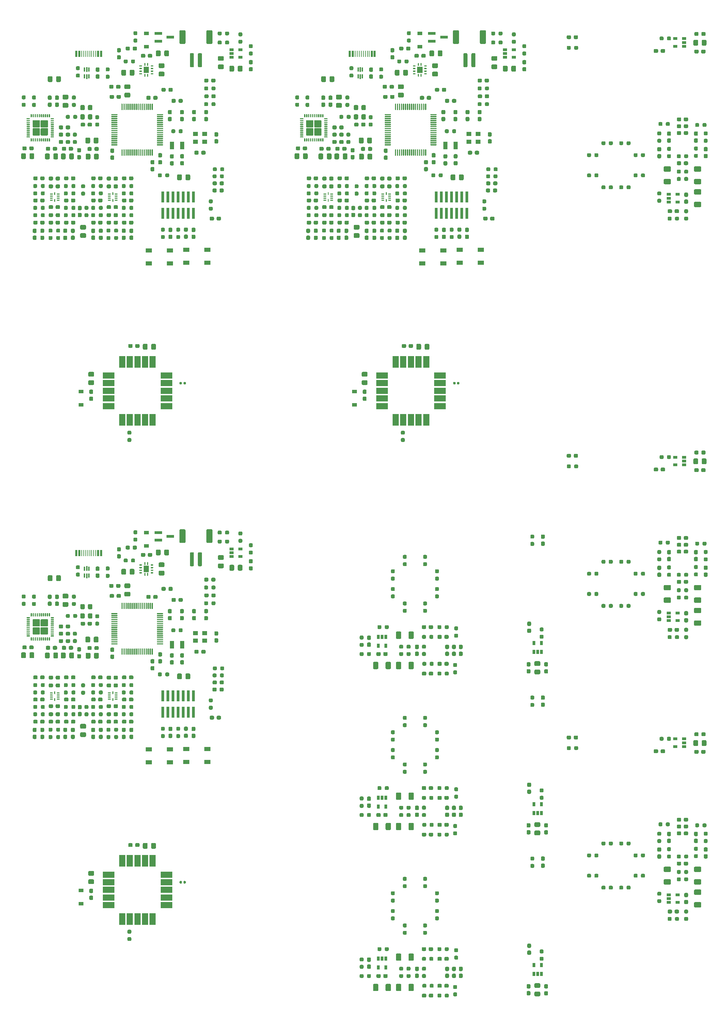
<source format=gtp>
%TF.GenerationSoftware,KiCad,Pcbnew,5.1.7-a382d34a8~87~ubuntu18.04.1*%
%TF.CreationDate,2020-11-13T15:53:21+02:00*%
%TF.ProjectId,panel,70616e65-6c2e-46b6-9963-61645f706362,Rev. A*%
%TF.SameCoordinates,Original*%
%TF.FileFunction,Paste,Top*%
%TF.FilePolarity,Positive*%
%FSLAX46Y46*%
G04 Gerber Fmt 4.6, Leading zero omitted, Abs format (unit mm)*
G04 Created by KiCad (PCBNEW 5.1.7-a382d34a8~87~ubuntu18.04.1) date 2020-11-13 15:53:21*
%MOMM*%
%LPD*%
G01*
G04 APERTURE LIST*
%ADD10R,1.060000X0.650000*%
%ADD11R,0.650000X1.060000*%
%ADD12R,0.375000X1.000000*%
%ADD13R,0.300000X1.200000*%
%ADD14R,1.900000X0.800000*%
%ADD15R,1.200000X0.900000*%
%ADD16R,0.520000X1.500000*%
%ADD17R,0.523000X1.500000*%
%ADD18R,0.280000X1.500000*%
%ADD19R,0.750000X2.800000*%
%ADD20R,1.100000X1.900000*%
%ADD21R,1.550000X1.000000*%
%ADD22R,1.300000X1.100000*%
%ADD23R,3.000000X1.500000*%
%ADD24R,1.500000X3.000000*%
G04 APERTURE END LIST*
%TO.C,C2*%
G36*
G01*
X250487499Y-31039376D02*
X250487499Y-30089376D01*
G75*
G02*
X250737499Y-29839376I250000J0D01*
G01*
X251412499Y-29839376D01*
G75*
G02*
X251662499Y-30089376I0J-250000D01*
G01*
X251662499Y-31039376D01*
G75*
G02*
X251412499Y-31289376I-250000J0D01*
G01*
X250737499Y-31289376D01*
G75*
G02*
X250487499Y-31039376I0J250000D01*
G01*
G37*
G36*
G01*
X252562499Y-31039376D02*
X252562499Y-30089376D01*
G75*
G02*
X252812499Y-29839376I250000J0D01*
G01*
X253487499Y-29839376D01*
G75*
G02*
X253737499Y-30089376I0J-250000D01*
G01*
X253737499Y-31039376D01*
G75*
G02*
X253487499Y-31289376I-250000J0D01*
G01*
X252812499Y-31289376D01*
G75*
G02*
X252562499Y-31039376I0J250000D01*
G01*
G37*
%TD*%
%TO.C,R16*%
G36*
G01*
X244190500Y-56437500D02*
X244665500Y-56437500D01*
G75*
G02*
X244903000Y-56675000I0J-237500D01*
G01*
X244903000Y-57175000D01*
G75*
G02*
X244665500Y-57412500I-237500J0D01*
G01*
X244190500Y-57412500D01*
G75*
G02*
X243953000Y-57175000I0J237500D01*
G01*
X243953000Y-56675000D01*
G75*
G02*
X244190500Y-56437500I237500J0D01*
G01*
G37*
G36*
G01*
X244190500Y-58262500D02*
X244665500Y-58262500D01*
G75*
G02*
X244903000Y-58500000I0J-237500D01*
G01*
X244903000Y-59000000D01*
G75*
G02*
X244665500Y-59237500I-237500J0D01*
G01*
X244190500Y-59237500D01*
G75*
G02*
X243953000Y-59000000I0J237500D01*
G01*
X243953000Y-58500000D01*
G75*
G02*
X244190500Y-58262500I237500J0D01*
G01*
G37*
%TD*%
%TO.C,R19*%
G36*
G01*
X253738000Y-50762500D02*
X253738000Y-51237500D01*
G75*
G02*
X253500500Y-51475000I-237500J0D01*
G01*
X253000500Y-51475000D01*
G75*
G02*
X252763000Y-51237500I0J237500D01*
G01*
X252763000Y-50762500D01*
G75*
G02*
X253000500Y-50525000I237500J0D01*
G01*
X253500500Y-50525000D01*
G75*
G02*
X253738000Y-50762500I0J-237500D01*
G01*
G37*
G36*
G01*
X251913000Y-50762500D02*
X251913000Y-51237500D01*
G75*
G02*
X251675500Y-51475000I-237500J0D01*
G01*
X251175500Y-51475000D01*
G75*
G02*
X250938000Y-51237500I0J237500D01*
G01*
X250938000Y-50762500D01*
G75*
G02*
X251175500Y-50525000I237500J0D01*
G01*
X251675500Y-50525000D01*
G75*
G02*
X251913000Y-50762500I0J-237500D01*
G01*
G37*
%TD*%
%TO.C,CB4*%
G36*
G01*
X248451000Y-67787500D02*
X248926000Y-67787500D01*
G75*
G02*
X249163500Y-68025000I0J-237500D01*
G01*
X249163500Y-68625000D01*
G75*
G02*
X248926000Y-68862500I-237500J0D01*
G01*
X248451000Y-68862500D01*
G75*
G02*
X248213500Y-68625000I0J237500D01*
G01*
X248213500Y-68025000D01*
G75*
G02*
X248451000Y-67787500I237500J0D01*
G01*
G37*
G36*
G01*
X248451000Y-69512500D02*
X248926000Y-69512500D01*
G75*
G02*
X249163500Y-69750000I0J-237500D01*
G01*
X249163500Y-70350000D01*
G75*
G02*
X248926000Y-70587500I-237500J0D01*
G01*
X248451000Y-70587500D01*
G75*
G02*
X248213500Y-70350000I0J237500D01*
G01*
X248213500Y-69750000D01*
G75*
G02*
X248451000Y-69512500I237500J0D01*
G01*
G37*
%TD*%
%TO.C,CB5*%
G36*
G01*
X249176000Y-52762500D02*
X249176000Y-53237500D01*
G75*
G02*
X248938500Y-53475000I-237500J0D01*
G01*
X248338500Y-53475000D01*
G75*
G02*
X248101000Y-53237500I0J237500D01*
G01*
X248101000Y-52762500D01*
G75*
G02*
X248338500Y-52525000I237500J0D01*
G01*
X248938500Y-52525000D01*
G75*
G02*
X249176000Y-52762500I0J-237500D01*
G01*
G37*
G36*
G01*
X247451000Y-52762500D02*
X247451000Y-53237500D01*
G75*
G02*
X247213500Y-53475000I-237500J0D01*
G01*
X246613500Y-53475000D01*
G75*
G02*
X246376000Y-53237500I0J237500D01*
G01*
X246376000Y-52762500D01*
G75*
G02*
X246613500Y-52525000I237500J0D01*
G01*
X247213500Y-52525000D01*
G75*
G02*
X247451000Y-52762500I0J-237500D01*
G01*
G37*
%TD*%
%TO.C,R8*%
G36*
G01*
X230441667Y-66247501D02*
X230441667Y-66722501D01*
G75*
G02*
X230204167Y-66960001I-237500J0D01*
G01*
X229704167Y-66960001D01*
G75*
G02*
X229466667Y-66722501I0J237500D01*
G01*
X229466667Y-66247501D01*
G75*
G02*
X229704167Y-66010001I237500J0D01*
G01*
X230204167Y-66010001D01*
G75*
G02*
X230441667Y-66247501I0J-237500D01*
G01*
G37*
G36*
G01*
X228616667Y-66247501D02*
X228616667Y-66722501D01*
G75*
G02*
X228379167Y-66960001I-237500J0D01*
G01*
X227879167Y-66960001D01*
G75*
G02*
X227641667Y-66722501I0J237500D01*
G01*
X227641667Y-66247501D01*
G75*
G02*
X227879167Y-66010001I237500J0D01*
G01*
X228379167Y-66010001D01*
G75*
G02*
X228616667Y-66247501I0J-237500D01*
G01*
G37*
%TD*%
%TO.C,R21*%
G36*
G01*
X219025000Y-32054167D02*
X219025000Y-31579167D01*
G75*
G02*
X219262500Y-31341667I237500J0D01*
G01*
X219762500Y-31341667D01*
G75*
G02*
X220000000Y-31579167I0J-237500D01*
G01*
X220000000Y-32054167D01*
G75*
G02*
X219762500Y-32291667I-237500J0D01*
G01*
X219262500Y-32291667D01*
G75*
G02*
X219025000Y-32054167I0J237500D01*
G01*
G37*
G36*
G01*
X220850000Y-32054167D02*
X220850000Y-31579167D01*
G75*
G02*
X221087500Y-31341667I237500J0D01*
G01*
X221587500Y-31341667D01*
G75*
G02*
X221825000Y-31579167I0J-237500D01*
G01*
X221825000Y-32054167D01*
G75*
G02*
X221587500Y-32291667I-237500J0D01*
G01*
X221087500Y-32291667D01*
G75*
G02*
X220850000Y-32054167I0J237500D01*
G01*
G37*
%TD*%
%TO.C,C1*%
G36*
G01*
X243437499Y-32358750D02*
X243437499Y-32833750D01*
G75*
G02*
X243199999Y-33071250I-237500J0D01*
G01*
X242599999Y-33071250D01*
G75*
G02*
X242362499Y-32833750I0J237500D01*
G01*
X242362499Y-32358750D01*
G75*
G02*
X242599999Y-32121250I237500J0D01*
G01*
X243199999Y-32121250D01*
G75*
G02*
X243437499Y-32358750I0J-237500D01*
G01*
G37*
G36*
G01*
X241712499Y-32358750D02*
X241712499Y-32833750D01*
G75*
G02*
X241474999Y-33071250I-237500J0D01*
G01*
X240874999Y-33071250D01*
G75*
G02*
X240637499Y-32833750I0J237500D01*
G01*
X240637499Y-32358750D01*
G75*
G02*
X240874999Y-32121250I237500J0D01*
G01*
X241474999Y-32121250D01*
G75*
G02*
X241712499Y-32358750I0J-237500D01*
G01*
G37*
%TD*%
%TO.C,R13*%
G36*
G01*
X248451000Y-62100000D02*
X248926000Y-62100000D01*
G75*
G02*
X249163500Y-62337500I0J-237500D01*
G01*
X249163500Y-62837500D01*
G75*
G02*
X248926000Y-63075000I-237500J0D01*
G01*
X248451000Y-63075000D01*
G75*
G02*
X248213500Y-62837500I0J237500D01*
G01*
X248213500Y-62337500D01*
G75*
G02*
X248451000Y-62100000I237500J0D01*
G01*
G37*
G36*
G01*
X248451000Y-63925000D02*
X248926000Y-63925000D01*
G75*
G02*
X249163500Y-64162500I0J-237500D01*
G01*
X249163500Y-64662500D01*
G75*
G02*
X248926000Y-64900000I-237500J0D01*
G01*
X248451000Y-64900000D01*
G75*
G02*
X248213500Y-64662500I0J237500D01*
G01*
X248213500Y-64162500D01*
G75*
G02*
X248451000Y-63925000I237500J0D01*
G01*
G37*
%TD*%
D10*
%TO.C,U1*%
X248174999Y-31437500D03*
X248174999Y-30487500D03*
X248174999Y-29537500D03*
X245974999Y-29537500D03*
X245974999Y-31437500D03*
%TD*%
%TO.C,D1*%
G36*
G01*
X219002500Y-29420835D02*
X219002500Y-28945835D01*
G75*
G02*
X219240000Y-28708335I237500J0D01*
G01*
X219815000Y-28708335D01*
G75*
G02*
X220052500Y-28945835I0J-237500D01*
G01*
X220052500Y-29420835D01*
G75*
G02*
X219815000Y-29658335I-237500J0D01*
G01*
X219240000Y-29658335D01*
G75*
G02*
X219002500Y-29420835I0J237500D01*
G01*
G37*
G36*
G01*
X220752500Y-29420835D02*
X220752500Y-28945835D01*
G75*
G02*
X220990000Y-28708335I237500J0D01*
G01*
X221565000Y-28708335D01*
G75*
G02*
X221802500Y-28945835I0J-237500D01*
G01*
X221802500Y-29420835D01*
G75*
G02*
X221565000Y-29658335I-237500J0D01*
G01*
X220990000Y-29658335D01*
G75*
G02*
X220752500Y-29420835I0J237500D01*
G01*
G37*
%TD*%
%TO.C,CB1*%
G36*
G01*
X250712499Y-32987500D02*
X250712499Y-32512500D01*
G75*
G02*
X250949999Y-32275000I237500J0D01*
G01*
X251549999Y-32275000D01*
G75*
G02*
X251787499Y-32512500I0J-237500D01*
G01*
X251787499Y-32987500D01*
G75*
G02*
X251549999Y-33225000I-237500J0D01*
G01*
X250949999Y-33225000D01*
G75*
G02*
X250712499Y-32987500I0J237500D01*
G01*
G37*
G36*
G01*
X252437499Y-32987500D02*
X252437499Y-32512500D01*
G75*
G02*
X252674999Y-32275000I237500J0D01*
G01*
X253274999Y-32275000D01*
G75*
G02*
X253512499Y-32512500I0J-237500D01*
G01*
X253512499Y-32987500D01*
G75*
G02*
X253274999Y-33225000I-237500J0D01*
G01*
X252674999Y-33225000D01*
G75*
G02*
X252437499Y-32987500I0J237500D01*
G01*
G37*
%TD*%
%TO.C,CB3*%
G36*
G01*
X249176000Y-51062500D02*
X249176000Y-51537500D01*
G75*
G02*
X248938500Y-51775000I-237500J0D01*
G01*
X248338500Y-51775000D01*
G75*
G02*
X248101000Y-51537500I0J237500D01*
G01*
X248101000Y-51062500D01*
G75*
G02*
X248338500Y-50825000I237500J0D01*
G01*
X248938500Y-50825000D01*
G75*
G02*
X249176000Y-51062500I0J-237500D01*
G01*
G37*
G36*
G01*
X247451000Y-51062500D02*
X247451000Y-51537500D01*
G75*
G02*
X247213500Y-51775000I-237500J0D01*
G01*
X246613500Y-51775000D01*
G75*
G02*
X246376000Y-51537500I0J237500D01*
G01*
X246376000Y-51062500D01*
G75*
G02*
X246613500Y-50825000I237500J0D01*
G01*
X247213500Y-50825000D01*
G75*
G02*
X247451000Y-51062500I0J-237500D01*
G01*
G37*
%TD*%
%TO.C,R17*%
G36*
G01*
X253314500Y-52600000D02*
X253789500Y-52600000D01*
G75*
G02*
X254027000Y-52837500I0J-237500D01*
G01*
X254027000Y-53337500D01*
G75*
G02*
X253789500Y-53575000I-237500J0D01*
G01*
X253314500Y-53575000D01*
G75*
G02*
X253077000Y-53337500I0J237500D01*
G01*
X253077000Y-52837500D01*
G75*
G02*
X253314500Y-52600000I237500J0D01*
G01*
G37*
G36*
G01*
X253314500Y-54425000D02*
X253789500Y-54425000D01*
G75*
G02*
X254027000Y-54662500I0J-237500D01*
G01*
X254027000Y-55162500D01*
G75*
G02*
X253789500Y-55400000I-237500J0D01*
G01*
X253314500Y-55400000D01*
G75*
G02*
X253077000Y-55162500I0J237500D01*
G01*
X253077000Y-54662500D01*
G75*
G02*
X253314500Y-54425000I237500J0D01*
G01*
G37*
%TD*%
%TO.C,U2*%
X244400000Y-68237500D03*
X244400000Y-69187500D03*
X244400000Y-70137500D03*
X246600000Y-70137500D03*
X246600000Y-68237500D03*
%TD*%
%TO.C,FB1*%
G36*
G01*
X250724999Y-28616250D02*
X250724999Y-28141250D01*
G75*
G02*
X250962499Y-27903750I237500J0D01*
G01*
X251537499Y-27903750D01*
G75*
G02*
X251774999Y-28141250I0J-237500D01*
G01*
X251774999Y-28616250D01*
G75*
G02*
X251537499Y-28853750I-237500J0D01*
G01*
X250962499Y-28853750D01*
G75*
G02*
X250724999Y-28616250I0J237500D01*
G01*
G37*
G36*
G01*
X252474999Y-28616250D02*
X252474999Y-28141250D01*
G75*
G02*
X252712499Y-27903750I237500J0D01*
G01*
X253287499Y-27903750D01*
G75*
G02*
X253524999Y-28141250I0J-237500D01*
G01*
X253524999Y-28616250D01*
G75*
G02*
X253287499Y-28853750I-237500J0D01*
G01*
X252712499Y-28853750D01*
G75*
G02*
X252474999Y-28616250I0J237500D01*
G01*
G37*
%TD*%
%TO.C,R20*%
G36*
G01*
X241814000Y-50987500D02*
X241814000Y-50512500D01*
G75*
G02*
X242051500Y-50275000I237500J0D01*
G01*
X242551500Y-50275000D01*
G75*
G02*
X242789000Y-50512500I0J-237500D01*
G01*
X242789000Y-50987500D01*
G75*
G02*
X242551500Y-51225000I-237500J0D01*
G01*
X242051500Y-51225000D01*
G75*
G02*
X241814000Y-50987500I0J237500D01*
G01*
G37*
G36*
G01*
X243639000Y-50987500D02*
X243639000Y-50512500D01*
G75*
G02*
X243876500Y-50275000I237500J0D01*
G01*
X244376500Y-50275000D01*
G75*
G02*
X244614000Y-50512500I0J-237500D01*
G01*
X244614000Y-50987500D01*
G75*
G02*
X244376500Y-51225000I-237500J0D01*
G01*
X243876500Y-51225000D01*
G75*
G02*
X243639000Y-50987500I0J237500D01*
G01*
G37*
%TD*%
%TO.C,R18*%
G36*
G01*
X241762500Y-52600000D02*
X242237500Y-52600000D01*
G75*
G02*
X242475000Y-52837500I0J-237500D01*
G01*
X242475000Y-53337500D01*
G75*
G02*
X242237500Y-53575000I-237500J0D01*
G01*
X241762500Y-53575000D01*
G75*
G02*
X241525000Y-53337500I0J237500D01*
G01*
X241525000Y-52837500D01*
G75*
G02*
X241762500Y-52600000I237500J0D01*
G01*
G37*
G36*
G01*
X241762500Y-54425000D02*
X242237500Y-54425000D01*
G75*
G02*
X242475000Y-54662500I0J-237500D01*
G01*
X242475000Y-55162500D01*
G75*
G02*
X242237500Y-55400000I-237500J0D01*
G01*
X241762500Y-55400000D01*
G75*
G02*
X241525000Y-55162500I0J237500D01*
G01*
X241525000Y-54662500D01*
G75*
G02*
X241762500Y-54425000I237500J0D01*
G01*
G37*
%TD*%
%TO.C,R15*%
G36*
G01*
X250886500Y-56350000D02*
X251361500Y-56350000D01*
G75*
G02*
X251599000Y-56587500I0J-237500D01*
G01*
X251599000Y-57087500D01*
G75*
G02*
X251361500Y-57325000I-237500J0D01*
G01*
X250886500Y-57325000D01*
G75*
G02*
X250649000Y-57087500I0J237500D01*
G01*
X250649000Y-56587500D01*
G75*
G02*
X250886500Y-56350000I237500J0D01*
G01*
G37*
G36*
G01*
X250886500Y-58175000D02*
X251361500Y-58175000D01*
G75*
G02*
X251599000Y-58412500I0J-237500D01*
G01*
X251599000Y-58912500D01*
G75*
G02*
X251361500Y-59150000I-237500J0D01*
G01*
X250886500Y-59150000D01*
G75*
G02*
X250649000Y-58912500I0J237500D01*
G01*
X250649000Y-58412500D01*
G75*
G02*
X250886500Y-58175000I237500J0D01*
G01*
G37*
%TD*%
%TO.C,R11*%
G36*
G01*
X248451000Y-71937500D02*
X248926000Y-71937500D01*
G75*
G02*
X249163500Y-72175000I0J-237500D01*
G01*
X249163500Y-72675000D01*
G75*
G02*
X248926000Y-72912500I-237500J0D01*
G01*
X248451000Y-72912500D01*
G75*
G02*
X248213500Y-72675000I0J237500D01*
G01*
X248213500Y-72175000D01*
G75*
G02*
X248451000Y-71937500I237500J0D01*
G01*
G37*
G36*
G01*
X248451000Y-73762500D02*
X248926000Y-73762500D01*
G75*
G02*
X249163500Y-74000000I0J-237500D01*
G01*
X249163500Y-74500000D01*
G75*
G02*
X248926000Y-74737500I-237500J0D01*
G01*
X248451000Y-74737500D01*
G75*
G02*
X248213500Y-74500000I0J237500D01*
G01*
X248213500Y-74000000D01*
G75*
G02*
X248451000Y-73762500I237500J0D01*
G01*
G37*
%TD*%
%TO.C,R9*%
G36*
G01*
X224058333Y-63752501D02*
X224058333Y-63277501D01*
G75*
G02*
X224295833Y-63040001I237500J0D01*
G01*
X224795833Y-63040001D01*
G75*
G02*
X225033333Y-63277501I0J-237500D01*
G01*
X225033333Y-63752501D01*
G75*
G02*
X224795833Y-63990001I-237500J0D01*
G01*
X224295833Y-63990001D01*
G75*
G02*
X224058333Y-63752501I0J237500D01*
G01*
G37*
G36*
G01*
X225883333Y-63752501D02*
X225883333Y-63277501D01*
G75*
G02*
X226120833Y-63040001I237500J0D01*
G01*
X226620833Y-63040001D01*
G75*
G02*
X226858333Y-63277501I0J-237500D01*
G01*
X226858333Y-63752501D01*
G75*
G02*
X226620833Y-63990001I-237500J0D01*
G01*
X226120833Y-63990001D01*
G75*
G02*
X225883333Y-63752501I0J237500D01*
G01*
G37*
%TD*%
%TO.C,R5*%
G36*
G01*
X238441667Y-58247501D02*
X238441667Y-58722501D01*
G75*
G02*
X238204167Y-58960001I-237500J0D01*
G01*
X237704167Y-58960001D01*
G75*
G02*
X237466667Y-58722501I0J237500D01*
G01*
X237466667Y-58247501D01*
G75*
G02*
X237704167Y-58010001I237500J0D01*
G01*
X238204167Y-58010001D01*
G75*
G02*
X238441667Y-58247501I0J-237500D01*
G01*
G37*
G36*
G01*
X236616667Y-58247501D02*
X236616667Y-58722501D01*
G75*
G02*
X236379167Y-58960001I-237500J0D01*
G01*
X235879167Y-58960001D01*
G75*
G02*
X235641667Y-58722501I0J237500D01*
G01*
X235641667Y-58247501D01*
G75*
G02*
X235879167Y-58010001I237500J0D01*
G01*
X236379167Y-58010001D01*
G75*
G02*
X236616667Y-58247501I0J-237500D01*
G01*
G37*
%TD*%
%TO.C,C3*%
G36*
G01*
X249176000Y-49362500D02*
X249176000Y-49837500D01*
G75*
G02*
X248938500Y-50075000I-237500J0D01*
G01*
X248338500Y-50075000D01*
G75*
G02*
X248101000Y-49837500I0J237500D01*
G01*
X248101000Y-49362500D01*
G75*
G02*
X248338500Y-49125000I237500J0D01*
G01*
X248938500Y-49125000D01*
G75*
G02*
X249176000Y-49362500I0J-237500D01*
G01*
G37*
G36*
G01*
X247451000Y-49362500D02*
X247451000Y-49837500D01*
G75*
G02*
X247213500Y-50075000I-237500J0D01*
G01*
X246613500Y-50075000D01*
G75*
G02*
X246376000Y-49837500I0J237500D01*
G01*
X246376000Y-49362500D01*
G75*
G02*
X246613500Y-49125000I237500J0D01*
G01*
X247213500Y-49125000D01*
G75*
G02*
X247451000Y-49362500I0J-237500D01*
G01*
G37*
%TD*%
%TO.C,C4*%
G36*
G01*
X252194002Y-71412500D02*
X250893998Y-71412500D01*
G75*
G02*
X250644000Y-71162502I0J249998D01*
G01*
X250644000Y-70337498D01*
G75*
G02*
X250893998Y-70087500I249998J0D01*
G01*
X252194002Y-70087500D01*
G75*
G02*
X252444000Y-70337498I0J-249998D01*
G01*
X252444000Y-71162502D01*
G75*
G02*
X252194002Y-71412500I-249998J0D01*
G01*
G37*
G36*
G01*
X252194002Y-68287500D02*
X250893998Y-68287500D01*
G75*
G02*
X250644000Y-68037502I0J249998D01*
G01*
X250644000Y-67212498D01*
G75*
G02*
X250893998Y-66962500I249998J0D01*
G01*
X252194002Y-66962500D01*
G75*
G02*
X252444000Y-67212498I0J-249998D01*
G01*
X252444000Y-68037502D01*
G75*
G02*
X252194002Y-68287500I-249998J0D01*
G01*
G37*
%TD*%
%TO.C,C5*%
G36*
G01*
X244100000Y-72662500D02*
X244100000Y-72187500D01*
G75*
G02*
X244337500Y-71950000I237500J0D01*
G01*
X244937500Y-71950000D01*
G75*
G02*
X245175000Y-72187500I0J-237500D01*
G01*
X245175000Y-72662500D01*
G75*
G02*
X244937500Y-72900000I-237500J0D01*
G01*
X244337500Y-72900000D01*
G75*
G02*
X244100000Y-72662500I0J237500D01*
G01*
G37*
G36*
G01*
X245825000Y-72662500D02*
X245825000Y-72187500D01*
G75*
G02*
X246062500Y-71950000I237500J0D01*
G01*
X246662500Y-71950000D01*
G75*
G02*
X246900000Y-72187500I0J-237500D01*
G01*
X246900000Y-72662500D01*
G75*
G02*
X246662500Y-72900000I-237500J0D01*
G01*
X246062500Y-72900000D01*
G75*
G02*
X245825000Y-72662500I0J237500D01*
G01*
G37*
%TD*%
%TO.C,R1*%
G36*
G01*
X242100000Y-29737500D02*
X242100000Y-29262500D01*
G75*
G02*
X242337500Y-29025000I237500J0D01*
G01*
X242837500Y-29025000D01*
G75*
G02*
X243075000Y-29262500I0J-237500D01*
G01*
X243075000Y-29737500D01*
G75*
G02*
X242837500Y-29975000I-237500J0D01*
G01*
X242337500Y-29975000D01*
G75*
G02*
X242100000Y-29737500I0J237500D01*
G01*
G37*
G36*
G01*
X243925000Y-29737500D02*
X243925000Y-29262500D01*
G75*
G02*
X244162500Y-29025000I237500J0D01*
G01*
X244662500Y-29025000D01*
G75*
G02*
X244900000Y-29262500I0J-237500D01*
G01*
X244900000Y-29737500D01*
G75*
G02*
X244662500Y-29975000I-237500J0D01*
G01*
X244162500Y-29975000D01*
G75*
G02*
X243925000Y-29737500I0J237500D01*
G01*
G37*
%TD*%
%TO.C,C6*%
G36*
G01*
X249176000Y-60262500D02*
X249176000Y-60737500D01*
G75*
G02*
X248938500Y-60975000I-237500J0D01*
G01*
X248338500Y-60975000D01*
G75*
G02*
X248101000Y-60737500I0J237500D01*
G01*
X248101000Y-60262500D01*
G75*
G02*
X248338500Y-60025000I237500J0D01*
G01*
X248938500Y-60025000D01*
G75*
G02*
X249176000Y-60262500I0J-237500D01*
G01*
G37*
G36*
G01*
X247451000Y-60262500D02*
X247451000Y-60737500D01*
G75*
G02*
X247213500Y-60975000I-237500J0D01*
G01*
X246613500Y-60975000D01*
G75*
G02*
X246376000Y-60737500I0J237500D01*
G01*
X246376000Y-60262500D01*
G75*
G02*
X246613500Y-60025000I237500J0D01*
G01*
X247213500Y-60025000D01*
G75*
G02*
X247451000Y-60262500I0J-237500D01*
G01*
G37*
%TD*%
%TO.C,C7*%
G36*
G01*
X249176000Y-58512500D02*
X249176000Y-58987500D01*
G75*
G02*
X248938500Y-59225000I-237500J0D01*
G01*
X248438500Y-59225000D01*
G75*
G02*
X248201000Y-58987500I0J237500D01*
G01*
X248201000Y-58512500D01*
G75*
G02*
X248438500Y-58275000I237500J0D01*
G01*
X248938500Y-58275000D01*
G75*
G02*
X249176000Y-58512500I0J-237500D01*
G01*
G37*
G36*
G01*
X247351000Y-58512500D02*
X247351000Y-58987500D01*
G75*
G02*
X247113500Y-59225000I-237500J0D01*
G01*
X246613500Y-59225000D01*
G75*
G02*
X246376000Y-58987500I0J237500D01*
G01*
X246376000Y-58512500D01*
G75*
G02*
X246613500Y-58275000I237500J0D01*
G01*
X247113500Y-58275000D01*
G75*
G02*
X247351000Y-58512500I0J-237500D01*
G01*
G37*
%TD*%
%TO.C,C8*%
G36*
G01*
X250886500Y-52600000D02*
X251361500Y-52600000D01*
G75*
G02*
X251599000Y-52837500I0J-237500D01*
G01*
X251599000Y-53437500D01*
G75*
G02*
X251361500Y-53675000I-237500J0D01*
G01*
X250886500Y-53675000D01*
G75*
G02*
X250649000Y-53437500I0J237500D01*
G01*
X250649000Y-52837500D01*
G75*
G02*
X250886500Y-52600000I237500J0D01*
G01*
G37*
G36*
G01*
X250886500Y-54325000D02*
X251361500Y-54325000D01*
G75*
G02*
X251599000Y-54562500I0J-237500D01*
G01*
X251599000Y-55162500D01*
G75*
G02*
X251361500Y-55400000I-237500J0D01*
G01*
X250886500Y-55400000D01*
G75*
G02*
X250649000Y-55162500I0J237500D01*
G01*
X250649000Y-54562500D01*
G75*
G02*
X250886500Y-54325000I237500J0D01*
G01*
G37*
%TD*%
%TO.C,R4*%
G36*
G01*
X232058333Y-55752501D02*
X232058333Y-55277501D01*
G75*
G02*
X232295833Y-55040001I237500J0D01*
G01*
X232795833Y-55040001D01*
G75*
G02*
X233033333Y-55277501I0J-237500D01*
G01*
X233033333Y-55752501D01*
G75*
G02*
X232795833Y-55990001I-237500J0D01*
G01*
X232295833Y-55990001D01*
G75*
G02*
X232058333Y-55752501I0J237500D01*
G01*
G37*
G36*
G01*
X233883333Y-55752501D02*
X233883333Y-55277501D01*
G75*
G02*
X234120833Y-55040001I237500J0D01*
G01*
X234620833Y-55040001D01*
G75*
G02*
X234858333Y-55277501I0J-237500D01*
G01*
X234858333Y-55752501D01*
G75*
G02*
X234620833Y-55990001I-237500J0D01*
G01*
X234120833Y-55990001D01*
G75*
G02*
X233883333Y-55752501I0J237500D01*
G01*
G37*
%TD*%
%TO.C,R14*%
G36*
G01*
X246626000Y-62100000D02*
X247101000Y-62100000D01*
G75*
G02*
X247338500Y-62337500I0J-237500D01*
G01*
X247338500Y-62837500D01*
G75*
G02*
X247101000Y-63075000I-237500J0D01*
G01*
X246626000Y-63075000D01*
G75*
G02*
X246388500Y-62837500I0J237500D01*
G01*
X246388500Y-62337500D01*
G75*
G02*
X246626000Y-62100000I237500J0D01*
G01*
G37*
G36*
G01*
X246626000Y-63925000D02*
X247101000Y-63925000D01*
G75*
G02*
X247338500Y-64162500I0J-237500D01*
G01*
X247338500Y-64662500D01*
G75*
G02*
X247101000Y-64900000I-237500J0D01*
G01*
X246626000Y-64900000D01*
G75*
G02*
X246388500Y-64662500I0J237500D01*
G01*
X246388500Y-64162500D01*
G75*
G02*
X246626000Y-63925000I237500J0D01*
G01*
G37*
%TD*%
%TO.C,R2*%
G36*
G01*
X224058333Y-58722501D02*
X224058333Y-58247501D01*
G75*
G02*
X224295833Y-58010001I237500J0D01*
G01*
X224795833Y-58010001D01*
G75*
G02*
X225033333Y-58247501I0J-237500D01*
G01*
X225033333Y-58722501D01*
G75*
G02*
X224795833Y-58960001I-237500J0D01*
G01*
X224295833Y-58960001D01*
G75*
G02*
X224058333Y-58722501I0J237500D01*
G01*
G37*
G36*
G01*
X225883333Y-58722501D02*
X225883333Y-58247501D01*
G75*
G02*
X226120833Y-58010001I237500J0D01*
G01*
X226620833Y-58010001D01*
G75*
G02*
X226858333Y-58247501I0J-237500D01*
G01*
X226858333Y-58722501D01*
G75*
G02*
X226620833Y-58960001I-237500J0D01*
G01*
X226120833Y-58960001D01*
G75*
G02*
X225883333Y-58722501I0J237500D01*
G01*
G37*
%TD*%
%TO.C,C9*%
G36*
G01*
X244190500Y-52600000D02*
X244665500Y-52600000D01*
G75*
G02*
X244903000Y-52837500I0J-237500D01*
G01*
X244903000Y-53437500D01*
G75*
G02*
X244665500Y-53675000I-237500J0D01*
G01*
X244190500Y-53675000D01*
G75*
G02*
X243953000Y-53437500I0J237500D01*
G01*
X243953000Y-52837500D01*
G75*
G02*
X244190500Y-52600000I237500J0D01*
G01*
G37*
G36*
G01*
X244190500Y-54325000D02*
X244665500Y-54325000D01*
G75*
G02*
X244903000Y-54562500I0J-237500D01*
G01*
X244903000Y-55162500D01*
G75*
G02*
X244665500Y-55400000I-237500J0D01*
G01*
X244190500Y-55400000D01*
G75*
G02*
X243953000Y-55162500I0J237500D01*
G01*
X243953000Y-54562500D01*
G75*
G02*
X244190500Y-54325000I237500J0D01*
G01*
G37*
%TD*%
%TO.C,C10*%
G36*
G01*
X250893998Y-61275000D02*
X252194002Y-61275000D01*
G75*
G02*
X252444000Y-61524998I0J-249998D01*
G01*
X252444000Y-62350002D01*
G75*
G02*
X252194002Y-62600000I-249998J0D01*
G01*
X250893998Y-62600000D01*
G75*
G02*
X250644000Y-62350002I0J249998D01*
G01*
X250644000Y-61524998D01*
G75*
G02*
X250893998Y-61275000I249998J0D01*
G01*
G37*
G36*
G01*
X250893998Y-64400000D02*
X252194002Y-64400000D01*
G75*
G02*
X252444000Y-64649998I0J-249998D01*
G01*
X252444000Y-65475002D01*
G75*
G02*
X252194002Y-65725000I-249998J0D01*
G01*
X250893998Y-65725000D01*
G75*
G02*
X250644000Y-65475002I0J249998D01*
G01*
X250644000Y-64649998D01*
G75*
G02*
X250893998Y-64400000I249998J0D01*
G01*
G37*
%TD*%
%TO.C,C11*%
G36*
G01*
X243357998Y-61275000D02*
X244658002Y-61275000D01*
G75*
G02*
X244908000Y-61524998I0J-249998D01*
G01*
X244908000Y-62350002D01*
G75*
G02*
X244658002Y-62600000I-249998J0D01*
G01*
X243357998Y-62600000D01*
G75*
G02*
X243108000Y-62350002I0J249998D01*
G01*
X243108000Y-61524998D01*
G75*
G02*
X243357998Y-61275000I249998J0D01*
G01*
G37*
G36*
G01*
X243357998Y-64400000D02*
X244658002Y-64400000D01*
G75*
G02*
X244908000Y-64649998I0J-249998D01*
G01*
X244908000Y-65475002D01*
G75*
G02*
X244658002Y-65725000I-249998J0D01*
G01*
X243357998Y-65725000D01*
G75*
G02*
X243108000Y-65475002I0J249998D01*
G01*
X243108000Y-64649998D01*
G75*
G02*
X243357998Y-64400000I249998J0D01*
G01*
G37*
%TD*%
%TO.C,C12*%
G36*
G01*
X253314500Y-56462500D02*
X253789500Y-56462500D01*
G75*
G02*
X254027000Y-56700000I0J-237500D01*
G01*
X254027000Y-57300000D01*
G75*
G02*
X253789500Y-57537500I-237500J0D01*
G01*
X253314500Y-57537500D01*
G75*
G02*
X253077000Y-57300000I0J237500D01*
G01*
X253077000Y-56700000D01*
G75*
G02*
X253314500Y-56462500I237500J0D01*
G01*
G37*
G36*
G01*
X253314500Y-58187500D02*
X253789500Y-58187500D01*
G75*
G02*
X254027000Y-58425000I0J-237500D01*
G01*
X254027000Y-59025000D01*
G75*
G02*
X253789500Y-59262500I-237500J0D01*
G01*
X253314500Y-59262500D01*
G75*
G02*
X253077000Y-59025000I0J237500D01*
G01*
X253077000Y-58425000D01*
G75*
G02*
X253314500Y-58187500I237500J0D01*
G01*
G37*
%TD*%
%TO.C,C13*%
G36*
G01*
X241762500Y-56487500D02*
X242237500Y-56487500D01*
G75*
G02*
X242475000Y-56725000I0J-237500D01*
G01*
X242475000Y-57325000D01*
G75*
G02*
X242237500Y-57562500I-237500J0D01*
G01*
X241762500Y-57562500D01*
G75*
G02*
X241525000Y-57325000I0J237500D01*
G01*
X241525000Y-56725000D01*
G75*
G02*
X241762500Y-56487500I237500J0D01*
G01*
G37*
G36*
G01*
X241762500Y-58212500D02*
X242237500Y-58212500D01*
G75*
G02*
X242475000Y-58450000I0J-237500D01*
G01*
X242475000Y-59050000D01*
G75*
G02*
X242237500Y-59287500I-237500J0D01*
G01*
X241762500Y-59287500D01*
G75*
G02*
X241525000Y-59050000I0J237500D01*
G01*
X241525000Y-58450000D01*
G75*
G02*
X241762500Y-58212500I237500J0D01*
G01*
G37*
%TD*%
%TO.C,R3*%
G36*
G01*
X227641667Y-55752501D02*
X227641667Y-55277501D01*
G75*
G02*
X227879167Y-55040001I237500J0D01*
G01*
X228379167Y-55040001D01*
G75*
G02*
X228616667Y-55277501I0J-237500D01*
G01*
X228616667Y-55752501D01*
G75*
G02*
X228379167Y-55990001I-237500J0D01*
G01*
X227879167Y-55990001D01*
G75*
G02*
X227641667Y-55752501I0J237500D01*
G01*
G37*
G36*
G01*
X229466667Y-55752501D02*
X229466667Y-55277501D01*
G75*
G02*
X229704167Y-55040001I237500J0D01*
G01*
X230204167Y-55040001D01*
G75*
G02*
X230441667Y-55277501I0J-237500D01*
G01*
X230441667Y-55752501D01*
G75*
G02*
X230204167Y-55990001I-237500J0D01*
G01*
X229704167Y-55990001D01*
G75*
G02*
X229466667Y-55752501I0J237500D01*
G01*
G37*
%TD*%
%TO.C,R7*%
G36*
G01*
X234858333Y-66247501D02*
X234858333Y-66722501D01*
G75*
G02*
X234620833Y-66960001I-237500J0D01*
G01*
X234120833Y-66960001D01*
G75*
G02*
X233883333Y-66722501I0J237500D01*
G01*
X233883333Y-66247501D01*
G75*
G02*
X234120833Y-66010001I237500J0D01*
G01*
X234620833Y-66010001D01*
G75*
G02*
X234858333Y-66247501I0J-237500D01*
G01*
G37*
G36*
G01*
X233033333Y-66247501D02*
X233033333Y-66722501D01*
G75*
G02*
X232795833Y-66960001I-237500J0D01*
G01*
X232295833Y-66960001D01*
G75*
G02*
X232058333Y-66722501I0J237500D01*
G01*
X232058333Y-66247501D01*
G75*
G02*
X232295833Y-66010001I237500J0D01*
G01*
X232795833Y-66010001D01*
G75*
G02*
X233033333Y-66247501I0J-237500D01*
G01*
G37*
%TD*%
%TO.C,R6*%
G36*
G01*
X238441667Y-63277501D02*
X238441667Y-63752501D01*
G75*
G02*
X238204167Y-63990001I-237500J0D01*
G01*
X237704167Y-63990001D01*
G75*
G02*
X237466667Y-63752501I0J237500D01*
G01*
X237466667Y-63277501D01*
G75*
G02*
X237704167Y-63040001I237500J0D01*
G01*
X238204167Y-63040001D01*
G75*
G02*
X238441667Y-63277501I0J-237500D01*
G01*
G37*
G36*
G01*
X236616667Y-63277501D02*
X236616667Y-63752501D01*
G75*
G02*
X236379167Y-63990001I-237500J0D01*
G01*
X235879167Y-63990001D01*
G75*
G02*
X235641667Y-63752501I0J237500D01*
G01*
X235641667Y-63277501D01*
G75*
G02*
X235879167Y-63040001I237500J0D01*
G01*
X236379167Y-63040001D01*
G75*
G02*
X236616667Y-63277501I0J-237500D01*
G01*
G37*
%TD*%
%TO.C,R10*%
G36*
G01*
X241762500Y-67512500D02*
X242237500Y-67512500D01*
G75*
G02*
X242475000Y-67750000I0J-237500D01*
G01*
X242475000Y-68250000D01*
G75*
G02*
X242237500Y-68487500I-237500J0D01*
G01*
X241762500Y-68487500D01*
G75*
G02*
X241525000Y-68250000I0J237500D01*
G01*
X241525000Y-67750000D01*
G75*
G02*
X241762500Y-67512500I237500J0D01*
G01*
G37*
G36*
G01*
X241762500Y-69337500D02*
X242237500Y-69337500D01*
G75*
G02*
X242475000Y-69575000I0J-237500D01*
G01*
X242475000Y-70075000D01*
G75*
G02*
X242237500Y-70312500I-237500J0D01*
G01*
X241762500Y-70312500D01*
G75*
G02*
X241525000Y-70075000I0J237500D01*
G01*
X241525000Y-69575000D01*
G75*
G02*
X241762500Y-69337500I237500J0D01*
G01*
G37*
%TD*%
%TO.C,R12*%
G36*
G01*
X246900000Y-74012500D02*
X246900000Y-74487500D01*
G75*
G02*
X246662500Y-74725000I-237500J0D01*
G01*
X246162500Y-74725000D01*
G75*
G02*
X245925000Y-74487500I0J237500D01*
G01*
X245925000Y-74012500D01*
G75*
G02*
X246162500Y-73775000I237500J0D01*
G01*
X246662500Y-73775000D01*
G75*
G02*
X246900000Y-74012500I0J-237500D01*
G01*
G37*
G36*
G01*
X245075000Y-74012500D02*
X245075000Y-74487500D01*
G75*
G02*
X244837500Y-74725000I-237500J0D01*
G01*
X244337500Y-74725000D01*
G75*
G02*
X244100000Y-74487500I0J237500D01*
G01*
X244100000Y-74012500D01*
G75*
G02*
X244337500Y-73775000I237500J0D01*
G01*
X244837500Y-73775000D01*
G75*
G02*
X245075000Y-74012500I0J-237500D01*
G01*
G37*
%TD*%
%TO.C,C2*%
G36*
G01*
X250487499Y-135039376D02*
X250487499Y-134089376D01*
G75*
G02*
X250737499Y-133839376I250000J0D01*
G01*
X251412499Y-133839376D01*
G75*
G02*
X251662499Y-134089376I0J-250000D01*
G01*
X251662499Y-135039376D01*
G75*
G02*
X251412499Y-135289376I-250000J0D01*
G01*
X250737499Y-135289376D01*
G75*
G02*
X250487499Y-135039376I0J250000D01*
G01*
G37*
G36*
G01*
X252562499Y-135039376D02*
X252562499Y-134089376D01*
G75*
G02*
X252812499Y-133839376I250000J0D01*
G01*
X253487499Y-133839376D01*
G75*
G02*
X253737499Y-134089376I0J-250000D01*
G01*
X253737499Y-135039376D01*
G75*
G02*
X253487499Y-135289376I-250000J0D01*
G01*
X252812499Y-135289376D01*
G75*
G02*
X252562499Y-135039376I0J250000D01*
G01*
G37*
%TD*%
%TO.C,R16*%
G36*
G01*
X244190500Y-160437500D02*
X244665500Y-160437500D01*
G75*
G02*
X244903000Y-160675000I0J-237500D01*
G01*
X244903000Y-161175000D01*
G75*
G02*
X244665500Y-161412500I-237500J0D01*
G01*
X244190500Y-161412500D01*
G75*
G02*
X243953000Y-161175000I0J237500D01*
G01*
X243953000Y-160675000D01*
G75*
G02*
X244190500Y-160437500I237500J0D01*
G01*
G37*
G36*
G01*
X244190500Y-162262500D02*
X244665500Y-162262500D01*
G75*
G02*
X244903000Y-162500000I0J-237500D01*
G01*
X244903000Y-163000000D01*
G75*
G02*
X244665500Y-163237500I-237500J0D01*
G01*
X244190500Y-163237500D01*
G75*
G02*
X243953000Y-163000000I0J237500D01*
G01*
X243953000Y-162500000D01*
G75*
G02*
X244190500Y-162262500I237500J0D01*
G01*
G37*
%TD*%
%TO.C,R19*%
G36*
G01*
X253738000Y-154762500D02*
X253738000Y-155237500D01*
G75*
G02*
X253500500Y-155475000I-237500J0D01*
G01*
X253000500Y-155475000D01*
G75*
G02*
X252763000Y-155237500I0J237500D01*
G01*
X252763000Y-154762500D01*
G75*
G02*
X253000500Y-154525000I237500J0D01*
G01*
X253500500Y-154525000D01*
G75*
G02*
X253738000Y-154762500I0J-237500D01*
G01*
G37*
G36*
G01*
X251913000Y-154762500D02*
X251913000Y-155237500D01*
G75*
G02*
X251675500Y-155475000I-237500J0D01*
G01*
X251175500Y-155475000D01*
G75*
G02*
X250938000Y-155237500I0J237500D01*
G01*
X250938000Y-154762500D01*
G75*
G02*
X251175500Y-154525000I237500J0D01*
G01*
X251675500Y-154525000D01*
G75*
G02*
X251913000Y-154762500I0J-237500D01*
G01*
G37*
%TD*%
%TO.C,CB4*%
G36*
G01*
X248451000Y-171787500D02*
X248926000Y-171787500D01*
G75*
G02*
X249163500Y-172025000I0J-237500D01*
G01*
X249163500Y-172625000D01*
G75*
G02*
X248926000Y-172862500I-237500J0D01*
G01*
X248451000Y-172862500D01*
G75*
G02*
X248213500Y-172625000I0J237500D01*
G01*
X248213500Y-172025000D01*
G75*
G02*
X248451000Y-171787500I237500J0D01*
G01*
G37*
G36*
G01*
X248451000Y-173512500D02*
X248926000Y-173512500D01*
G75*
G02*
X249163500Y-173750000I0J-237500D01*
G01*
X249163500Y-174350000D01*
G75*
G02*
X248926000Y-174587500I-237500J0D01*
G01*
X248451000Y-174587500D01*
G75*
G02*
X248213500Y-174350000I0J237500D01*
G01*
X248213500Y-173750000D01*
G75*
G02*
X248451000Y-173512500I237500J0D01*
G01*
G37*
%TD*%
%TO.C,CB5*%
G36*
G01*
X249176000Y-156762500D02*
X249176000Y-157237500D01*
G75*
G02*
X248938500Y-157475000I-237500J0D01*
G01*
X248338500Y-157475000D01*
G75*
G02*
X248101000Y-157237500I0J237500D01*
G01*
X248101000Y-156762500D01*
G75*
G02*
X248338500Y-156525000I237500J0D01*
G01*
X248938500Y-156525000D01*
G75*
G02*
X249176000Y-156762500I0J-237500D01*
G01*
G37*
G36*
G01*
X247451000Y-156762500D02*
X247451000Y-157237500D01*
G75*
G02*
X247213500Y-157475000I-237500J0D01*
G01*
X246613500Y-157475000D01*
G75*
G02*
X246376000Y-157237500I0J237500D01*
G01*
X246376000Y-156762500D01*
G75*
G02*
X246613500Y-156525000I237500J0D01*
G01*
X247213500Y-156525000D01*
G75*
G02*
X247451000Y-156762500I0J-237500D01*
G01*
G37*
%TD*%
%TO.C,R8*%
G36*
G01*
X230441667Y-170247501D02*
X230441667Y-170722501D01*
G75*
G02*
X230204167Y-170960001I-237500J0D01*
G01*
X229704167Y-170960001D01*
G75*
G02*
X229466667Y-170722501I0J237500D01*
G01*
X229466667Y-170247501D01*
G75*
G02*
X229704167Y-170010001I237500J0D01*
G01*
X230204167Y-170010001D01*
G75*
G02*
X230441667Y-170247501I0J-237500D01*
G01*
G37*
G36*
G01*
X228616667Y-170247501D02*
X228616667Y-170722501D01*
G75*
G02*
X228379167Y-170960001I-237500J0D01*
G01*
X227879167Y-170960001D01*
G75*
G02*
X227641667Y-170722501I0J237500D01*
G01*
X227641667Y-170247501D01*
G75*
G02*
X227879167Y-170010001I237500J0D01*
G01*
X228379167Y-170010001D01*
G75*
G02*
X228616667Y-170247501I0J-237500D01*
G01*
G37*
%TD*%
%TO.C,R21*%
G36*
G01*
X219025000Y-136054167D02*
X219025000Y-135579167D01*
G75*
G02*
X219262500Y-135341667I237500J0D01*
G01*
X219762500Y-135341667D01*
G75*
G02*
X220000000Y-135579167I0J-237500D01*
G01*
X220000000Y-136054167D01*
G75*
G02*
X219762500Y-136291667I-237500J0D01*
G01*
X219262500Y-136291667D01*
G75*
G02*
X219025000Y-136054167I0J237500D01*
G01*
G37*
G36*
G01*
X220850000Y-136054167D02*
X220850000Y-135579167D01*
G75*
G02*
X221087500Y-135341667I237500J0D01*
G01*
X221587500Y-135341667D01*
G75*
G02*
X221825000Y-135579167I0J-237500D01*
G01*
X221825000Y-136054167D01*
G75*
G02*
X221587500Y-136291667I-237500J0D01*
G01*
X221087500Y-136291667D01*
G75*
G02*
X220850000Y-136054167I0J237500D01*
G01*
G37*
%TD*%
%TO.C,C1*%
G36*
G01*
X243437499Y-136358750D02*
X243437499Y-136833750D01*
G75*
G02*
X243199999Y-137071250I-237500J0D01*
G01*
X242599999Y-137071250D01*
G75*
G02*
X242362499Y-136833750I0J237500D01*
G01*
X242362499Y-136358750D01*
G75*
G02*
X242599999Y-136121250I237500J0D01*
G01*
X243199999Y-136121250D01*
G75*
G02*
X243437499Y-136358750I0J-237500D01*
G01*
G37*
G36*
G01*
X241712499Y-136358750D02*
X241712499Y-136833750D01*
G75*
G02*
X241474999Y-137071250I-237500J0D01*
G01*
X240874999Y-137071250D01*
G75*
G02*
X240637499Y-136833750I0J237500D01*
G01*
X240637499Y-136358750D01*
G75*
G02*
X240874999Y-136121250I237500J0D01*
G01*
X241474999Y-136121250D01*
G75*
G02*
X241712499Y-136358750I0J-237500D01*
G01*
G37*
%TD*%
%TO.C,R13*%
G36*
G01*
X248451000Y-166100000D02*
X248926000Y-166100000D01*
G75*
G02*
X249163500Y-166337500I0J-237500D01*
G01*
X249163500Y-166837500D01*
G75*
G02*
X248926000Y-167075000I-237500J0D01*
G01*
X248451000Y-167075000D01*
G75*
G02*
X248213500Y-166837500I0J237500D01*
G01*
X248213500Y-166337500D01*
G75*
G02*
X248451000Y-166100000I237500J0D01*
G01*
G37*
G36*
G01*
X248451000Y-167925000D02*
X248926000Y-167925000D01*
G75*
G02*
X249163500Y-168162500I0J-237500D01*
G01*
X249163500Y-168662500D01*
G75*
G02*
X248926000Y-168900000I-237500J0D01*
G01*
X248451000Y-168900000D01*
G75*
G02*
X248213500Y-168662500I0J237500D01*
G01*
X248213500Y-168162500D01*
G75*
G02*
X248451000Y-167925000I237500J0D01*
G01*
G37*
%TD*%
%TO.C,U1*%
X248174999Y-135437500D03*
X248174999Y-134487500D03*
X248174999Y-133537500D03*
X245974999Y-133537500D03*
X245974999Y-135437500D03*
%TD*%
%TO.C,D1*%
G36*
G01*
X219002500Y-133420835D02*
X219002500Y-132945835D01*
G75*
G02*
X219240000Y-132708335I237500J0D01*
G01*
X219815000Y-132708335D01*
G75*
G02*
X220052500Y-132945835I0J-237500D01*
G01*
X220052500Y-133420835D01*
G75*
G02*
X219815000Y-133658335I-237500J0D01*
G01*
X219240000Y-133658335D01*
G75*
G02*
X219002500Y-133420835I0J237500D01*
G01*
G37*
G36*
G01*
X220752500Y-133420835D02*
X220752500Y-132945835D01*
G75*
G02*
X220990000Y-132708335I237500J0D01*
G01*
X221565000Y-132708335D01*
G75*
G02*
X221802500Y-132945835I0J-237500D01*
G01*
X221802500Y-133420835D01*
G75*
G02*
X221565000Y-133658335I-237500J0D01*
G01*
X220990000Y-133658335D01*
G75*
G02*
X220752500Y-133420835I0J237500D01*
G01*
G37*
%TD*%
%TO.C,CB1*%
G36*
G01*
X250712499Y-136987500D02*
X250712499Y-136512500D01*
G75*
G02*
X250949999Y-136275000I237500J0D01*
G01*
X251549999Y-136275000D01*
G75*
G02*
X251787499Y-136512500I0J-237500D01*
G01*
X251787499Y-136987500D01*
G75*
G02*
X251549999Y-137225000I-237500J0D01*
G01*
X250949999Y-137225000D01*
G75*
G02*
X250712499Y-136987500I0J237500D01*
G01*
G37*
G36*
G01*
X252437499Y-136987500D02*
X252437499Y-136512500D01*
G75*
G02*
X252674999Y-136275000I237500J0D01*
G01*
X253274999Y-136275000D01*
G75*
G02*
X253512499Y-136512500I0J-237500D01*
G01*
X253512499Y-136987500D01*
G75*
G02*
X253274999Y-137225000I-237500J0D01*
G01*
X252674999Y-137225000D01*
G75*
G02*
X252437499Y-136987500I0J237500D01*
G01*
G37*
%TD*%
%TO.C,CB3*%
G36*
G01*
X249176000Y-155062500D02*
X249176000Y-155537500D01*
G75*
G02*
X248938500Y-155775000I-237500J0D01*
G01*
X248338500Y-155775000D01*
G75*
G02*
X248101000Y-155537500I0J237500D01*
G01*
X248101000Y-155062500D01*
G75*
G02*
X248338500Y-154825000I237500J0D01*
G01*
X248938500Y-154825000D01*
G75*
G02*
X249176000Y-155062500I0J-237500D01*
G01*
G37*
G36*
G01*
X247451000Y-155062500D02*
X247451000Y-155537500D01*
G75*
G02*
X247213500Y-155775000I-237500J0D01*
G01*
X246613500Y-155775000D01*
G75*
G02*
X246376000Y-155537500I0J237500D01*
G01*
X246376000Y-155062500D01*
G75*
G02*
X246613500Y-154825000I237500J0D01*
G01*
X247213500Y-154825000D01*
G75*
G02*
X247451000Y-155062500I0J-237500D01*
G01*
G37*
%TD*%
%TO.C,R17*%
G36*
G01*
X253314500Y-156600000D02*
X253789500Y-156600000D01*
G75*
G02*
X254027000Y-156837500I0J-237500D01*
G01*
X254027000Y-157337500D01*
G75*
G02*
X253789500Y-157575000I-237500J0D01*
G01*
X253314500Y-157575000D01*
G75*
G02*
X253077000Y-157337500I0J237500D01*
G01*
X253077000Y-156837500D01*
G75*
G02*
X253314500Y-156600000I237500J0D01*
G01*
G37*
G36*
G01*
X253314500Y-158425000D02*
X253789500Y-158425000D01*
G75*
G02*
X254027000Y-158662500I0J-237500D01*
G01*
X254027000Y-159162500D01*
G75*
G02*
X253789500Y-159400000I-237500J0D01*
G01*
X253314500Y-159400000D01*
G75*
G02*
X253077000Y-159162500I0J237500D01*
G01*
X253077000Y-158662500D01*
G75*
G02*
X253314500Y-158425000I237500J0D01*
G01*
G37*
%TD*%
%TO.C,U2*%
X244400000Y-172237500D03*
X244400000Y-173187500D03*
X244400000Y-174137500D03*
X246600000Y-174137500D03*
X246600000Y-172237500D03*
%TD*%
%TO.C,FB1*%
G36*
G01*
X250724999Y-132616250D02*
X250724999Y-132141250D01*
G75*
G02*
X250962499Y-131903750I237500J0D01*
G01*
X251537499Y-131903750D01*
G75*
G02*
X251774999Y-132141250I0J-237500D01*
G01*
X251774999Y-132616250D01*
G75*
G02*
X251537499Y-132853750I-237500J0D01*
G01*
X250962499Y-132853750D01*
G75*
G02*
X250724999Y-132616250I0J237500D01*
G01*
G37*
G36*
G01*
X252474999Y-132616250D02*
X252474999Y-132141250D01*
G75*
G02*
X252712499Y-131903750I237500J0D01*
G01*
X253287499Y-131903750D01*
G75*
G02*
X253524999Y-132141250I0J-237500D01*
G01*
X253524999Y-132616250D01*
G75*
G02*
X253287499Y-132853750I-237500J0D01*
G01*
X252712499Y-132853750D01*
G75*
G02*
X252474999Y-132616250I0J237500D01*
G01*
G37*
%TD*%
%TO.C,R20*%
G36*
G01*
X241814000Y-154987500D02*
X241814000Y-154512500D01*
G75*
G02*
X242051500Y-154275000I237500J0D01*
G01*
X242551500Y-154275000D01*
G75*
G02*
X242789000Y-154512500I0J-237500D01*
G01*
X242789000Y-154987500D01*
G75*
G02*
X242551500Y-155225000I-237500J0D01*
G01*
X242051500Y-155225000D01*
G75*
G02*
X241814000Y-154987500I0J237500D01*
G01*
G37*
G36*
G01*
X243639000Y-154987500D02*
X243639000Y-154512500D01*
G75*
G02*
X243876500Y-154275000I237500J0D01*
G01*
X244376500Y-154275000D01*
G75*
G02*
X244614000Y-154512500I0J-237500D01*
G01*
X244614000Y-154987500D01*
G75*
G02*
X244376500Y-155225000I-237500J0D01*
G01*
X243876500Y-155225000D01*
G75*
G02*
X243639000Y-154987500I0J237500D01*
G01*
G37*
%TD*%
%TO.C,R18*%
G36*
G01*
X241762500Y-156600000D02*
X242237500Y-156600000D01*
G75*
G02*
X242475000Y-156837500I0J-237500D01*
G01*
X242475000Y-157337500D01*
G75*
G02*
X242237500Y-157575000I-237500J0D01*
G01*
X241762500Y-157575000D01*
G75*
G02*
X241525000Y-157337500I0J237500D01*
G01*
X241525000Y-156837500D01*
G75*
G02*
X241762500Y-156600000I237500J0D01*
G01*
G37*
G36*
G01*
X241762500Y-158425000D02*
X242237500Y-158425000D01*
G75*
G02*
X242475000Y-158662500I0J-237500D01*
G01*
X242475000Y-159162500D01*
G75*
G02*
X242237500Y-159400000I-237500J0D01*
G01*
X241762500Y-159400000D01*
G75*
G02*
X241525000Y-159162500I0J237500D01*
G01*
X241525000Y-158662500D01*
G75*
G02*
X241762500Y-158425000I237500J0D01*
G01*
G37*
%TD*%
%TO.C,R15*%
G36*
G01*
X250886500Y-160350000D02*
X251361500Y-160350000D01*
G75*
G02*
X251599000Y-160587500I0J-237500D01*
G01*
X251599000Y-161087500D01*
G75*
G02*
X251361500Y-161325000I-237500J0D01*
G01*
X250886500Y-161325000D01*
G75*
G02*
X250649000Y-161087500I0J237500D01*
G01*
X250649000Y-160587500D01*
G75*
G02*
X250886500Y-160350000I237500J0D01*
G01*
G37*
G36*
G01*
X250886500Y-162175000D02*
X251361500Y-162175000D01*
G75*
G02*
X251599000Y-162412500I0J-237500D01*
G01*
X251599000Y-162912500D01*
G75*
G02*
X251361500Y-163150000I-237500J0D01*
G01*
X250886500Y-163150000D01*
G75*
G02*
X250649000Y-162912500I0J237500D01*
G01*
X250649000Y-162412500D01*
G75*
G02*
X250886500Y-162175000I237500J0D01*
G01*
G37*
%TD*%
%TO.C,R11*%
G36*
G01*
X248451000Y-175937500D02*
X248926000Y-175937500D01*
G75*
G02*
X249163500Y-176175000I0J-237500D01*
G01*
X249163500Y-176675000D01*
G75*
G02*
X248926000Y-176912500I-237500J0D01*
G01*
X248451000Y-176912500D01*
G75*
G02*
X248213500Y-176675000I0J237500D01*
G01*
X248213500Y-176175000D01*
G75*
G02*
X248451000Y-175937500I237500J0D01*
G01*
G37*
G36*
G01*
X248451000Y-177762500D02*
X248926000Y-177762500D01*
G75*
G02*
X249163500Y-178000000I0J-237500D01*
G01*
X249163500Y-178500000D01*
G75*
G02*
X248926000Y-178737500I-237500J0D01*
G01*
X248451000Y-178737500D01*
G75*
G02*
X248213500Y-178500000I0J237500D01*
G01*
X248213500Y-178000000D01*
G75*
G02*
X248451000Y-177762500I237500J0D01*
G01*
G37*
%TD*%
%TO.C,R9*%
G36*
G01*
X224058333Y-167752501D02*
X224058333Y-167277501D01*
G75*
G02*
X224295833Y-167040001I237500J0D01*
G01*
X224795833Y-167040001D01*
G75*
G02*
X225033333Y-167277501I0J-237500D01*
G01*
X225033333Y-167752501D01*
G75*
G02*
X224795833Y-167990001I-237500J0D01*
G01*
X224295833Y-167990001D01*
G75*
G02*
X224058333Y-167752501I0J237500D01*
G01*
G37*
G36*
G01*
X225883333Y-167752501D02*
X225883333Y-167277501D01*
G75*
G02*
X226120833Y-167040001I237500J0D01*
G01*
X226620833Y-167040001D01*
G75*
G02*
X226858333Y-167277501I0J-237500D01*
G01*
X226858333Y-167752501D01*
G75*
G02*
X226620833Y-167990001I-237500J0D01*
G01*
X226120833Y-167990001D01*
G75*
G02*
X225883333Y-167752501I0J237500D01*
G01*
G37*
%TD*%
%TO.C,R5*%
G36*
G01*
X238441667Y-162247501D02*
X238441667Y-162722501D01*
G75*
G02*
X238204167Y-162960001I-237500J0D01*
G01*
X237704167Y-162960001D01*
G75*
G02*
X237466667Y-162722501I0J237500D01*
G01*
X237466667Y-162247501D01*
G75*
G02*
X237704167Y-162010001I237500J0D01*
G01*
X238204167Y-162010001D01*
G75*
G02*
X238441667Y-162247501I0J-237500D01*
G01*
G37*
G36*
G01*
X236616667Y-162247501D02*
X236616667Y-162722501D01*
G75*
G02*
X236379167Y-162960001I-237500J0D01*
G01*
X235879167Y-162960001D01*
G75*
G02*
X235641667Y-162722501I0J237500D01*
G01*
X235641667Y-162247501D01*
G75*
G02*
X235879167Y-162010001I237500J0D01*
G01*
X236379167Y-162010001D01*
G75*
G02*
X236616667Y-162247501I0J-237500D01*
G01*
G37*
%TD*%
%TO.C,C3*%
G36*
G01*
X249176000Y-153362500D02*
X249176000Y-153837500D01*
G75*
G02*
X248938500Y-154075000I-237500J0D01*
G01*
X248338500Y-154075000D01*
G75*
G02*
X248101000Y-153837500I0J237500D01*
G01*
X248101000Y-153362500D01*
G75*
G02*
X248338500Y-153125000I237500J0D01*
G01*
X248938500Y-153125000D01*
G75*
G02*
X249176000Y-153362500I0J-237500D01*
G01*
G37*
G36*
G01*
X247451000Y-153362500D02*
X247451000Y-153837500D01*
G75*
G02*
X247213500Y-154075000I-237500J0D01*
G01*
X246613500Y-154075000D01*
G75*
G02*
X246376000Y-153837500I0J237500D01*
G01*
X246376000Y-153362500D01*
G75*
G02*
X246613500Y-153125000I237500J0D01*
G01*
X247213500Y-153125000D01*
G75*
G02*
X247451000Y-153362500I0J-237500D01*
G01*
G37*
%TD*%
%TO.C,C4*%
G36*
G01*
X252194002Y-175412500D02*
X250893998Y-175412500D01*
G75*
G02*
X250644000Y-175162502I0J249998D01*
G01*
X250644000Y-174337498D01*
G75*
G02*
X250893998Y-174087500I249998J0D01*
G01*
X252194002Y-174087500D01*
G75*
G02*
X252444000Y-174337498I0J-249998D01*
G01*
X252444000Y-175162502D01*
G75*
G02*
X252194002Y-175412500I-249998J0D01*
G01*
G37*
G36*
G01*
X252194002Y-172287500D02*
X250893998Y-172287500D01*
G75*
G02*
X250644000Y-172037502I0J249998D01*
G01*
X250644000Y-171212498D01*
G75*
G02*
X250893998Y-170962500I249998J0D01*
G01*
X252194002Y-170962500D01*
G75*
G02*
X252444000Y-171212498I0J-249998D01*
G01*
X252444000Y-172037502D01*
G75*
G02*
X252194002Y-172287500I-249998J0D01*
G01*
G37*
%TD*%
%TO.C,C5*%
G36*
G01*
X244100000Y-176662500D02*
X244100000Y-176187500D01*
G75*
G02*
X244337500Y-175950000I237500J0D01*
G01*
X244937500Y-175950000D01*
G75*
G02*
X245175000Y-176187500I0J-237500D01*
G01*
X245175000Y-176662500D01*
G75*
G02*
X244937500Y-176900000I-237500J0D01*
G01*
X244337500Y-176900000D01*
G75*
G02*
X244100000Y-176662500I0J237500D01*
G01*
G37*
G36*
G01*
X245825000Y-176662500D02*
X245825000Y-176187500D01*
G75*
G02*
X246062500Y-175950000I237500J0D01*
G01*
X246662500Y-175950000D01*
G75*
G02*
X246900000Y-176187500I0J-237500D01*
G01*
X246900000Y-176662500D01*
G75*
G02*
X246662500Y-176900000I-237500J0D01*
G01*
X246062500Y-176900000D01*
G75*
G02*
X245825000Y-176662500I0J237500D01*
G01*
G37*
%TD*%
%TO.C,R1*%
G36*
G01*
X242100000Y-133737500D02*
X242100000Y-133262500D01*
G75*
G02*
X242337500Y-133025000I237500J0D01*
G01*
X242837500Y-133025000D01*
G75*
G02*
X243075000Y-133262500I0J-237500D01*
G01*
X243075000Y-133737500D01*
G75*
G02*
X242837500Y-133975000I-237500J0D01*
G01*
X242337500Y-133975000D01*
G75*
G02*
X242100000Y-133737500I0J237500D01*
G01*
G37*
G36*
G01*
X243925000Y-133737500D02*
X243925000Y-133262500D01*
G75*
G02*
X244162500Y-133025000I237500J0D01*
G01*
X244662500Y-133025000D01*
G75*
G02*
X244900000Y-133262500I0J-237500D01*
G01*
X244900000Y-133737500D01*
G75*
G02*
X244662500Y-133975000I-237500J0D01*
G01*
X244162500Y-133975000D01*
G75*
G02*
X243925000Y-133737500I0J237500D01*
G01*
G37*
%TD*%
%TO.C,C6*%
G36*
G01*
X249176000Y-164262500D02*
X249176000Y-164737500D01*
G75*
G02*
X248938500Y-164975000I-237500J0D01*
G01*
X248338500Y-164975000D01*
G75*
G02*
X248101000Y-164737500I0J237500D01*
G01*
X248101000Y-164262500D01*
G75*
G02*
X248338500Y-164025000I237500J0D01*
G01*
X248938500Y-164025000D01*
G75*
G02*
X249176000Y-164262500I0J-237500D01*
G01*
G37*
G36*
G01*
X247451000Y-164262500D02*
X247451000Y-164737500D01*
G75*
G02*
X247213500Y-164975000I-237500J0D01*
G01*
X246613500Y-164975000D01*
G75*
G02*
X246376000Y-164737500I0J237500D01*
G01*
X246376000Y-164262500D01*
G75*
G02*
X246613500Y-164025000I237500J0D01*
G01*
X247213500Y-164025000D01*
G75*
G02*
X247451000Y-164262500I0J-237500D01*
G01*
G37*
%TD*%
%TO.C,C7*%
G36*
G01*
X249176000Y-162512500D02*
X249176000Y-162987500D01*
G75*
G02*
X248938500Y-163225000I-237500J0D01*
G01*
X248438500Y-163225000D01*
G75*
G02*
X248201000Y-162987500I0J237500D01*
G01*
X248201000Y-162512500D01*
G75*
G02*
X248438500Y-162275000I237500J0D01*
G01*
X248938500Y-162275000D01*
G75*
G02*
X249176000Y-162512500I0J-237500D01*
G01*
G37*
G36*
G01*
X247351000Y-162512500D02*
X247351000Y-162987500D01*
G75*
G02*
X247113500Y-163225000I-237500J0D01*
G01*
X246613500Y-163225000D01*
G75*
G02*
X246376000Y-162987500I0J237500D01*
G01*
X246376000Y-162512500D01*
G75*
G02*
X246613500Y-162275000I237500J0D01*
G01*
X247113500Y-162275000D01*
G75*
G02*
X247351000Y-162512500I0J-237500D01*
G01*
G37*
%TD*%
%TO.C,C8*%
G36*
G01*
X250886500Y-156600000D02*
X251361500Y-156600000D01*
G75*
G02*
X251599000Y-156837500I0J-237500D01*
G01*
X251599000Y-157437500D01*
G75*
G02*
X251361500Y-157675000I-237500J0D01*
G01*
X250886500Y-157675000D01*
G75*
G02*
X250649000Y-157437500I0J237500D01*
G01*
X250649000Y-156837500D01*
G75*
G02*
X250886500Y-156600000I237500J0D01*
G01*
G37*
G36*
G01*
X250886500Y-158325000D02*
X251361500Y-158325000D01*
G75*
G02*
X251599000Y-158562500I0J-237500D01*
G01*
X251599000Y-159162500D01*
G75*
G02*
X251361500Y-159400000I-237500J0D01*
G01*
X250886500Y-159400000D01*
G75*
G02*
X250649000Y-159162500I0J237500D01*
G01*
X250649000Y-158562500D01*
G75*
G02*
X250886500Y-158325000I237500J0D01*
G01*
G37*
%TD*%
%TO.C,R4*%
G36*
G01*
X232058333Y-159752501D02*
X232058333Y-159277501D01*
G75*
G02*
X232295833Y-159040001I237500J0D01*
G01*
X232795833Y-159040001D01*
G75*
G02*
X233033333Y-159277501I0J-237500D01*
G01*
X233033333Y-159752501D01*
G75*
G02*
X232795833Y-159990001I-237500J0D01*
G01*
X232295833Y-159990001D01*
G75*
G02*
X232058333Y-159752501I0J237500D01*
G01*
G37*
G36*
G01*
X233883333Y-159752501D02*
X233883333Y-159277501D01*
G75*
G02*
X234120833Y-159040001I237500J0D01*
G01*
X234620833Y-159040001D01*
G75*
G02*
X234858333Y-159277501I0J-237500D01*
G01*
X234858333Y-159752501D01*
G75*
G02*
X234620833Y-159990001I-237500J0D01*
G01*
X234120833Y-159990001D01*
G75*
G02*
X233883333Y-159752501I0J237500D01*
G01*
G37*
%TD*%
%TO.C,R14*%
G36*
G01*
X246626000Y-166100000D02*
X247101000Y-166100000D01*
G75*
G02*
X247338500Y-166337500I0J-237500D01*
G01*
X247338500Y-166837500D01*
G75*
G02*
X247101000Y-167075000I-237500J0D01*
G01*
X246626000Y-167075000D01*
G75*
G02*
X246388500Y-166837500I0J237500D01*
G01*
X246388500Y-166337500D01*
G75*
G02*
X246626000Y-166100000I237500J0D01*
G01*
G37*
G36*
G01*
X246626000Y-167925000D02*
X247101000Y-167925000D01*
G75*
G02*
X247338500Y-168162500I0J-237500D01*
G01*
X247338500Y-168662500D01*
G75*
G02*
X247101000Y-168900000I-237500J0D01*
G01*
X246626000Y-168900000D01*
G75*
G02*
X246388500Y-168662500I0J237500D01*
G01*
X246388500Y-168162500D01*
G75*
G02*
X246626000Y-167925000I237500J0D01*
G01*
G37*
%TD*%
%TO.C,R2*%
G36*
G01*
X224058333Y-162722501D02*
X224058333Y-162247501D01*
G75*
G02*
X224295833Y-162010001I237500J0D01*
G01*
X224795833Y-162010001D01*
G75*
G02*
X225033333Y-162247501I0J-237500D01*
G01*
X225033333Y-162722501D01*
G75*
G02*
X224795833Y-162960001I-237500J0D01*
G01*
X224295833Y-162960001D01*
G75*
G02*
X224058333Y-162722501I0J237500D01*
G01*
G37*
G36*
G01*
X225883333Y-162722501D02*
X225883333Y-162247501D01*
G75*
G02*
X226120833Y-162010001I237500J0D01*
G01*
X226620833Y-162010001D01*
G75*
G02*
X226858333Y-162247501I0J-237500D01*
G01*
X226858333Y-162722501D01*
G75*
G02*
X226620833Y-162960001I-237500J0D01*
G01*
X226120833Y-162960001D01*
G75*
G02*
X225883333Y-162722501I0J237500D01*
G01*
G37*
%TD*%
%TO.C,C9*%
G36*
G01*
X244190500Y-156600000D02*
X244665500Y-156600000D01*
G75*
G02*
X244903000Y-156837500I0J-237500D01*
G01*
X244903000Y-157437500D01*
G75*
G02*
X244665500Y-157675000I-237500J0D01*
G01*
X244190500Y-157675000D01*
G75*
G02*
X243953000Y-157437500I0J237500D01*
G01*
X243953000Y-156837500D01*
G75*
G02*
X244190500Y-156600000I237500J0D01*
G01*
G37*
G36*
G01*
X244190500Y-158325000D02*
X244665500Y-158325000D01*
G75*
G02*
X244903000Y-158562500I0J-237500D01*
G01*
X244903000Y-159162500D01*
G75*
G02*
X244665500Y-159400000I-237500J0D01*
G01*
X244190500Y-159400000D01*
G75*
G02*
X243953000Y-159162500I0J237500D01*
G01*
X243953000Y-158562500D01*
G75*
G02*
X244190500Y-158325000I237500J0D01*
G01*
G37*
%TD*%
%TO.C,C10*%
G36*
G01*
X250893998Y-165275000D02*
X252194002Y-165275000D01*
G75*
G02*
X252444000Y-165524998I0J-249998D01*
G01*
X252444000Y-166350002D01*
G75*
G02*
X252194002Y-166600000I-249998J0D01*
G01*
X250893998Y-166600000D01*
G75*
G02*
X250644000Y-166350002I0J249998D01*
G01*
X250644000Y-165524998D01*
G75*
G02*
X250893998Y-165275000I249998J0D01*
G01*
G37*
G36*
G01*
X250893998Y-168400000D02*
X252194002Y-168400000D01*
G75*
G02*
X252444000Y-168649998I0J-249998D01*
G01*
X252444000Y-169475002D01*
G75*
G02*
X252194002Y-169725000I-249998J0D01*
G01*
X250893998Y-169725000D01*
G75*
G02*
X250644000Y-169475002I0J249998D01*
G01*
X250644000Y-168649998D01*
G75*
G02*
X250893998Y-168400000I249998J0D01*
G01*
G37*
%TD*%
%TO.C,C11*%
G36*
G01*
X243357998Y-165275000D02*
X244658002Y-165275000D01*
G75*
G02*
X244908000Y-165524998I0J-249998D01*
G01*
X244908000Y-166350002D01*
G75*
G02*
X244658002Y-166600000I-249998J0D01*
G01*
X243357998Y-166600000D01*
G75*
G02*
X243108000Y-166350002I0J249998D01*
G01*
X243108000Y-165524998D01*
G75*
G02*
X243357998Y-165275000I249998J0D01*
G01*
G37*
G36*
G01*
X243357998Y-168400000D02*
X244658002Y-168400000D01*
G75*
G02*
X244908000Y-168649998I0J-249998D01*
G01*
X244908000Y-169475002D01*
G75*
G02*
X244658002Y-169725000I-249998J0D01*
G01*
X243357998Y-169725000D01*
G75*
G02*
X243108000Y-169475002I0J249998D01*
G01*
X243108000Y-168649998D01*
G75*
G02*
X243357998Y-168400000I249998J0D01*
G01*
G37*
%TD*%
%TO.C,C12*%
G36*
G01*
X253314500Y-160462500D02*
X253789500Y-160462500D01*
G75*
G02*
X254027000Y-160700000I0J-237500D01*
G01*
X254027000Y-161300000D01*
G75*
G02*
X253789500Y-161537500I-237500J0D01*
G01*
X253314500Y-161537500D01*
G75*
G02*
X253077000Y-161300000I0J237500D01*
G01*
X253077000Y-160700000D01*
G75*
G02*
X253314500Y-160462500I237500J0D01*
G01*
G37*
G36*
G01*
X253314500Y-162187500D02*
X253789500Y-162187500D01*
G75*
G02*
X254027000Y-162425000I0J-237500D01*
G01*
X254027000Y-163025000D01*
G75*
G02*
X253789500Y-163262500I-237500J0D01*
G01*
X253314500Y-163262500D01*
G75*
G02*
X253077000Y-163025000I0J237500D01*
G01*
X253077000Y-162425000D01*
G75*
G02*
X253314500Y-162187500I237500J0D01*
G01*
G37*
%TD*%
%TO.C,C13*%
G36*
G01*
X241762500Y-160487500D02*
X242237500Y-160487500D01*
G75*
G02*
X242475000Y-160725000I0J-237500D01*
G01*
X242475000Y-161325000D01*
G75*
G02*
X242237500Y-161562500I-237500J0D01*
G01*
X241762500Y-161562500D01*
G75*
G02*
X241525000Y-161325000I0J237500D01*
G01*
X241525000Y-160725000D01*
G75*
G02*
X241762500Y-160487500I237500J0D01*
G01*
G37*
G36*
G01*
X241762500Y-162212500D02*
X242237500Y-162212500D01*
G75*
G02*
X242475000Y-162450000I0J-237500D01*
G01*
X242475000Y-163050000D01*
G75*
G02*
X242237500Y-163287500I-237500J0D01*
G01*
X241762500Y-163287500D01*
G75*
G02*
X241525000Y-163050000I0J237500D01*
G01*
X241525000Y-162450000D01*
G75*
G02*
X241762500Y-162212500I237500J0D01*
G01*
G37*
%TD*%
%TO.C,R3*%
G36*
G01*
X227641667Y-159752501D02*
X227641667Y-159277501D01*
G75*
G02*
X227879167Y-159040001I237500J0D01*
G01*
X228379167Y-159040001D01*
G75*
G02*
X228616667Y-159277501I0J-237500D01*
G01*
X228616667Y-159752501D01*
G75*
G02*
X228379167Y-159990001I-237500J0D01*
G01*
X227879167Y-159990001D01*
G75*
G02*
X227641667Y-159752501I0J237500D01*
G01*
G37*
G36*
G01*
X229466667Y-159752501D02*
X229466667Y-159277501D01*
G75*
G02*
X229704167Y-159040001I237500J0D01*
G01*
X230204167Y-159040001D01*
G75*
G02*
X230441667Y-159277501I0J-237500D01*
G01*
X230441667Y-159752501D01*
G75*
G02*
X230204167Y-159990001I-237500J0D01*
G01*
X229704167Y-159990001D01*
G75*
G02*
X229466667Y-159752501I0J237500D01*
G01*
G37*
%TD*%
%TO.C,R7*%
G36*
G01*
X234858333Y-170247501D02*
X234858333Y-170722501D01*
G75*
G02*
X234620833Y-170960001I-237500J0D01*
G01*
X234120833Y-170960001D01*
G75*
G02*
X233883333Y-170722501I0J237500D01*
G01*
X233883333Y-170247501D01*
G75*
G02*
X234120833Y-170010001I237500J0D01*
G01*
X234620833Y-170010001D01*
G75*
G02*
X234858333Y-170247501I0J-237500D01*
G01*
G37*
G36*
G01*
X233033333Y-170247501D02*
X233033333Y-170722501D01*
G75*
G02*
X232795833Y-170960001I-237500J0D01*
G01*
X232295833Y-170960001D01*
G75*
G02*
X232058333Y-170722501I0J237500D01*
G01*
X232058333Y-170247501D01*
G75*
G02*
X232295833Y-170010001I237500J0D01*
G01*
X232795833Y-170010001D01*
G75*
G02*
X233033333Y-170247501I0J-237500D01*
G01*
G37*
%TD*%
%TO.C,R6*%
G36*
G01*
X238441667Y-167277501D02*
X238441667Y-167752501D01*
G75*
G02*
X238204167Y-167990001I-237500J0D01*
G01*
X237704167Y-167990001D01*
G75*
G02*
X237466667Y-167752501I0J237500D01*
G01*
X237466667Y-167277501D01*
G75*
G02*
X237704167Y-167040001I237500J0D01*
G01*
X238204167Y-167040001D01*
G75*
G02*
X238441667Y-167277501I0J-237500D01*
G01*
G37*
G36*
G01*
X236616667Y-167277501D02*
X236616667Y-167752501D01*
G75*
G02*
X236379167Y-167990001I-237500J0D01*
G01*
X235879167Y-167990001D01*
G75*
G02*
X235641667Y-167752501I0J237500D01*
G01*
X235641667Y-167277501D01*
G75*
G02*
X235879167Y-167040001I237500J0D01*
G01*
X236379167Y-167040001D01*
G75*
G02*
X236616667Y-167277501I0J-237500D01*
G01*
G37*
%TD*%
%TO.C,R10*%
G36*
G01*
X241762500Y-171512500D02*
X242237500Y-171512500D01*
G75*
G02*
X242475000Y-171750000I0J-237500D01*
G01*
X242475000Y-172250000D01*
G75*
G02*
X242237500Y-172487500I-237500J0D01*
G01*
X241762500Y-172487500D01*
G75*
G02*
X241525000Y-172250000I0J237500D01*
G01*
X241525000Y-171750000D01*
G75*
G02*
X241762500Y-171512500I237500J0D01*
G01*
G37*
G36*
G01*
X241762500Y-173337500D02*
X242237500Y-173337500D01*
G75*
G02*
X242475000Y-173575000I0J-237500D01*
G01*
X242475000Y-174075000D01*
G75*
G02*
X242237500Y-174312500I-237500J0D01*
G01*
X241762500Y-174312500D01*
G75*
G02*
X241525000Y-174075000I0J237500D01*
G01*
X241525000Y-173575000D01*
G75*
G02*
X241762500Y-173337500I237500J0D01*
G01*
G37*
%TD*%
%TO.C,R12*%
G36*
G01*
X246900000Y-178012500D02*
X246900000Y-178487500D01*
G75*
G02*
X246662500Y-178725000I-237500J0D01*
G01*
X246162500Y-178725000D01*
G75*
G02*
X245925000Y-178487500I0J237500D01*
G01*
X245925000Y-178012500D01*
G75*
G02*
X246162500Y-177775000I237500J0D01*
G01*
X246662500Y-177775000D01*
G75*
G02*
X246900000Y-178012500I0J-237500D01*
G01*
G37*
G36*
G01*
X245075000Y-178012500D02*
X245075000Y-178487500D01*
G75*
G02*
X244837500Y-178725000I-237500J0D01*
G01*
X244337500Y-178725000D01*
G75*
G02*
X244100000Y-178487500I0J237500D01*
G01*
X244100000Y-178012500D01*
G75*
G02*
X244337500Y-177775000I237500J0D01*
G01*
X244837500Y-177775000D01*
G75*
G02*
X245075000Y-178012500I0J-237500D01*
G01*
G37*
%TD*%
%TO.C,C2*%
G36*
G01*
X250487499Y-205039376D02*
X250487499Y-204089376D01*
G75*
G02*
X250737499Y-203839376I250000J0D01*
G01*
X251412499Y-203839376D01*
G75*
G02*
X251662499Y-204089376I0J-250000D01*
G01*
X251662499Y-205039376D01*
G75*
G02*
X251412499Y-205289376I-250000J0D01*
G01*
X250737499Y-205289376D01*
G75*
G02*
X250487499Y-205039376I0J250000D01*
G01*
G37*
G36*
G01*
X252562499Y-205039376D02*
X252562499Y-204089376D01*
G75*
G02*
X252812499Y-203839376I250000J0D01*
G01*
X253487499Y-203839376D01*
G75*
G02*
X253737499Y-204089376I0J-250000D01*
G01*
X253737499Y-205039376D01*
G75*
G02*
X253487499Y-205289376I-250000J0D01*
G01*
X252812499Y-205289376D01*
G75*
G02*
X252562499Y-205039376I0J250000D01*
G01*
G37*
%TD*%
%TO.C,R16*%
G36*
G01*
X244190500Y-230437500D02*
X244665500Y-230437500D01*
G75*
G02*
X244903000Y-230675000I0J-237500D01*
G01*
X244903000Y-231175000D01*
G75*
G02*
X244665500Y-231412500I-237500J0D01*
G01*
X244190500Y-231412500D01*
G75*
G02*
X243953000Y-231175000I0J237500D01*
G01*
X243953000Y-230675000D01*
G75*
G02*
X244190500Y-230437500I237500J0D01*
G01*
G37*
G36*
G01*
X244190500Y-232262500D02*
X244665500Y-232262500D01*
G75*
G02*
X244903000Y-232500000I0J-237500D01*
G01*
X244903000Y-233000000D01*
G75*
G02*
X244665500Y-233237500I-237500J0D01*
G01*
X244190500Y-233237500D01*
G75*
G02*
X243953000Y-233000000I0J237500D01*
G01*
X243953000Y-232500000D01*
G75*
G02*
X244190500Y-232262500I237500J0D01*
G01*
G37*
%TD*%
%TO.C,R19*%
G36*
G01*
X253738000Y-224762500D02*
X253738000Y-225237500D01*
G75*
G02*
X253500500Y-225475000I-237500J0D01*
G01*
X253000500Y-225475000D01*
G75*
G02*
X252763000Y-225237500I0J237500D01*
G01*
X252763000Y-224762500D01*
G75*
G02*
X253000500Y-224525000I237500J0D01*
G01*
X253500500Y-224525000D01*
G75*
G02*
X253738000Y-224762500I0J-237500D01*
G01*
G37*
G36*
G01*
X251913000Y-224762500D02*
X251913000Y-225237500D01*
G75*
G02*
X251675500Y-225475000I-237500J0D01*
G01*
X251175500Y-225475000D01*
G75*
G02*
X250938000Y-225237500I0J237500D01*
G01*
X250938000Y-224762500D01*
G75*
G02*
X251175500Y-224525000I237500J0D01*
G01*
X251675500Y-224525000D01*
G75*
G02*
X251913000Y-224762500I0J-237500D01*
G01*
G37*
%TD*%
%TO.C,CB4*%
G36*
G01*
X248451000Y-241787500D02*
X248926000Y-241787500D01*
G75*
G02*
X249163500Y-242025000I0J-237500D01*
G01*
X249163500Y-242625000D01*
G75*
G02*
X248926000Y-242862500I-237500J0D01*
G01*
X248451000Y-242862500D01*
G75*
G02*
X248213500Y-242625000I0J237500D01*
G01*
X248213500Y-242025000D01*
G75*
G02*
X248451000Y-241787500I237500J0D01*
G01*
G37*
G36*
G01*
X248451000Y-243512500D02*
X248926000Y-243512500D01*
G75*
G02*
X249163500Y-243750000I0J-237500D01*
G01*
X249163500Y-244350000D01*
G75*
G02*
X248926000Y-244587500I-237500J0D01*
G01*
X248451000Y-244587500D01*
G75*
G02*
X248213500Y-244350000I0J237500D01*
G01*
X248213500Y-243750000D01*
G75*
G02*
X248451000Y-243512500I237500J0D01*
G01*
G37*
%TD*%
%TO.C,CB5*%
G36*
G01*
X249176000Y-226762500D02*
X249176000Y-227237500D01*
G75*
G02*
X248938500Y-227475000I-237500J0D01*
G01*
X248338500Y-227475000D01*
G75*
G02*
X248101000Y-227237500I0J237500D01*
G01*
X248101000Y-226762500D01*
G75*
G02*
X248338500Y-226525000I237500J0D01*
G01*
X248938500Y-226525000D01*
G75*
G02*
X249176000Y-226762500I0J-237500D01*
G01*
G37*
G36*
G01*
X247451000Y-226762500D02*
X247451000Y-227237500D01*
G75*
G02*
X247213500Y-227475000I-237500J0D01*
G01*
X246613500Y-227475000D01*
G75*
G02*
X246376000Y-227237500I0J237500D01*
G01*
X246376000Y-226762500D01*
G75*
G02*
X246613500Y-226525000I237500J0D01*
G01*
X247213500Y-226525000D01*
G75*
G02*
X247451000Y-226762500I0J-237500D01*
G01*
G37*
%TD*%
%TO.C,R8*%
G36*
G01*
X230441667Y-240247501D02*
X230441667Y-240722501D01*
G75*
G02*
X230204167Y-240960001I-237500J0D01*
G01*
X229704167Y-240960001D01*
G75*
G02*
X229466667Y-240722501I0J237500D01*
G01*
X229466667Y-240247501D01*
G75*
G02*
X229704167Y-240010001I237500J0D01*
G01*
X230204167Y-240010001D01*
G75*
G02*
X230441667Y-240247501I0J-237500D01*
G01*
G37*
G36*
G01*
X228616667Y-240247501D02*
X228616667Y-240722501D01*
G75*
G02*
X228379167Y-240960001I-237500J0D01*
G01*
X227879167Y-240960001D01*
G75*
G02*
X227641667Y-240722501I0J237500D01*
G01*
X227641667Y-240247501D01*
G75*
G02*
X227879167Y-240010001I237500J0D01*
G01*
X228379167Y-240010001D01*
G75*
G02*
X228616667Y-240247501I0J-237500D01*
G01*
G37*
%TD*%
%TO.C,R21*%
G36*
G01*
X219025000Y-206054167D02*
X219025000Y-205579167D01*
G75*
G02*
X219262500Y-205341667I237500J0D01*
G01*
X219762500Y-205341667D01*
G75*
G02*
X220000000Y-205579167I0J-237500D01*
G01*
X220000000Y-206054167D01*
G75*
G02*
X219762500Y-206291667I-237500J0D01*
G01*
X219262500Y-206291667D01*
G75*
G02*
X219025000Y-206054167I0J237500D01*
G01*
G37*
G36*
G01*
X220850000Y-206054167D02*
X220850000Y-205579167D01*
G75*
G02*
X221087500Y-205341667I237500J0D01*
G01*
X221587500Y-205341667D01*
G75*
G02*
X221825000Y-205579167I0J-237500D01*
G01*
X221825000Y-206054167D01*
G75*
G02*
X221587500Y-206291667I-237500J0D01*
G01*
X221087500Y-206291667D01*
G75*
G02*
X220850000Y-206054167I0J237500D01*
G01*
G37*
%TD*%
%TO.C,C1*%
G36*
G01*
X243437499Y-206358750D02*
X243437499Y-206833750D01*
G75*
G02*
X243199999Y-207071250I-237500J0D01*
G01*
X242599999Y-207071250D01*
G75*
G02*
X242362499Y-206833750I0J237500D01*
G01*
X242362499Y-206358750D01*
G75*
G02*
X242599999Y-206121250I237500J0D01*
G01*
X243199999Y-206121250D01*
G75*
G02*
X243437499Y-206358750I0J-237500D01*
G01*
G37*
G36*
G01*
X241712499Y-206358750D02*
X241712499Y-206833750D01*
G75*
G02*
X241474999Y-207071250I-237500J0D01*
G01*
X240874999Y-207071250D01*
G75*
G02*
X240637499Y-206833750I0J237500D01*
G01*
X240637499Y-206358750D01*
G75*
G02*
X240874999Y-206121250I237500J0D01*
G01*
X241474999Y-206121250D01*
G75*
G02*
X241712499Y-206358750I0J-237500D01*
G01*
G37*
%TD*%
%TO.C,R13*%
G36*
G01*
X248451000Y-236100000D02*
X248926000Y-236100000D01*
G75*
G02*
X249163500Y-236337500I0J-237500D01*
G01*
X249163500Y-236837500D01*
G75*
G02*
X248926000Y-237075000I-237500J0D01*
G01*
X248451000Y-237075000D01*
G75*
G02*
X248213500Y-236837500I0J237500D01*
G01*
X248213500Y-236337500D01*
G75*
G02*
X248451000Y-236100000I237500J0D01*
G01*
G37*
G36*
G01*
X248451000Y-237925000D02*
X248926000Y-237925000D01*
G75*
G02*
X249163500Y-238162500I0J-237500D01*
G01*
X249163500Y-238662500D01*
G75*
G02*
X248926000Y-238900000I-237500J0D01*
G01*
X248451000Y-238900000D01*
G75*
G02*
X248213500Y-238662500I0J237500D01*
G01*
X248213500Y-238162500D01*
G75*
G02*
X248451000Y-237925000I237500J0D01*
G01*
G37*
%TD*%
%TO.C,U1*%
X248174999Y-205437500D03*
X248174999Y-204487500D03*
X248174999Y-203537500D03*
X245974999Y-203537500D03*
X245974999Y-205437500D03*
%TD*%
%TO.C,D1*%
G36*
G01*
X219002500Y-203420835D02*
X219002500Y-202945835D01*
G75*
G02*
X219240000Y-202708335I237500J0D01*
G01*
X219815000Y-202708335D01*
G75*
G02*
X220052500Y-202945835I0J-237500D01*
G01*
X220052500Y-203420835D01*
G75*
G02*
X219815000Y-203658335I-237500J0D01*
G01*
X219240000Y-203658335D01*
G75*
G02*
X219002500Y-203420835I0J237500D01*
G01*
G37*
G36*
G01*
X220752500Y-203420835D02*
X220752500Y-202945835D01*
G75*
G02*
X220990000Y-202708335I237500J0D01*
G01*
X221565000Y-202708335D01*
G75*
G02*
X221802500Y-202945835I0J-237500D01*
G01*
X221802500Y-203420835D01*
G75*
G02*
X221565000Y-203658335I-237500J0D01*
G01*
X220990000Y-203658335D01*
G75*
G02*
X220752500Y-203420835I0J237500D01*
G01*
G37*
%TD*%
%TO.C,CB1*%
G36*
G01*
X250712499Y-206987500D02*
X250712499Y-206512500D01*
G75*
G02*
X250949999Y-206275000I237500J0D01*
G01*
X251549999Y-206275000D01*
G75*
G02*
X251787499Y-206512500I0J-237500D01*
G01*
X251787499Y-206987500D01*
G75*
G02*
X251549999Y-207225000I-237500J0D01*
G01*
X250949999Y-207225000D01*
G75*
G02*
X250712499Y-206987500I0J237500D01*
G01*
G37*
G36*
G01*
X252437499Y-206987500D02*
X252437499Y-206512500D01*
G75*
G02*
X252674999Y-206275000I237500J0D01*
G01*
X253274999Y-206275000D01*
G75*
G02*
X253512499Y-206512500I0J-237500D01*
G01*
X253512499Y-206987500D01*
G75*
G02*
X253274999Y-207225000I-237500J0D01*
G01*
X252674999Y-207225000D01*
G75*
G02*
X252437499Y-206987500I0J237500D01*
G01*
G37*
%TD*%
%TO.C,CB3*%
G36*
G01*
X249176000Y-225062500D02*
X249176000Y-225537500D01*
G75*
G02*
X248938500Y-225775000I-237500J0D01*
G01*
X248338500Y-225775000D01*
G75*
G02*
X248101000Y-225537500I0J237500D01*
G01*
X248101000Y-225062500D01*
G75*
G02*
X248338500Y-224825000I237500J0D01*
G01*
X248938500Y-224825000D01*
G75*
G02*
X249176000Y-225062500I0J-237500D01*
G01*
G37*
G36*
G01*
X247451000Y-225062500D02*
X247451000Y-225537500D01*
G75*
G02*
X247213500Y-225775000I-237500J0D01*
G01*
X246613500Y-225775000D01*
G75*
G02*
X246376000Y-225537500I0J237500D01*
G01*
X246376000Y-225062500D01*
G75*
G02*
X246613500Y-224825000I237500J0D01*
G01*
X247213500Y-224825000D01*
G75*
G02*
X247451000Y-225062500I0J-237500D01*
G01*
G37*
%TD*%
%TO.C,R17*%
G36*
G01*
X253314500Y-226600000D02*
X253789500Y-226600000D01*
G75*
G02*
X254027000Y-226837500I0J-237500D01*
G01*
X254027000Y-227337500D01*
G75*
G02*
X253789500Y-227575000I-237500J0D01*
G01*
X253314500Y-227575000D01*
G75*
G02*
X253077000Y-227337500I0J237500D01*
G01*
X253077000Y-226837500D01*
G75*
G02*
X253314500Y-226600000I237500J0D01*
G01*
G37*
G36*
G01*
X253314500Y-228425000D02*
X253789500Y-228425000D01*
G75*
G02*
X254027000Y-228662500I0J-237500D01*
G01*
X254027000Y-229162500D01*
G75*
G02*
X253789500Y-229400000I-237500J0D01*
G01*
X253314500Y-229400000D01*
G75*
G02*
X253077000Y-229162500I0J237500D01*
G01*
X253077000Y-228662500D01*
G75*
G02*
X253314500Y-228425000I237500J0D01*
G01*
G37*
%TD*%
%TO.C,U2*%
X244400000Y-242237500D03*
X244400000Y-243187500D03*
X244400000Y-244137500D03*
X246600000Y-244137500D03*
X246600000Y-242237500D03*
%TD*%
%TO.C,FB1*%
G36*
G01*
X250724999Y-202616250D02*
X250724999Y-202141250D01*
G75*
G02*
X250962499Y-201903750I237500J0D01*
G01*
X251537499Y-201903750D01*
G75*
G02*
X251774999Y-202141250I0J-237500D01*
G01*
X251774999Y-202616250D01*
G75*
G02*
X251537499Y-202853750I-237500J0D01*
G01*
X250962499Y-202853750D01*
G75*
G02*
X250724999Y-202616250I0J237500D01*
G01*
G37*
G36*
G01*
X252474999Y-202616250D02*
X252474999Y-202141250D01*
G75*
G02*
X252712499Y-201903750I237500J0D01*
G01*
X253287499Y-201903750D01*
G75*
G02*
X253524999Y-202141250I0J-237500D01*
G01*
X253524999Y-202616250D01*
G75*
G02*
X253287499Y-202853750I-237500J0D01*
G01*
X252712499Y-202853750D01*
G75*
G02*
X252474999Y-202616250I0J237500D01*
G01*
G37*
%TD*%
%TO.C,R20*%
G36*
G01*
X241814000Y-224987500D02*
X241814000Y-224512500D01*
G75*
G02*
X242051500Y-224275000I237500J0D01*
G01*
X242551500Y-224275000D01*
G75*
G02*
X242789000Y-224512500I0J-237500D01*
G01*
X242789000Y-224987500D01*
G75*
G02*
X242551500Y-225225000I-237500J0D01*
G01*
X242051500Y-225225000D01*
G75*
G02*
X241814000Y-224987500I0J237500D01*
G01*
G37*
G36*
G01*
X243639000Y-224987500D02*
X243639000Y-224512500D01*
G75*
G02*
X243876500Y-224275000I237500J0D01*
G01*
X244376500Y-224275000D01*
G75*
G02*
X244614000Y-224512500I0J-237500D01*
G01*
X244614000Y-224987500D01*
G75*
G02*
X244376500Y-225225000I-237500J0D01*
G01*
X243876500Y-225225000D01*
G75*
G02*
X243639000Y-224987500I0J237500D01*
G01*
G37*
%TD*%
%TO.C,R18*%
G36*
G01*
X241762500Y-226600000D02*
X242237500Y-226600000D01*
G75*
G02*
X242475000Y-226837500I0J-237500D01*
G01*
X242475000Y-227337500D01*
G75*
G02*
X242237500Y-227575000I-237500J0D01*
G01*
X241762500Y-227575000D01*
G75*
G02*
X241525000Y-227337500I0J237500D01*
G01*
X241525000Y-226837500D01*
G75*
G02*
X241762500Y-226600000I237500J0D01*
G01*
G37*
G36*
G01*
X241762500Y-228425000D02*
X242237500Y-228425000D01*
G75*
G02*
X242475000Y-228662500I0J-237500D01*
G01*
X242475000Y-229162500D01*
G75*
G02*
X242237500Y-229400000I-237500J0D01*
G01*
X241762500Y-229400000D01*
G75*
G02*
X241525000Y-229162500I0J237500D01*
G01*
X241525000Y-228662500D01*
G75*
G02*
X241762500Y-228425000I237500J0D01*
G01*
G37*
%TD*%
%TO.C,R15*%
G36*
G01*
X250886500Y-230350000D02*
X251361500Y-230350000D01*
G75*
G02*
X251599000Y-230587500I0J-237500D01*
G01*
X251599000Y-231087500D01*
G75*
G02*
X251361500Y-231325000I-237500J0D01*
G01*
X250886500Y-231325000D01*
G75*
G02*
X250649000Y-231087500I0J237500D01*
G01*
X250649000Y-230587500D01*
G75*
G02*
X250886500Y-230350000I237500J0D01*
G01*
G37*
G36*
G01*
X250886500Y-232175000D02*
X251361500Y-232175000D01*
G75*
G02*
X251599000Y-232412500I0J-237500D01*
G01*
X251599000Y-232912500D01*
G75*
G02*
X251361500Y-233150000I-237500J0D01*
G01*
X250886500Y-233150000D01*
G75*
G02*
X250649000Y-232912500I0J237500D01*
G01*
X250649000Y-232412500D01*
G75*
G02*
X250886500Y-232175000I237500J0D01*
G01*
G37*
%TD*%
%TO.C,R11*%
G36*
G01*
X248451000Y-245937500D02*
X248926000Y-245937500D01*
G75*
G02*
X249163500Y-246175000I0J-237500D01*
G01*
X249163500Y-246675000D01*
G75*
G02*
X248926000Y-246912500I-237500J0D01*
G01*
X248451000Y-246912500D01*
G75*
G02*
X248213500Y-246675000I0J237500D01*
G01*
X248213500Y-246175000D01*
G75*
G02*
X248451000Y-245937500I237500J0D01*
G01*
G37*
G36*
G01*
X248451000Y-247762500D02*
X248926000Y-247762500D01*
G75*
G02*
X249163500Y-248000000I0J-237500D01*
G01*
X249163500Y-248500000D01*
G75*
G02*
X248926000Y-248737500I-237500J0D01*
G01*
X248451000Y-248737500D01*
G75*
G02*
X248213500Y-248500000I0J237500D01*
G01*
X248213500Y-248000000D01*
G75*
G02*
X248451000Y-247762500I237500J0D01*
G01*
G37*
%TD*%
%TO.C,R9*%
G36*
G01*
X224058333Y-237752501D02*
X224058333Y-237277501D01*
G75*
G02*
X224295833Y-237040001I237500J0D01*
G01*
X224795833Y-237040001D01*
G75*
G02*
X225033333Y-237277501I0J-237500D01*
G01*
X225033333Y-237752501D01*
G75*
G02*
X224795833Y-237990001I-237500J0D01*
G01*
X224295833Y-237990001D01*
G75*
G02*
X224058333Y-237752501I0J237500D01*
G01*
G37*
G36*
G01*
X225883333Y-237752501D02*
X225883333Y-237277501D01*
G75*
G02*
X226120833Y-237040001I237500J0D01*
G01*
X226620833Y-237040001D01*
G75*
G02*
X226858333Y-237277501I0J-237500D01*
G01*
X226858333Y-237752501D01*
G75*
G02*
X226620833Y-237990001I-237500J0D01*
G01*
X226120833Y-237990001D01*
G75*
G02*
X225883333Y-237752501I0J237500D01*
G01*
G37*
%TD*%
%TO.C,R5*%
G36*
G01*
X238441667Y-232247501D02*
X238441667Y-232722501D01*
G75*
G02*
X238204167Y-232960001I-237500J0D01*
G01*
X237704167Y-232960001D01*
G75*
G02*
X237466667Y-232722501I0J237500D01*
G01*
X237466667Y-232247501D01*
G75*
G02*
X237704167Y-232010001I237500J0D01*
G01*
X238204167Y-232010001D01*
G75*
G02*
X238441667Y-232247501I0J-237500D01*
G01*
G37*
G36*
G01*
X236616667Y-232247501D02*
X236616667Y-232722501D01*
G75*
G02*
X236379167Y-232960001I-237500J0D01*
G01*
X235879167Y-232960001D01*
G75*
G02*
X235641667Y-232722501I0J237500D01*
G01*
X235641667Y-232247501D01*
G75*
G02*
X235879167Y-232010001I237500J0D01*
G01*
X236379167Y-232010001D01*
G75*
G02*
X236616667Y-232247501I0J-237500D01*
G01*
G37*
%TD*%
%TO.C,C3*%
G36*
G01*
X249176000Y-223362500D02*
X249176000Y-223837500D01*
G75*
G02*
X248938500Y-224075000I-237500J0D01*
G01*
X248338500Y-224075000D01*
G75*
G02*
X248101000Y-223837500I0J237500D01*
G01*
X248101000Y-223362500D01*
G75*
G02*
X248338500Y-223125000I237500J0D01*
G01*
X248938500Y-223125000D01*
G75*
G02*
X249176000Y-223362500I0J-237500D01*
G01*
G37*
G36*
G01*
X247451000Y-223362500D02*
X247451000Y-223837500D01*
G75*
G02*
X247213500Y-224075000I-237500J0D01*
G01*
X246613500Y-224075000D01*
G75*
G02*
X246376000Y-223837500I0J237500D01*
G01*
X246376000Y-223362500D01*
G75*
G02*
X246613500Y-223125000I237500J0D01*
G01*
X247213500Y-223125000D01*
G75*
G02*
X247451000Y-223362500I0J-237500D01*
G01*
G37*
%TD*%
%TO.C,C4*%
G36*
G01*
X252194002Y-245412500D02*
X250893998Y-245412500D01*
G75*
G02*
X250644000Y-245162502I0J249998D01*
G01*
X250644000Y-244337498D01*
G75*
G02*
X250893998Y-244087500I249998J0D01*
G01*
X252194002Y-244087500D01*
G75*
G02*
X252444000Y-244337498I0J-249998D01*
G01*
X252444000Y-245162502D01*
G75*
G02*
X252194002Y-245412500I-249998J0D01*
G01*
G37*
G36*
G01*
X252194002Y-242287500D02*
X250893998Y-242287500D01*
G75*
G02*
X250644000Y-242037502I0J249998D01*
G01*
X250644000Y-241212498D01*
G75*
G02*
X250893998Y-240962500I249998J0D01*
G01*
X252194002Y-240962500D01*
G75*
G02*
X252444000Y-241212498I0J-249998D01*
G01*
X252444000Y-242037502D01*
G75*
G02*
X252194002Y-242287500I-249998J0D01*
G01*
G37*
%TD*%
%TO.C,C5*%
G36*
G01*
X244100000Y-246662500D02*
X244100000Y-246187500D01*
G75*
G02*
X244337500Y-245950000I237500J0D01*
G01*
X244937500Y-245950000D01*
G75*
G02*
X245175000Y-246187500I0J-237500D01*
G01*
X245175000Y-246662500D01*
G75*
G02*
X244937500Y-246900000I-237500J0D01*
G01*
X244337500Y-246900000D01*
G75*
G02*
X244100000Y-246662500I0J237500D01*
G01*
G37*
G36*
G01*
X245825000Y-246662500D02*
X245825000Y-246187500D01*
G75*
G02*
X246062500Y-245950000I237500J0D01*
G01*
X246662500Y-245950000D01*
G75*
G02*
X246900000Y-246187500I0J-237500D01*
G01*
X246900000Y-246662500D01*
G75*
G02*
X246662500Y-246900000I-237500J0D01*
G01*
X246062500Y-246900000D01*
G75*
G02*
X245825000Y-246662500I0J237500D01*
G01*
G37*
%TD*%
%TO.C,R1*%
G36*
G01*
X242100000Y-203737500D02*
X242100000Y-203262500D01*
G75*
G02*
X242337500Y-203025000I237500J0D01*
G01*
X242837500Y-203025000D01*
G75*
G02*
X243075000Y-203262500I0J-237500D01*
G01*
X243075000Y-203737500D01*
G75*
G02*
X242837500Y-203975000I-237500J0D01*
G01*
X242337500Y-203975000D01*
G75*
G02*
X242100000Y-203737500I0J237500D01*
G01*
G37*
G36*
G01*
X243925000Y-203737500D02*
X243925000Y-203262500D01*
G75*
G02*
X244162500Y-203025000I237500J0D01*
G01*
X244662500Y-203025000D01*
G75*
G02*
X244900000Y-203262500I0J-237500D01*
G01*
X244900000Y-203737500D01*
G75*
G02*
X244662500Y-203975000I-237500J0D01*
G01*
X244162500Y-203975000D01*
G75*
G02*
X243925000Y-203737500I0J237500D01*
G01*
G37*
%TD*%
%TO.C,C6*%
G36*
G01*
X249176000Y-234262500D02*
X249176000Y-234737500D01*
G75*
G02*
X248938500Y-234975000I-237500J0D01*
G01*
X248338500Y-234975000D01*
G75*
G02*
X248101000Y-234737500I0J237500D01*
G01*
X248101000Y-234262500D01*
G75*
G02*
X248338500Y-234025000I237500J0D01*
G01*
X248938500Y-234025000D01*
G75*
G02*
X249176000Y-234262500I0J-237500D01*
G01*
G37*
G36*
G01*
X247451000Y-234262500D02*
X247451000Y-234737500D01*
G75*
G02*
X247213500Y-234975000I-237500J0D01*
G01*
X246613500Y-234975000D01*
G75*
G02*
X246376000Y-234737500I0J237500D01*
G01*
X246376000Y-234262500D01*
G75*
G02*
X246613500Y-234025000I237500J0D01*
G01*
X247213500Y-234025000D01*
G75*
G02*
X247451000Y-234262500I0J-237500D01*
G01*
G37*
%TD*%
%TO.C,C7*%
G36*
G01*
X249176000Y-232512500D02*
X249176000Y-232987500D01*
G75*
G02*
X248938500Y-233225000I-237500J0D01*
G01*
X248438500Y-233225000D01*
G75*
G02*
X248201000Y-232987500I0J237500D01*
G01*
X248201000Y-232512500D01*
G75*
G02*
X248438500Y-232275000I237500J0D01*
G01*
X248938500Y-232275000D01*
G75*
G02*
X249176000Y-232512500I0J-237500D01*
G01*
G37*
G36*
G01*
X247351000Y-232512500D02*
X247351000Y-232987500D01*
G75*
G02*
X247113500Y-233225000I-237500J0D01*
G01*
X246613500Y-233225000D01*
G75*
G02*
X246376000Y-232987500I0J237500D01*
G01*
X246376000Y-232512500D01*
G75*
G02*
X246613500Y-232275000I237500J0D01*
G01*
X247113500Y-232275000D01*
G75*
G02*
X247351000Y-232512500I0J-237500D01*
G01*
G37*
%TD*%
%TO.C,C8*%
G36*
G01*
X250886500Y-226600000D02*
X251361500Y-226600000D01*
G75*
G02*
X251599000Y-226837500I0J-237500D01*
G01*
X251599000Y-227437500D01*
G75*
G02*
X251361500Y-227675000I-237500J0D01*
G01*
X250886500Y-227675000D01*
G75*
G02*
X250649000Y-227437500I0J237500D01*
G01*
X250649000Y-226837500D01*
G75*
G02*
X250886500Y-226600000I237500J0D01*
G01*
G37*
G36*
G01*
X250886500Y-228325000D02*
X251361500Y-228325000D01*
G75*
G02*
X251599000Y-228562500I0J-237500D01*
G01*
X251599000Y-229162500D01*
G75*
G02*
X251361500Y-229400000I-237500J0D01*
G01*
X250886500Y-229400000D01*
G75*
G02*
X250649000Y-229162500I0J237500D01*
G01*
X250649000Y-228562500D01*
G75*
G02*
X250886500Y-228325000I237500J0D01*
G01*
G37*
%TD*%
%TO.C,R4*%
G36*
G01*
X232058333Y-229752501D02*
X232058333Y-229277501D01*
G75*
G02*
X232295833Y-229040001I237500J0D01*
G01*
X232795833Y-229040001D01*
G75*
G02*
X233033333Y-229277501I0J-237500D01*
G01*
X233033333Y-229752501D01*
G75*
G02*
X232795833Y-229990001I-237500J0D01*
G01*
X232295833Y-229990001D01*
G75*
G02*
X232058333Y-229752501I0J237500D01*
G01*
G37*
G36*
G01*
X233883333Y-229752501D02*
X233883333Y-229277501D01*
G75*
G02*
X234120833Y-229040001I237500J0D01*
G01*
X234620833Y-229040001D01*
G75*
G02*
X234858333Y-229277501I0J-237500D01*
G01*
X234858333Y-229752501D01*
G75*
G02*
X234620833Y-229990001I-237500J0D01*
G01*
X234120833Y-229990001D01*
G75*
G02*
X233883333Y-229752501I0J237500D01*
G01*
G37*
%TD*%
%TO.C,R14*%
G36*
G01*
X246626000Y-236100000D02*
X247101000Y-236100000D01*
G75*
G02*
X247338500Y-236337500I0J-237500D01*
G01*
X247338500Y-236837500D01*
G75*
G02*
X247101000Y-237075000I-237500J0D01*
G01*
X246626000Y-237075000D01*
G75*
G02*
X246388500Y-236837500I0J237500D01*
G01*
X246388500Y-236337500D01*
G75*
G02*
X246626000Y-236100000I237500J0D01*
G01*
G37*
G36*
G01*
X246626000Y-237925000D02*
X247101000Y-237925000D01*
G75*
G02*
X247338500Y-238162500I0J-237500D01*
G01*
X247338500Y-238662500D01*
G75*
G02*
X247101000Y-238900000I-237500J0D01*
G01*
X246626000Y-238900000D01*
G75*
G02*
X246388500Y-238662500I0J237500D01*
G01*
X246388500Y-238162500D01*
G75*
G02*
X246626000Y-237925000I237500J0D01*
G01*
G37*
%TD*%
%TO.C,R2*%
G36*
G01*
X224058333Y-232722501D02*
X224058333Y-232247501D01*
G75*
G02*
X224295833Y-232010001I237500J0D01*
G01*
X224795833Y-232010001D01*
G75*
G02*
X225033333Y-232247501I0J-237500D01*
G01*
X225033333Y-232722501D01*
G75*
G02*
X224795833Y-232960001I-237500J0D01*
G01*
X224295833Y-232960001D01*
G75*
G02*
X224058333Y-232722501I0J237500D01*
G01*
G37*
G36*
G01*
X225883333Y-232722501D02*
X225883333Y-232247501D01*
G75*
G02*
X226120833Y-232010001I237500J0D01*
G01*
X226620833Y-232010001D01*
G75*
G02*
X226858333Y-232247501I0J-237500D01*
G01*
X226858333Y-232722501D01*
G75*
G02*
X226620833Y-232960001I-237500J0D01*
G01*
X226120833Y-232960001D01*
G75*
G02*
X225883333Y-232722501I0J237500D01*
G01*
G37*
%TD*%
%TO.C,C9*%
G36*
G01*
X244190500Y-226600000D02*
X244665500Y-226600000D01*
G75*
G02*
X244903000Y-226837500I0J-237500D01*
G01*
X244903000Y-227437500D01*
G75*
G02*
X244665500Y-227675000I-237500J0D01*
G01*
X244190500Y-227675000D01*
G75*
G02*
X243953000Y-227437500I0J237500D01*
G01*
X243953000Y-226837500D01*
G75*
G02*
X244190500Y-226600000I237500J0D01*
G01*
G37*
G36*
G01*
X244190500Y-228325000D02*
X244665500Y-228325000D01*
G75*
G02*
X244903000Y-228562500I0J-237500D01*
G01*
X244903000Y-229162500D01*
G75*
G02*
X244665500Y-229400000I-237500J0D01*
G01*
X244190500Y-229400000D01*
G75*
G02*
X243953000Y-229162500I0J237500D01*
G01*
X243953000Y-228562500D01*
G75*
G02*
X244190500Y-228325000I237500J0D01*
G01*
G37*
%TD*%
%TO.C,C10*%
G36*
G01*
X250893998Y-235275000D02*
X252194002Y-235275000D01*
G75*
G02*
X252444000Y-235524998I0J-249998D01*
G01*
X252444000Y-236350002D01*
G75*
G02*
X252194002Y-236600000I-249998J0D01*
G01*
X250893998Y-236600000D01*
G75*
G02*
X250644000Y-236350002I0J249998D01*
G01*
X250644000Y-235524998D01*
G75*
G02*
X250893998Y-235275000I249998J0D01*
G01*
G37*
G36*
G01*
X250893998Y-238400000D02*
X252194002Y-238400000D01*
G75*
G02*
X252444000Y-238649998I0J-249998D01*
G01*
X252444000Y-239475002D01*
G75*
G02*
X252194002Y-239725000I-249998J0D01*
G01*
X250893998Y-239725000D01*
G75*
G02*
X250644000Y-239475002I0J249998D01*
G01*
X250644000Y-238649998D01*
G75*
G02*
X250893998Y-238400000I249998J0D01*
G01*
G37*
%TD*%
%TO.C,C11*%
G36*
G01*
X243357998Y-235275000D02*
X244658002Y-235275000D01*
G75*
G02*
X244908000Y-235524998I0J-249998D01*
G01*
X244908000Y-236350002D01*
G75*
G02*
X244658002Y-236600000I-249998J0D01*
G01*
X243357998Y-236600000D01*
G75*
G02*
X243108000Y-236350002I0J249998D01*
G01*
X243108000Y-235524998D01*
G75*
G02*
X243357998Y-235275000I249998J0D01*
G01*
G37*
G36*
G01*
X243357998Y-238400000D02*
X244658002Y-238400000D01*
G75*
G02*
X244908000Y-238649998I0J-249998D01*
G01*
X244908000Y-239475002D01*
G75*
G02*
X244658002Y-239725000I-249998J0D01*
G01*
X243357998Y-239725000D01*
G75*
G02*
X243108000Y-239475002I0J249998D01*
G01*
X243108000Y-238649998D01*
G75*
G02*
X243357998Y-238400000I249998J0D01*
G01*
G37*
%TD*%
%TO.C,C12*%
G36*
G01*
X253314500Y-230462500D02*
X253789500Y-230462500D01*
G75*
G02*
X254027000Y-230700000I0J-237500D01*
G01*
X254027000Y-231300000D01*
G75*
G02*
X253789500Y-231537500I-237500J0D01*
G01*
X253314500Y-231537500D01*
G75*
G02*
X253077000Y-231300000I0J237500D01*
G01*
X253077000Y-230700000D01*
G75*
G02*
X253314500Y-230462500I237500J0D01*
G01*
G37*
G36*
G01*
X253314500Y-232187500D02*
X253789500Y-232187500D01*
G75*
G02*
X254027000Y-232425000I0J-237500D01*
G01*
X254027000Y-233025000D01*
G75*
G02*
X253789500Y-233262500I-237500J0D01*
G01*
X253314500Y-233262500D01*
G75*
G02*
X253077000Y-233025000I0J237500D01*
G01*
X253077000Y-232425000D01*
G75*
G02*
X253314500Y-232187500I237500J0D01*
G01*
G37*
%TD*%
%TO.C,C13*%
G36*
G01*
X241762500Y-230487500D02*
X242237500Y-230487500D01*
G75*
G02*
X242475000Y-230725000I0J-237500D01*
G01*
X242475000Y-231325000D01*
G75*
G02*
X242237500Y-231562500I-237500J0D01*
G01*
X241762500Y-231562500D01*
G75*
G02*
X241525000Y-231325000I0J237500D01*
G01*
X241525000Y-230725000D01*
G75*
G02*
X241762500Y-230487500I237500J0D01*
G01*
G37*
G36*
G01*
X241762500Y-232212500D02*
X242237500Y-232212500D01*
G75*
G02*
X242475000Y-232450000I0J-237500D01*
G01*
X242475000Y-233050000D01*
G75*
G02*
X242237500Y-233287500I-237500J0D01*
G01*
X241762500Y-233287500D01*
G75*
G02*
X241525000Y-233050000I0J237500D01*
G01*
X241525000Y-232450000D01*
G75*
G02*
X241762500Y-232212500I237500J0D01*
G01*
G37*
%TD*%
%TO.C,R3*%
G36*
G01*
X227641667Y-229752501D02*
X227641667Y-229277501D01*
G75*
G02*
X227879167Y-229040001I237500J0D01*
G01*
X228379167Y-229040001D01*
G75*
G02*
X228616667Y-229277501I0J-237500D01*
G01*
X228616667Y-229752501D01*
G75*
G02*
X228379167Y-229990001I-237500J0D01*
G01*
X227879167Y-229990001D01*
G75*
G02*
X227641667Y-229752501I0J237500D01*
G01*
G37*
G36*
G01*
X229466667Y-229752501D02*
X229466667Y-229277501D01*
G75*
G02*
X229704167Y-229040001I237500J0D01*
G01*
X230204167Y-229040001D01*
G75*
G02*
X230441667Y-229277501I0J-237500D01*
G01*
X230441667Y-229752501D01*
G75*
G02*
X230204167Y-229990001I-237500J0D01*
G01*
X229704167Y-229990001D01*
G75*
G02*
X229466667Y-229752501I0J237500D01*
G01*
G37*
%TD*%
%TO.C,R7*%
G36*
G01*
X234858333Y-240247501D02*
X234858333Y-240722501D01*
G75*
G02*
X234620833Y-240960001I-237500J0D01*
G01*
X234120833Y-240960001D01*
G75*
G02*
X233883333Y-240722501I0J237500D01*
G01*
X233883333Y-240247501D01*
G75*
G02*
X234120833Y-240010001I237500J0D01*
G01*
X234620833Y-240010001D01*
G75*
G02*
X234858333Y-240247501I0J-237500D01*
G01*
G37*
G36*
G01*
X233033333Y-240247501D02*
X233033333Y-240722501D01*
G75*
G02*
X232795833Y-240960001I-237500J0D01*
G01*
X232295833Y-240960001D01*
G75*
G02*
X232058333Y-240722501I0J237500D01*
G01*
X232058333Y-240247501D01*
G75*
G02*
X232295833Y-240010001I237500J0D01*
G01*
X232795833Y-240010001D01*
G75*
G02*
X233033333Y-240247501I0J-237500D01*
G01*
G37*
%TD*%
%TO.C,R6*%
G36*
G01*
X238441667Y-237277501D02*
X238441667Y-237752501D01*
G75*
G02*
X238204167Y-237990001I-237500J0D01*
G01*
X237704167Y-237990001D01*
G75*
G02*
X237466667Y-237752501I0J237500D01*
G01*
X237466667Y-237277501D01*
G75*
G02*
X237704167Y-237040001I237500J0D01*
G01*
X238204167Y-237040001D01*
G75*
G02*
X238441667Y-237277501I0J-237500D01*
G01*
G37*
G36*
G01*
X236616667Y-237277501D02*
X236616667Y-237752501D01*
G75*
G02*
X236379167Y-237990001I-237500J0D01*
G01*
X235879167Y-237990001D01*
G75*
G02*
X235641667Y-237752501I0J237500D01*
G01*
X235641667Y-237277501D01*
G75*
G02*
X235879167Y-237040001I237500J0D01*
G01*
X236379167Y-237040001D01*
G75*
G02*
X236616667Y-237277501I0J-237500D01*
G01*
G37*
%TD*%
%TO.C,R10*%
G36*
G01*
X241762500Y-241512500D02*
X242237500Y-241512500D01*
G75*
G02*
X242475000Y-241750000I0J-237500D01*
G01*
X242475000Y-242250000D01*
G75*
G02*
X242237500Y-242487500I-237500J0D01*
G01*
X241762500Y-242487500D01*
G75*
G02*
X241525000Y-242250000I0J237500D01*
G01*
X241525000Y-241750000D01*
G75*
G02*
X241762500Y-241512500I237500J0D01*
G01*
G37*
G36*
G01*
X241762500Y-243337500D02*
X242237500Y-243337500D01*
G75*
G02*
X242475000Y-243575000I0J-237500D01*
G01*
X242475000Y-244075000D01*
G75*
G02*
X242237500Y-244312500I-237500J0D01*
G01*
X241762500Y-244312500D01*
G75*
G02*
X241525000Y-244075000I0J237500D01*
G01*
X241525000Y-243575000D01*
G75*
G02*
X241762500Y-243337500I237500J0D01*
G01*
G37*
%TD*%
%TO.C,R12*%
G36*
G01*
X246900000Y-248012500D02*
X246900000Y-248487500D01*
G75*
G02*
X246662500Y-248725000I-237500J0D01*
G01*
X246162500Y-248725000D01*
G75*
G02*
X245925000Y-248487500I0J237500D01*
G01*
X245925000Y-248012500D01*
G75*
G02*
X246162500Y-247775000I237500J0D01*
G01*
X246662500Y-247775000D01*
G75*
G02*
X246900000Y-248012500I0J-237500D01*
G01*
G37*
G36*
G01*
X245075000Y-248012500D02*
X245075000Y-248487500D01*
G75*
G02*
X244837500Y-248725000I-237500J0D01*
G01*
X244337500Y-248725000D01*
G75*
G02*
X244100000Y-248487500I0J237500D01*
G01*
X244100000Y-248012500D01*
G75*
G02*
X244337500Y-247775000I237500J0D01*
G01*
X244837500Y-247775000D01*
G75*
G02*
X245075000Y-248012500I0J-237500D01*
G01*
G37*
%TD*%
%TO.C,C2*%
G36*
G01*
X211210624Y-264237499D02*
X212160624Y-264237499D01*
G75*
G02*
X212410624Y-264487499I0J-250000D01*
G01*
X212410624Y-265162499D01*
G75*
G02*
X212160624Y-265412499I-250000J0D01*
G01*
X211210624Y-265412499D01*
G75*
G02*
X210960624Y-265162499I0J250000D01*
G01*
X210960624Y-264487499D01*
G75*
G02*
X211210624Y-264237499I250000J0D01*
G01*
G37*
G36*
G01*
X211210624Y-266312499D02*
X212160624Y-266312499D01*
G75*
G02*
X212410624Y-266562499I0J-250000D01*
G01*
X212410624Y-267237499D01*
G75*
G02*
X212160624Y-267487499I-250000J0D01*
G01*
X211210624Y-267487499D01*
G75*
G02*
X210960624Y-267237499I0J250000D01*
G01*
X210960624Y-266562499D01*
G75*
G02*
X211210624Y-266312499I250000J0D01*
G01*
G37*
%TD*%
%TO.C,R16*%
G36*
G01*
X185812500Y-257940500D02*
X185812500Y-258415500D01*
G75*
G02*
X185575000Y-258653000I-237500J0D01*
G01*
X185075000Y-258653000D01*
G75*
G02*
X184837500Y-258415500I0J237500D01*
G01*
X184837500Y-257940500D01*
G75*
G02*
X185075000Y-257703000I237500J0D01*
G01*
X185575000Y-257703000D01*
G75*
G02*
X185812500Y-257940500I0J-237500D01*
G01*
G37*
G36*
G01*
X183987500Y-257940500D02*
X183987500Y-258415500D01*
G75*
G02*
X183750000Y-258653000I-237500J0D01*
G01*
X183250000Y-258653000D01*
G75*
G02*
X183012500Y-258415500I0J237500D01*
G01*
X183012500Y-257940500D01*
G75*
G02*
X183250000Y-257703000I237500J0D01*
G01*
X183750000Y-257703000D01*
G75*
G02*
X183987500Y-257940500I0J-237500D01*
G01*
G37*
%TD*%
%TO.C,R19*%
G36*
G01*
X191487500Y-267488000D02*
X191012500Y-267488000D01*
G75*
G02*
X190775000Y-267250500I0J237500D01*
G01*
X190775000Y-266750500D01*
G75*
G02*
X191012500Y-266513000I237500J0D01*
G01*
X191487500Y-266513000D01*
G75*
G02*
X191725000Y-266750500I0J-237500D01*
G01*
X191725000Y-267250500D01*
G75*
G02*
X191487500Y-267488000I-237500J0D01*
G01*
G37*
G36*
G01*
X191487500Y-265663000D02*
X191012500Y-265663000D01*
G75*
G02*
X190775000Y-265425500I0J237500D01*
G01*
X190775000Y-264925500D01*
G75*
G02*
X191012500Y-264688000I237500J0D01*
G01*
X191487500Y-264688000D01*
G75*
G02*
X191725000Y-264925500I0J-237500D01*
G01*
X191725000Y-265425500D01*
G75*
G02*
X191487500Y-265663000I-237500J0D01*
G01*
G37*
%TD*%
%TO.C,CB4*%
G36*
G01*
X174462500Y-262201000D02*
X174462500Y-262676000D01*
G75*
G02*
X174225000Y-262913500I-237500J0D01*
G01*
X173625000Y-262913500D01*
G75*
G02*
X173387500Y-262676000I0J237500D01*
G01*
X173387500Y-262201000D01*
G75*
G02*
X173625000Y-261963500I237500J0D01*
G01*
X174225000Y-261963500D01*
G75*
G02*
X174462500Y-262201000I0J-237500D01*
G01*
G37*
G36*
G01*
X172737500Y-262201000D02*
X172737500Y-262676000D01*
G75*
G02*
X172500000Y-262913500I-237500J0D01*
G01*
X171900000Y-262913500D01*
G75*
G02*
X171662500Y-262676000I0J237500D01*
G01*
X171662500Y-262201000D01*
G75*
G02*
X171900000Y-261963500I237500J0D01*
G01*
X172500000Y-261963500D01*
G75*
G02*
X172737500Y-262201000I0J-237500D01*
G01*
G37*
%TD*%
%TO.C,CB5*%
G36*
G01*
X189487500Y-262926000D02*
X189012500Y-262926000D01*
G75*
G02*
X188775000Y-262688500I0J237500D01*
G01*
X188775000Y-262088500D01*
G75*
G02*
X189012500Y-261851000I237500J0D01*
G01*
X189487500Y-261851000D01*
G75*
G02*
X189725000Y-262088500I0J-237500D01*
G01*
X189725000Y-262688500D01*
G75*
G02*
X189487500Y-262926000I-237500J0D01*
G01*
G37*
G36*
G01*
X189487500Y-261201000D02*
X189012500Y-261201000D01*
G75*
G02*
X188775000Y-260963500I0J237500D01*
G01*
X188775000Y-260363500D01*
G75*
G02*
X189012500Y-260126000I237500J0D01*
G01*
X189487500Y-260126000D01*
G75*
G02*
X189725000Y-260363500I0J-237500D01*
G01*
X189725000Y-260963500D01*
G75*
G02*
X189487500Y-261201000I-237500J0D01*
G01*
G37*
%TD*%
%TO.C,R8*%
G36*
G01*
X176002499Y-244191667D02*
X175527499Y-244191667D01*
G75*
G02*
X175289999Y-243954167I0J237500D01*
G01*
X175289999Y-243454167D01*
G75*
G02*
X175527499Y-243216667I237500J0D01*
G01*
X176002499Y-243216667D01*
G75*
G02*
X176239999Y-243454167I0J-237500D01*
G01*
X176239999Y-243954167D01*
G75*
G02*
X176002499Y-244191667I-237500J0D01*
G01*
G37*
G36*
G01*
X176002499Y-242366667D02*
X175527499Y-242366667D01*
G75*
G02*
X175289999Y-242129167I0J237500D01*
G01*
X175289999Y-241629167D01*
G75*
G02*
X175527499Y-241391667I237500J0D01*
G01*
X176002499Y-241391667D01*
G75*
G02*
X176239999Y-241629167I0J-237500D01*
G01*
X176239999Y-242129167D01*
G75*
G02*
X176002499Y-242366667I-237500J0D01*
G01*
G37*
%TD*%
%TO.C,R21*%
G36*
G01*
X210195833Y-232775000D02*
X210670833Y-232775000D01*
G75*
G02*
X210908333Y-233012500I0J-237500D01*
G01*
X210908333Y-233512500D01*
G75*
G02*
X210670833Y-233750000I-237500J0D01*
G01*
X210195833Y-233750000D01*
G75*
G02*
X209958333Y-233512500I0J237500D01*
G01*
X209958333Y-233012500D01*
G75*
G02*
X210195833Y-232775000I237500J0D01*
G01*
G37*
G36*
G01*
X210195833Y-234600000D02*
X210670833Y-234600000D01*
G75*
G02*
X210908333Y-234837500I0J-237500D01*
G01*
X210908333Y-235337500D01*
G75*
G02*
X210670833Y-235575000I-237500J0D01*
G01*
X210195833Y-235575000D01*
G75*
G02*
X209958333Y-235337500I0J237500D01*
G01*
X209958333Y-234837500D01*
G75*
G02*
X210195833Y-234600000I237500J0D01*
G01*
G37*
%TD*%
%TO.C,C1*%
G36*
G01*
X209891250Y-257187499D02*
X209416250Y-257187499D01*
G75*
G02*
X209178750Y-256949999I0J237500D01*
G01*
X209178750Y-256349999D01*
G75*
G02*
X209416250Y-256112499I237500J0D01*
G01*
X209891250Y-256112499D01*
G75*
G02*
X210128750Y-256349999I0J-237500D01*
G01*
X210128750Y-256949999D01*
G75*
G02*
X209891250Y-257187499I-237500J0D01*
G01*
G37*
G36*
G01*
X209891250Y-255462499D02*
X209416250Y-255462499D01*
G75*
G02*
X209178750Y-255224999I0J237500D01*
G01*
X209178750Y-254624999D01*
G75*
G02*
X209416250Y-254387499I237500J0D01*
G01*
X209891250Y-254387499D01*
G75*
G02*
X210128750Y-254624999I0J-237500D01*
G01*
X210128750Y-255224999D01*
G75*
G02*
X209891250Y-255462499I-237500J0D01*
G01*
G37*
%TD*%
%TO.C,R13*%
G36*
G01*
X180150000Y-262201000D02*
X180150000Y-262676000D01*
G75*
G02*
X179912500Y-262913500I-237500J0D01*
G01*
X179412500Y-262913500D01*
G75*
G02*
X179175000Y-262676000I0J237500D01*
G01*
X179175000Y-262201000D01*
G75*
G02*
X179412500Y-261963500I237500J0D01*
G01*
X179912500Y-261963500D01*
G75*
G02*
X180150000Y-262201000I0J-237500D01*
G01*
G37*
G36*
G01*
X178325000Y-262201000D02*
X178325000Y-262676000D01*
G75*
G02*
X178087500Y-262913500I-237500J0D01*
G01*
X177587500Y-262913500D01*
G75*
G02*
X177350000Y-262676000I0J237500D01*
G01*
X177350000Y-262201000D01*
G75*
G02*
X177587500Y-261963500I237500J0D01*
G01*
X178087500Y-261963500D01*
G75*
G02*
X178325000Y-262201000I0J-237500D01*
G01*
G37*
%TD*%
D11*
%TO.C,U1*%
X210812500Y-261924999D03*
X211762500Y-261924999D03*
X212712500Y-261924999D03*
X212712500Y-259724999D03*
X210812500Y-259724999D03*
%TD*%
%TO.C,D1*%
G36*
G01*
X212829165Y-232752500D02*
X213304165Y-232752500D01*
G75*
G02*
X213541665Y-232990000I0J-237500D01*
G01*
X213541665Y-233565000D01*
G75*
G02*
X213304165Y-233802500I-237500J0D01*
G01*
X212829165Y-233802500D01*
G75*
G02*
X212591665Y-233565000I0J237500D01*
G01*
X212591665Y-232990000D01*
G75*
G02*
X212829165Y-232752500I237500J0D01*
G01*
G37*
G36*
G01*
X212829165Y-234502500D02*
X213304165Y-234502500D01*
G75*
G02*
X213541665Y-234740000I0J-237500D01*
G01*
X213541665Y-235315000D01*
G75*
G02*
X213304165Y-235552500I-237500J0D01*
G01*
X212829165Y-235552500D01*
G75*
G02*
X212591665Y-235315000I0J237500D01*
G01*
X212591665Y-234740000D01*
G75*
G02*
X212829165Y-234502500I237500J0D01*
G01*
G37*
%TD*%
%TO.C,CB1*%
G36*
G01*
X209262500Y-264462499D02*
X209737500Y-264462499D01*
G75*
G02*
X209975000Y-264699999I0J-237500D01*
G01*
X209975000Y-265299999D01*
G75*
G02*
X209737500Y-265537499I-237500J0D01*
G01*
X209262500Y-265537499D01*
G75*
G02*
X209025000Y-265299999I0J237500D01*
G01*
X209025000Y-264699999D01*
G75*
G02*
X209262500Y-264462499I237500J0D01*
G01*
G37*
G36*
G01*
X209262500Y-266187499D02*
X209737500Y-266187499D01*
G75*
G02*
X209975000Y-266424999I0J-237500D01*
G01*
X209975000Y-267024999D01*
G75*
G02*
X209737500Y-267262499I-237500J0D01*
G01*
X209262500Y-267262499D01*
G75*
G02*
X209025000Y-267024999I0J237500D01*
G01*
X209025000Y-266424999D01*
G75*
G02*
X209262500Y-266187499I237500J0D01*
G01*
G37*
%TD*%
%TO.C,CB3*%
G36*
G01*
X191187500Y-262926000D02*
X190712500Y-262926000D01*
G75*
G02*
X190475000Y-262688500I0J237500D01*
G01*
X190475000Y-262088500D01*
G75*
G02*
X190712500Y-261851000I237500J0D01*
G01*
X191187500Y-261851000D01*
G75*
G02*
X191425000Y-262088500I0J-237500D01*
G01*
X191425000Y-262688500D01*
G75*
G02*
X191187500Y-262926000I-237500J0D01*
G01*
G37*
G36*
G01*
X191187500Y-261201000D02*
X190712500Y-261201000D01*
G75*
G02*
X190475000Y-260963500I0J237500D01*
G01*
X190475000Y-260363500D01*
G75*
G02*
X190712500Y-260126000I237500J0D01*
G01*
X191187500Y-260126000D01*
G75*
G02*
X191425000Y-260363500I0J-237500D01*
G01*
X191425000Y-260963500D01*
G75*
G02*
X191187500Y-261201000I-237500J0D01*
G01*
G37*
%TD*%
%TO.C,R17*%
G36*
G01*
X189650000Y-267064500D02*
X189650000Y-267539500D01*
G75*
G02*
X189412500Y-267777000I-237500J0D01*
G01*
X188912500Y-267777000D01*
G75*
G02*
X188675000Y-267539500I0J237500D01*
G01*
X188675000Y-267064500D01*
G75*
G02*
X188912500Y-266827000I237500J0D01*
G01*
X189412500Y-266827000D01*
G75*
G02*
X189650000Y-267064500I0J-237500D01*
G01*
G37*
G36*
G01*
X187825000Y-267064500D02*
X187825000Y-267539500D01*
G75*
G02*
X187587500Y-267777000I-237500J0D01*
G01*
X187087500Y-267777000D01*
G75*
G02*
X186850000Y-267539500I0J237500D01*
G01*
X186850000Y-267064500D01*
G75*
G02*
X187087500Y-266827000I237500J0D01*
G01*
X187587500Y-266827000D01*
G75*
G02*
X187825000Y-267064500I0J-237500D01*
G01*
G37*
%TD*%
%TO.C,U2*%
X174012500Y-258150000D03*
X173062500Y-258150000D03*
X172112500Y-258150000D03*
X172112500Y-260350000D03*
X174012500Y-260350000D03*
%TD*%
%TO.C,FB1*%
G36*
G01*
X213633750Y-264474999D02*
X214108750Y-264474999D01*
G75*
G02*
X214346250Y-264712499I0J-237500D01*
G01*
X214346250Y-265287499D01*
G75*
G02*
X214108750Y-265524999I-237500J0D01*
G01*
X213633750Y-265524999D01*
G75*
G02*
X213396250Y-265287499I0J237500D01*
G01*
X213396250Y-264712499D01*
G75*
G02*
X213633750Y-264474999I237500J0D01*
G01*
G37*
G36*
G01*
X213633750Y-266224999D02*
X214108750Y-266224999D01*
G75*
G02*
X214346250Y-266462499I0J-237500D01*
G01*
X214346250Y-267037499D01*
G75*
G02*
X214108750Y-267274999I-237500J0D01*
G01*
X213633750Y-267274999D01*
G75*
G02*
X213396250Y-267037499I0J237500D01*
G01*
X213396250Y-266462499D01*
G75*
G02*
X213633750Y-266224999I237500J0D01*
G01*
G37*
%TD*%
%TO.C,R20*%
G36*
G01*
X191262500Y-255564000D02*
X191737500Y-255564000D01*
G75*
G02*
X191975000Y-255801500I0J-237500D01*
G01*
X191975000Y-256301500D01*
G75*
G02*
X191737500Y-256539000I-237500J0D01*
G01*
X191262500Y-256539000D01*
G75*
G02*
X191025000Y-256301500I0J237500D01*
G01*
X191025000Y-255801500D01*
G75*
G02*
X191262500Y-255564000I237500J0D01*
G01*
G37*
G36*
G01*
X191262500Y-257389000D02*
X191737500Y-257389000D01*
G75*
G02*
X191975000Y-257626500I0J-237500D01*
G01*
X191975000Y-258126500D01*
G75*
G02*
X191737500Y-258364000I-237500J0D01*
G01*
X191262500Y-258364000D01*
G75*
G02*
X191025000Y-258126500I0J237500D01*
G01*
X191025000Y-257626500D01*
G75*
G02*
X191262500Y-257389000I237500J0D01*
G01*
G37*
%TD*%
%TO.C,R18*%
G36*
G01*
X189650000Y-255512500D02*
X189650000Y-255987500D01*
G75*
G02*
X189412500Y-256225000I-237500J0D01*
G01*
X188912500Y-256225000D01*
G75*
G02*
X188675000Y-255987500I0J237500D01*
G01*
X188675000Y-255512500D01*
G75*
G02*
X188912500Y-255275000I237500J0D01*
G01*
X189412500Y-255275000D01*
G75*
G02*
X189650000Y-255512500I0J-237500D01*
G01*
G37*
G36*
G01*
X187825000Y-255512500D02*
X187825000Y-255987500D01*
G75*
G02*
X187587500Y-256225000I-237500J0D01*
G01*
X187087500Y-256225000D01*
G75*
G02*
X186850000Y-255987500I0J237500D01*
G01*
X186850000Y-255512500D01*
G75*
G02*
X187087500Y-255275000I237500J0D01*
G01*
X187587500Y-255275000D01*
G75*
G02*
X187825000Y-255512500I0J-237500D01*
G01*
G37*
%TD*%
%TO.C,R15*%
G36*
G01*
X185900000Y-264636500D02*
X185900000Y-265111500D01*
G75*
G02*
X185662500Y-265349000I-237500J0D01*
G01*
X185162500Y-265349000D01*
G75*
G02*
X184925000Y-265111500I0J237500D01*
G01*
X184925000Y-264636500D01*
G75*
G02*
X185162500Y-264399000I237500J0D01*
G01*
X185662500Y-264399000D01*
G75*
G02*
X185900000Y-264636500I0J-237500D01*
G01*
G37*
G36*
G01*
X184075000Y-264636500D02*
X184075000Y-265111500D01*
G75*
G02*
X183837500Y-265349000I-237500J0D01*
G01*
X183337500Y-265349000D01*
G75*
G02*
X183100000Y-265111500I0J237500D01*
G01*
X183100000Y-264636500D01*
G75*
G02*
X183337500Y-264399000I237500J0D01*
G01*
X183837500Y-264399000D01*
G75*
G02*
X184075000Y-264636500I0J-237500D01*
G01*
G37*
%TD*%
%TO.C,R11*%
G36*
G01*
X170312500Y-262201000D02*
X170312500Y-262676000D01*
G75*
G02*
X170075000Y-262913500I-237500J0D01*
G01*
X169575000Y-262913500D01*
G75*
G02*
X169337500Y-262676000I0J237500D01*
G01*
X169337500Y-262201000D01*
G75*
G02*
X169575000Y-261963500I237500J0D01*
G01*
X170075000Y-261963500D01*
G75*
G02*
X170312500Y-262201000I0J-237500D01*
G01*
G37*
G36*
G01*
X168487500Y-262201000D02*
X168487500Y-262676000D01*
G75*
G02*
X168250000Y-262913500I-237500J0D01*
G01*
X167750000Y-262913500D01*
G75*
G02*
X167512500Y-262676000I0J237500D01*
G01*
X167512500Y-262201000D01*
G75*
G02*
X167750000Y-261963500I237500J0D01*
G01*
X168250000Y-261963500D01*
G75*
G02*
X168487500Y-262201000I0J-237500D01*
G01*
G37*
%TD*%
%TO.C,R9*%
G36*
G01*
X178497499Y-237808333D02*
X178972499Y-237808333D01*
G75*
G02*
X179209999Y-238045833I0J-237500D01*
G01*
X179209999Y-238545833D01*
G75*
G02*
X178972499Y-238783333I-237500J0D01*
G01*
X178497499Y-238783333D01*
G75*
G02*
X178259999Y-238545833I0J237500D01*
G01*
X178259999Y-238045833D01*
G75*
G02*
X178497499Y-237808333I237500J0D01*
G01*
G37*
G36*
G01*
X178497499Y-239633333D02*
X178972499Y-239633333D01*
G75*
G02*
X179209999Y-239870833I0J-237500D01*
G01*
X179209999Y-240370833D01*
G75*
G02*
X178972499Y-240608333I-237500J0D01*
G01*
X178497499Y-240608333D01*
G75*
G02*
X178259999Y-240370833I0J237500D01*
G01*
X178259999Y-239870833D01*
G75*
G02*
X178497499Y-239633333I237500J0D01*
G01*
G37*
%TD*%
%TO.C,R5*%
G36*
G01*
X184002499Y-252191667D02*
X183527499Y-252191667D01*
G75*
G02*
X183289999Y-251954167I0J237500D01*
G01*
X183289999Y-251454167D01*
G75*
G02*
X183527499Y-251216667I237500J0D01*
G01*
X184002499Y-251216667D01*
G75*
G02*
X184239999Y-251454167I0J-237500D01*
G01*
X184239999Y-251954167D01*
G75*
G02*
X184002499Y-252191667I-237500J0D01*
G01*
G37*
G36*
G01*
X184002499Y-250366667D02*
X183527499Y-250366667D01*
G75*
G02*
X183289999Y-250129167I0J237500D01*
G01*
X183289999Y-249629167D01*
G75*
G02*
X183527499Y-249391667I237500J0D01*
G01*
X184002499Y-249391667D01*
G75*
G02*
X184239999Y-249629167I0J-237500D01*
G01*
X184239999Y-250129167D01*
G75*
G02*
X184002499Y-250366667I-237500J0D01*
G01*
G37*
%TD*%
%TO.C,C3*%
G36*
G01*
X192887500Y-262926000D02*
X192412500Y-262926000D01*
G75*
G02*
X192175000Y-262688500I0J237500D01*
G01*
X192175000Y-262088500D01*
G75*
G02*
X192412500Y-261851000I237500J0D01*
G01*
X192887500Y-261851000D01*
G75*
G02*
X193125000Y-262088500I0J-237500D01*
G01*
X193125000Y-262688500D01*
G75*
G02*
X192887500Y-262926000I-237500J0D01*
G01*
G37*
G36*
G01*
X192887500Y-261201000D02*
X192412500Y-261201000D01*
G75*
G02*
X192175000Y-260963500I0J237500D01*
G01*
X192175000Y-260363500D01*
G75*
G02*
X192412500Y-260126000I237500J0D01*
G01*
X192887500Y-260126000D01*
G75*
G02*
X193125000Y-260363500I0J-237500D01*
G01*
X193125000Y-260963500D01*
G75*
G02*
X192887500Y-261201000I-237500J0D01*
G01*
G37*
%TD*%
%TO.C,C4*%
G36*
G01*
X170837500Y-265944002D02*
X170837500Y-264643998D01*
G75*
G02*
X171087498Y-264394000I249998J0D01*
G01*
X171912502Y-264394000D01*
G75*
G02*
X172162500Y-264643998I0J-249998D01*
G01*
X172162500Y-265944002D01*
G75*
G02*
X171912502Y-266194000I-249998J0D01*
G01*
X171087498Y-266194000D01*
G75*
G02*
X170837500Y-265944002I0J249998D01*
G01*
G37*
G36*
G01*
X173962500Y-265944002D02*
X173962500Y-264643998D01*
G75*
G02*
X174212498Y-264394000I249998J0D01*
G01*
X175037502Y-264394000D01*
G75*
G02*
X175287500Y-264643998I0J-249998D01*
G01*
X175287500Y-265944002D01*
G75*
G02*
X175037502Y-266194000I-249998J0D01*
G01*
X174212498Y-266194000D01*
G75*
G02*
X173962500Y-265944002I0J249998D01*
G01*
G37*
%TD*%
%TO.C,C5*%
G36*
G01*
X169587500Y-257850000D02*
X170062500Y-257850000D01*
G75*
G02*
X170300000Y-258087500I0J-237500D01*
G01*
X170300000Y-258687500D01*
G75*
G02*
X170062500Y-258925000I-237500J0D01*
G01*
X169587500Y-258925000D01*
G75*
G02*
X169350000Y-258687500I0J237500D01*
G01*
X169350000Y-258087500D01*
G75*
G02*
X169587500Y-257850000I237500J0D01*
G01*
G37*
G36*
G01*
X169587500Y-259575000D02*
X170062500Y-259575000D01*
G75*
G02*
X170300000Y-259812500I0J-237500D01*
G01*
X170300000Y-260412500D01*
G75*
G02*
X170062500Y-260650000I-237500J0D01*
G01*
X169587500Y-260650000D01*
G75*
G02*
X169350000Y-260412500I0J237500D01*
G01*
X169350000Y-259812500D01*
G75*
G02*
X169587500Y-259575000I237500J0D01*
G01*
G37*
%TD*%
%TO.C,R1*%
G36*
G01*
X212512500Y-255850000D02*
X212987500Y-255850000D01*
G75*
G02*
X213225000Y-256087500I0J-237500D01*
G01*
X213225000Y-256587500D01*
G75*
G02*
X212987500Y-256825000I-237500J0D01*
G01*
X212512500Y-256825000D01*
G75*
G02*
X212275000Y-256587500I0J237500D01*
G01*
X212275000Y-256087500D01*
G75*
G02*
X212512500Y-255850000I237500J0D01*
G01*
G37*
G36*
G01*
X212512500Y-257675000D02*
X212987500Y-257675000D01*
G75*
G02*
X213225000Y-257912500I0J-237500D01*
G01*
X213225000Y-258412500D01*
G75*
G02*
X212987500Y-258650000I-237500J0D01*
G01*
X212512500Y-258650000D01*
G75*
G02*
X212275000Y-258412500I0J237500D01*
G01*
X212275000Y-257912500D01*
G75*
G02*
X212512500Y-257675000I237500J0D01*
G01*
G37*
%TD*%
%TO.C,C6*%
G36*
G01*
X181987500Y-262926000D02*
X181512500Y-262926000D01*
G75*
G02*
X181275000Y-262688500I0J237500D01*
G01*
X181275000Y-262088500D01*
G75*
G02*
X181512500Y-261851000I237500J0D01*
G01*
X181987500Y-261851000D01*
G75*
G02*
X182225000Y-262088500I0J-237500D01*
G01*
X182225000Y-262688500D01*
G75*
G02*
X181987500Y-262926000I-237500J0D01*
G01*
G37*
G36*
G01*
X181987500Y-261201000D02*
X181512500Y-261201000D01*
G75*
G02*
X181275000Y-260963500I0J237500D01*
G01*
X181275000Y-260363500D01*
G75*
G02*
X181512500Y-260126000I237500J0D01*
G01*
X181987500Y-260126000D01*
G75*
G02*
X182225000Y-260363500I0J-237500D01*
G01*
X182225000Y-260963500D01*
G75*
G02*
X181987500Y-261201000I-237500J0D01*
G01*
G37*
%TD*%
%TO.C,C7*%
G36*
G01*
X183737500Y-262926000D02*
X183262500Y-262926000D01*
G75*
G02*
X183025000Y-262688500I0J237500D01*
G01*
X183025000Y-262188500D01*
G75*
G02*
X183262500Y-261951000I237500J0D01*
G01*
X183737500Y-261951000D01*
G75*
G02*
X183975000Y-262188500I0J-237500D01*
G01*
X183975000Y-262688500D01*
G75*
G02*
X183737500Y-262926000I-237500J0D01*
G01*
G37*
G36*
G01*
X183737500Y-261101000D02*
X183262500Y-261101000D01*
G75*
G02*
X183025000Y-260863500I0J237500D01*
G01*
X183025000Y-260363500D01*
G75*
G02*
X183262500Y-260126000I237500J0D01*
G01*
X183737500Y-260126000D01*
G75*
G02*
X183975000Y-260363500I0J-237500D01*
G01*
X183975000Y-260863500D01*
G75*
G02*
X183737500Y-261101000I-237500J0D01*
G01*
G37*
%TD*%
%TO.C,C8*%
G36*
G01*
X189650000Y-264636500D02*
X189650000Y-265111500D01*
G75*
G02*
X189412500Y-265349000I-237500J0D01*
G01*
X188812500Y-265349000D01*
G75*
G02*
X188575000Y-265111500I0J237500D01*
G01*
X188575000Y-264636500D01*
G75*
G02*
X188812500Y-264399000I237500J0D01*
G01*
X189412500Y-264399000D01*
G75*
G02*
X189650000Y-264636500I0J-237500D01*
G01*
G37*
G36*
G01*
X187925000Y-264636500D02*
X187925000Y-265111500D01*
G75*
G02*
X187687500Y-265349000I-237500J0D01*
G01*
X187087500Y-265349000D01*
G75*
G02*
X186850000Y-265111500I0J237500D01*
G01*
X186850000Y-264636500D01*
G75*
G02*
X187087500Y-264399000I237500J0D01*
G01*
X187687500Y-264399000D01*
G75*
G02*
X187925000Y-264636500I0J-237500D01*
G01*
G37*
%TD*%
%TO.C,R4*%
G36*
G01*
X186497499Y-245808333D02*
X186972499Y-245808333D01*
G75*
G02*
X187209999Y-246045833I0J-237500D01*
G01*
X187209999Y-246545833D01*
G75*
G02*
X186972499Y-246783333I-237500J0D01*
G01*
X186497499Y-246783333D01*
G75*
G02*
X186259999Y-246545833I0J237500D01*
G01*
X186259999Y-246045833D01*
G75*
G02*
X186497499Y-245808333I237500J0D01*
G01*
G37*
G36*
G01*
X186497499Y-247633333D02*
X186972499Y-247633333D01*
G75*
G02*
X187209999Y-247870833I0J-237500D01*
G01*
X187209999Y-248370833D01*
G75*
G02*
X186972499Y-248608333I-237500J0D01*
G01*
X186497499Y-248608333D01*
G75*
G02*
X186259999Y-248370833I0J237500D01*
G01*
X186259999Y-247870833D01*
G75*
G02*
X186497499Y-247633333I237500J0D01*
G01*
G37*
%TD*%
%TO.C,R14*%
G36*
G01*
X180150000Y-260376000D02*
X180150000Y-260851000D01*
G75*
G02*
X179912500Y-261088500I-237500J0D01*
G01*
X179412500Y-261088500D01*
G75*
G02*
X179175000Y-260851000I0J237500D01*
G01*
X179175000Y-260376000D01*
G75*
G02*
X179412500Y-260138500I237500J0D01*
G01*
X179912500Y-260138500D01*
G75*
G02*
X180150000Y-260376000I0J-237500D01*
G01*
G37*
G36*
G01*
X178325000Y-260376000D02*
X178325000Y-260851000D01*
G75*
G02*
X178087500Y-261088500I-237500J0D01*
G01*
X177587500Y-261088500D01*
G75*
G02*
X177350000Y-260851000I0J237500D01*
G01*
X177350000Y-260376000D01*
G75*
G02*
X177587500Y-260138500I237500J0D01*
G01*
X178087500Y-260138500D01*
G75*
G02*
X178325000Y-260376000I0J-237500D01*
G01*
G37*
%TD*%
%TO.C,R2*%
G36*
G01*
X183527499Y-237808333D02*
X184002499Y-237808333D01*
G75*
G02*
X184239999Y-238045833I0J-237500D01*
G01*
X184239999Y-238545833D01*
G75*
G02*
X184002499Y-238783333I-237500J0D01*
G01*
X183527499Y-238783333D01*
G75*
G02*
X183289999Y-238545833I0J237500D01*
G01*
X183289999Y-238045833D01*
G75*
G02*
X183527499Y-237808333I237500J0D01*
G01*
G37*
G36*
G01*
X183527499Y-239633333D02*
X184002499Y-239633333D01*
G75*
G02*
X184239999Y-239870833I0J-237500D01*
G01*
X184239999Y-240370833D01*
G75*
G02*
X184002499Y-240608333I-237500J0D01*
G01*
X183527499Y-240608333D01*
G75*
G02*
X183289999Y-240370833I0J237500D01*
G01*
X183289999Y-239870833D01*
G75*
G02*
X183527499Y-239633333I237500J0D01*
G01*
G37*
%TD*%
%TO.C,C9*%
G36*
G01*
X189650000Y-257940500D02*
X189650000Y-258415500D01*
G75*
G02*
X189412500Y-258653000I-237500J0D01*
G01*
X188812500Y-258653000D01*
G75*
G02*
X188575000Y-258415500I0J237500D01*
G01*
X188575000Y-257940500D01*
G75*
G02*
X188812500Y-257703000I237500J0D01*
G01*
X189412500Y-257703000D01*
G75*
G02*
X189650000Y-257940500I0J-237500D01*
G01*
G37*
G36*
G01*
X187925000Y-257940500D02*
X187925000Y-258415500D01*
G75*
G02*
X187687500Y-258653000I-237500J0D01*
G01*
X187087500Y-258653000D01*
G75*
G02*
X186850000Y-258415500I0J237500D01*
G01*
X186850000Y-257940500D01*
G75*
G02*
X187087500Y-257703000I237500J0D01*
G01*
X187687500Y-257703000D01*
G75*
G02*
X187925000Y-257940500I0J-237500D01*
G01*
G37*
%TD*%
%TO.C,C10*%
G36*
G01*
X180975000Y-264643998D02*
X180975000Y-265944002D01*
G75*
G02*
X180725002Y-266194000I-249998J0D01*
G01*
X179899998Y-266194000D01*
G75*
G02*
X179650000Y-265944002I0J249998D01*
G01*
X179650000Y-264643998D01*
G75*
G02*
X179899998Y-264394000I249998J0D01*
G01*
X180725002Y-264394000D01*
G75*
G02*
X180975000Y-264643998I0J-249998D01*
G01*
G37*
G36*
G01*
X177850000Y-264643998D02*
X177850000Y-265944002D01*
G75*
G02*
X177600002Y-266194000I-249998J0D01*
G01*
X176774998Y-266194000D01*
G75*
G02*
X176525000Y-265944002I0J249998D01*
G01*
X176525000Y-264643998D01*
G75*
G02*
X176774998Y-264394000I249998J0D01*
G01*
X177600002Y-264394000D01*
G75*
G02*
X177850000Y-264643998I0J-249998D01*
G01*
G37*
%TD*%
%TO.C,C11*%
G36*
G01*
X180975000Y-257107998D02*
X180975000Y-258408002D01*
G75*
G02*
X180725002Y-258658000I-249998J0D01*
G01*
X179899998Y-258658000D01*
G75*
G02*
X179650000Y-258408002I0J249998D01*
G01*
X179650000Y-257107998D01*
G75*
G02*
X179899998Y-256858000I249998J0D01*
G01*
X180725002Y-256858000D01*
G75*
G02*
X180975000Y-257107998I0J-249998D01*
G01*
G37*
G36*
G01*
X177850000Y-257107998D02*
X177850000Y-258408002D01*
G75*
G02*
X177600002Y-258658000I-249998J0D01*
G01*
X176774998Y-258658000D01*
G75*
G02*
X176525000Y-258408002I0J249998D01*
G01*
X176525000Y-257107998D01*
G75*
G02*
X176774998Y-256858000I249998J0D01*
G01*
X177600002Y-256858000D01*
G75*
G02*
X177850000Y-257107998I0J-249998D01*
G01*
G37*
%TD*%
%TO.C,C12*%
G36*
G01*
X185787500Y-267064500D02*
X185787500Y-267539500D01*
G75*
G02*
X185550000Y-267777000I-237500J0D01*
G01*
X184950000Y-267777000D01*
G75*
G02*
X184712500Y-267539500I0J237500D01*
G01*
X184712500Y-267064500D01*
G75*
G02*
X184950000Y-266827000I237500J0D01*
G01*
X185550000Y-266827000D01*
G75*
G02*
X185787500Y-267064500I0J-237500D01*
G01*
G37*
G36*
G01*
X184062500Y-267064500D02*
X184062500Y-267539500D01*
G75*
G02*
X183825000Y-267777000I-237500J0D01*
G01*
X183225000Y-267777000D01*
G75*
G02*
X182987500Y-267539500I0J237500D01*
G01*
X182987500Y-267064500D01*
G75*
G02*
X183225000Y-266827000I237500J0D01*
G01*
X183825000Y-266827000D01*
G75*
G02*
X184062500Y-267064500I0J-237500D01*
G01*
G37*
%TD*%
%TO.C,C13*%
G36*
G01*
X185762500Y-255512500D02*
X185762500Y-255987500D01*
G75*
G02*
X185525000Y-256225000I-237500J0D01*
G01*
X184925000Y-256225000D01*
G75*
G02*
X184687500Y-255987500I0J237500D01*
G01*
X184687500Y-255512500D01*
G75*
G02*
X184925000Y-255275000I237500J0D01*
G01*
X185525000Y-255275000D01*
G75*
G02*
X185762500Y-255512500I0J-237500D01*
G01*
G37*
G36*
G01*
X184037500Y-255512500D02*
X184037500Y-255987500D01*
G75*
G02*
X183800000Y-256225000I-237500J0D01*
G01*
X183200000Y-256225000D01*
G75*
G02*
X182962500Y-255987500I0J237500D01*
G01*
X182962500Y-255512500D01*
G75*
G02*
X183200000Y-255275000I237500J0D01*
G01*
X183800000Y-255275000D01*
G75*
G02*
X184037500Y-255512500I0J-237500D01*
G01*
G37*
%TD*%
%TO.C,R3*%
G36*
G01*
X186497499Y-241391667D02*
X186972499Y-241391667D01*
G75*
G02*
X187209999Y-241629167I0J-237500D01*
G01*
X187209999Y-242129167D01*
G75*
G02*
X186972499Y-242366667I-237500J0D01*
G01*
X186497499Y-242366667D01*
G75*
G02*
X186259999Y-242129167I0J237500D01*
G01*
X186259999Y-241629167D01*
G75*
G02*
X186497499Y-241391667I237500J0D01*
G01*
G37*
G36*
G01*
X186497499Y-243216667D02*
X186972499Y-243216667D01*
G75*
G02*
X187209999Y-243454167I0J-237500D01*
G01*
X187209999Y-243954167D01*
G75*
G02*
X186972499Y-244191667I-237500J0D01*
G01*
X186497499Y-244191667D01*
G75*
G02*
X186259999Y-243954167I0J237500D01*
G01*
X186259999Y-243454167D01*
G75*
G02*
X186497499Y-243216667I237500J0D01*
G01*
G37*
%TD*%
%TO.C,R7*%
G36*
G01*
X176002499Y-248608333D02*
X175527499Y-248608333D01*
G75*
G02*
X175289999Y-248370833I0J237500D01*
G01*
X175289999Y-247870833D01*
G75*
G02*
X175527499Y-247633333I237500J0D01*
G01*
X176002499Y-247633333D01*
G75*
G02*
X176239999Y-247870833I0J-237500D01*
G01*
X176239999Y-248370833D01*
G75*
G02*
X176002499Y-248608333I-237500J0D01*
G01*
G37*
G36*
G01*
X176002499Y-246783333D02*
X175527499Y-246783333D01*
G75*
G02*
X175289999Y-246545833I0J237500D01*
G01*
X175289999Y-246045833D01*
G75*
G02*
X175527499Y-245808333I237500J0D01*
G01*
X176002499Y-245808333D01*
G75*
G02*
X176239999Y-246045833I0J-237500D01*
G01*
X176239999Y-246545833D01*
G75*
G02*
X176002499Y-246783333I-237500J0D01*
G01*
G37*
%TD*%
%TO.C,R6*%
G36*
G01*
X178972499Y-252191667D02*
X178497499Y-252191667D01*
G75*
G02*
X178259999Y-251954167I0J237500D01*
G01*
X178259999Y-251454167D01*
G75*
G02*
X178497499Y-251216667I237500J0D01*
G01*
X178972499Y-251216667D01*
G75*
G02*
X179209999Y-251454167I0J-237500D01*
G01*
X179209999Y-251954167D01*
G75*
G02*
X178972499Y-252191667I-237500J0D01*
G01*
G37*
G36*
G01*
X178972499Y-250366667D02*
X178497499Y-250366667D01*
G75*
G02*
X178259999Y-250129167I0J237500D01*
G01*
X178259999Y-249629167D01*
G75*
G02*
X178497499Y-249391667I237500J0D01*
G01*
X178972499Y-249391667D01*
G75*
G02*
X179209999Y-249629167I0J-237500D01*
G01*
X179209999Y-250129167D01*
G75*
G02*
X178972499Y-250366667I-237500J0D01*
G01*
G37*
%TD*%
%TO.C,R10*%
G36*
G01*
X174737500Y-255512500D02*
X174737500Y-255987500D01*
G75*
G02*
X174500000Y-256225000I-237500J0D01*
G01*
X174000000Y-256225000D01*
G75*
G02*
X173762500Y-255987500I0J237500D01*
G01*
X173762500Y-255512500D01*
G75*
G02*
X174000000Y-255275000I237500J0D01*
G01*
X174500000Y-255275000D01*
G75*
G02*
X174737500Y-255512500I0J-237500D01*
G01*
G37*
G36*
G01*
X172912500Y-255512500D02*
X172912500Y-255987500D01*
G75*
G02*
X172675000Y-256225000I-237500J0D01*
G01*
X172175000Y-256225000D01*
G75*
G02*
X171937500Y-255987500I0J237500D01*
G01*
X171937500Y-255512500D01*
G75*
G02*
X172175000Y-255275000I237500J0D01*
G01*
X172675000Y-255275000D01*
G75*
G02*
X172912500Y-255512500I0J-237500D01*
G01*
G37*
%TD*%
%TO.C,R12*%
G36*
G01*
X168237500Y-260650000D02*
X167762500Y-260650000D01*
G75*
G02*
X167525000Y-260412500I0J237500D01*
G01*
X167525000Y-259912500D01*
G75*
G02*
X167762500Y-259675000I237500J0D01*
G01*
X168237500Y-259675000D01*
G75*
G02*
X168475000Y-259912500I0J-237500D01*
G01*
X168475000Y-260412500D01*
G75*
G02*
X168237500Y-260650000I-237500J0D01*
G01*
G37*
G36*
G01*
X168237500Y-258825000D02*
X167762500Y-258825000D01*
G75*
G02*
X167525000Y-258587500I0J237500D01*
G01*
X167525000Y-258087500D01*
G75*
G02*
X167762500Y-257850000I237500J0D01*
G01*
X168237500Y-257850000D01*
G75*
G02*
X168475000Y-258087500I0J-237500D01*
G01*
X168475000Y-258587500D01*
G75*
G02*
X168237500Y-258825000I-237500J0D01*
G01*
G37*
%TD*%
%TO.C,C2*%
G36*
G01*
X211210624Y-224237499D02*
X212160624Y-224237499D01*
G75*
G02*
X212410624Y-224487499I0J-250000D01*
G01*
X212410624Y-225162499D01*
G75*
G02*
X212160624Y-225412499I-250000J0D01*
G01*
X211210624Y-225412499D01*
G75*
G02*
X210960624Y-225162499I0J250000D01*
G01*
X210960624Y-224487499D01*
G75*
G02*
X211210624Y-224237499I250000J0D01*
G01*
G37*
G36*
G01*
X211210624Y-226312499D02*
X212160624Y-226312499D01*
G75*
G02*
X212410624Y-226562499I0J-250000D01*
G01*
X212410624Y-227237499D01*
G75*
G02*
X212160624Y-227487499I-250000J0D01*
G01*
X211210624Y-227487499D01*
G75*
G02*
X210960624Y-227237499I0J250000D01*
G01*
X210960624Y-226562499D01*
G75*
G02*
X211210624Y-226312499I250000J0D01*
G01*
G37*
%TD*%
%TO.C,R16*%
G36*
G01*
X185812500Y-217940500D02*
X185812500Y-218415500D01*
G75*
G02*
X185575000Y-218653000I-237500J0D01*
G01*
X185075000Y-218653000D01*
G75*
G02*
X184837500Y-218415500I0J237500D01*
G01*
X184837500Y-217940500D01*
G75*
G02*
X185075000Y-217703000I237500J0D01*
G01*
X185575000Y-217703000D01*
G75*
G02*
X185812500Y-217940500I0J-237500D01*
G01*
G37*
G36*
G01*
X183987500Y-217940500D02*
X183987500Y-218415500D01*
G75*
G02*
X183750000Y-218653000I-237500J0D01*
G01*
X183250000Y-218653000D01*
G75*
G02*
X183012500Y-218415500I0J237500D01*
G01*
X183012500Y-217940500D01*
G75*
G02*
X183250000Y-217703000I237500J0D01*
G01*
X183750000Y-217703000D01*
G75*
G02*
X183987500Y-217940500I0J-237500D01*
G01*
G37*
%TD*%
%TO.C,R19*%
G36*
G01*
X191487500Y-227488000D02*
X191012500Y-227488000D01*
G75*
G02*
X190775000Y-227250500I0J237500D01*
G01*
X190775000Y-226750500D01*
G75*
G02*
X191012500Y-226513000I237500J0D01*
G01*
X191487500Y-226513000D01*
G75*
G02*
X191725000Y-226750500I0J-237500D01*
G01*
X191725000Y-227250500D01*
G75*
G02*
X191487500Y-227488000I-237500J0D01*
G01*
G37*
G36*
G01*
X191487500Y-225663000D02*
X191012500Y-225663000D01*
G75*
G02*
X190775000Y-225425500I0J237500D01*
G01*
X190775000Y-224925500D01*
G75*
G02*
X191012500Y-224688000I237500J0D01*
G01*
X191487500Y-224688000D01*
G75*
G02*
X191725000Y-224925500I0J-237500D01*
G01*
X191725000Y-225425500D01*
G75*
G02*
X191487500Y-225663000I-237500J0D01*
G01*
G37*
%TD*%
%TO.C,CB4*%
G36*
G01*
X174462500Y-222201000D02*
X174462500Y-222676000D01*
G75*
G02*
X174225000Y-222913500I-237500J0D01*
G01*
X173625000Y-222913500D01*
G75*
G02*
X173387500Y-222676000I0J237500D01*
G01*
X173387500Y-222201000D01*
G75*
G02*
X173625000Y-221963500I237500J0D01*
G01*
X174225000Y-221963500D01*
G75*
G02*
X174462500Y-222201000I0J-237500D01*
G01*
G37*
G36*
G01*
X172737500Y-222201000D02*
X172737500Y-222676000D01*
G75*
G02*
X172500000Y-222913500I-237500J0D01*
G01*
X171900000Y-222913500D01*
G75*
G02*
X171662500Y-222676000I0J237500D01*
G01*
X171662500Y-222201000D01*
G75*
G02*
X171900000Y-221963500I237500J0D01*
G01*
X172500000Y-221963500D01*
G75*
G02*
X172737500Y-222201000I0J-237500D01*
G01*
G37*
%TD*%
%TO.C,CB5*%
G36*
G01*
X189487500Y-222926000D02*
X189012500Y-222926000D01*
G75*
G02*
X188775000Y-222688500I0J237500D01*
G01*
X188775000Y-222088500D01*
G75*
G02*
X189012500Y-221851000I237500J0D01*
G01*
X189487500Y-221851000D01*
G75*
G02*
X189725000Y-222088500I0J-237500D01*
G01*
X189725000Y-222688500D01*
G75*
G02*
X189487500Y-222926000I-237500J0D01*
G01*
G37*
G36*
G01*
X189487500Y-221201000D02*
X189012500Y-221201000D01*
G75*
G02*
X188775000Y-220963500I0J237500D01*
G01*
X188775000Y-220363500D01*
G75*
G02*
X189012500Y-220126000I237500J0D01*
G01*
X189487500Y-220126000D01*
G75*
G02*
X189725000Y-220363500I0J-237500D01*
G01*
X189725000Y-220963500D01*
G75*
G02*
X189487500Y-221201000I-237500J0D01*
G01*
G37*
%TD*%
%TO.C,R8*%
G36*
G01*
X176002499Y-204191667D02*
X175527499Y-204191667D01*
G75*
G02*
X175289999Y-203954167I0J237500D01*
G01*
X175289999Y-203454167D01*
G75*
G02*
X175527499Y-203216667I237500J0D01*
G01*
X176002499Y-203216667D01*
G75*
G02*
X176239999Y-203454167I0J-237500D01*
G01*
X176239999Y-203954167D01*
G75*
G02*
X176002499Y-204191667I-237500J0D01*
G01*
G37*
G36*
G01*
X176002499Y-202366667D02*
X175527499Y-202366667D01*
G75*
G02*
X175289999Y-202129167I0J237500D01*
G01*
X175289999Y-201629167D01*
G75*
G02*
X175527499Y-201391667I237500J0D01*
G01*
X176002499Y-201391667D01*
G75*
G02*
X176239999Y-201629167I0J-237500D01*
G01*
X176239999Y-202129167D01*
G75*
G02*
X176002499Y-202366667I-237500J0D01*
G01*
G37*
%TD*%
%TO.C,R21*%
G36*
G01*
X210195833Y-192775000D02*
X210670833Y-192775000D01*
G75*
G02*
X210908333Y-193012500I0J-237500D01*
G01*
X210908333Y-193512500D01*
G75*
G02*
X210670833Y-193750000I-237500J0D01*
G01*
X210195833Y-193750000D01*
G75*
G02*
X209958333Y-193512500I0J237500D01*
G01*
X209958333Y-193012500D01*
G75*
G02*
X210195833Y-192775000I237500J0D01*
G01*
G37*
G36*
G01*
X210195833Y-194600000D02*
X210670833Y-194600000D01*
G75*
G02*
X210908333Y-194837500I0J-237500D01*
G01*
X210908333Y-195337500D01*
G75*
G02*
X210670833Y-195575000I-237500J0D01*
G01*
X210195833Y-195575000D01*
G75*
G02*
X209958333Y-195337500I0J237500D01*
G01*
X209958333Y-194837500D01*
G75*
G02*
X210195833Y-194600000I237500J0D01*
G01*
G37*
%TD*%
%TO.C,C1*%
G36*
G01*
X209891250Y-217187499D02*
X209416250Y-217187499D01*
G75*
G02*
X209178750Y-216949999I0J237500D01*
G01*
X209178750Y-216349999D01*
G75*
G02*
X209416250Y-216112499I237500J0D01*
G01*
X209891250Y-216112499D01*
G75*
G02*
X210128750Y-216349999I0J-237500D01*
G01*
X210128750Y-216949999D01*
G75*
G02*
X209891250Y-217187499I-237500J0D01*
G01*
G37*
G36*
G01*
X209891250Y-215462499D02*
X209416250Y-215462499D01*
G75*
G02*
X209178750Y-215224999I0J237500D01*
G01*
X209178750Y-214624999D01*
G75*
G02*
X209416250Y-214387499I237500J0D01*
G01*
X209891250Y-214387499D01*
G75*
G02*
X210128750Y-214624999I0J-237500D01*
G01*
X210128750Y-215224999D01*
G75*
G02*
X209891250Y-215462499I-237500J0D01*
G01*
G37*
%TD*%
%TO.C,R13*%
G36*
G01*
X180150000Y-222201000D02*
X180150000Y-222676000D01*
G75*
G02*
X179912500Y-222913500I-237500J0D01*
G01*
X179412500Y-222913500D01*
G75*
G02*
X179175000Y-222676000I0J237500D01*
G01*
X179175000Y-222201000D01*
G75*
G02*
X179412500Y-221963500I237500J0D01*
G01*
X179912500Y-221963500D01*
G75*
G02*
X180150000Y-222201000I0J-237500D01*
G01*
G37*
G36*
G01*
X178325000Y-222201000D02*
X178325000Y-222676000D01*
G75*
G02*
X178087500Y-222913500I-237500J0D01*
G01*
X177587500Y-222913500D01*
G75*
G02*
X177350000Y-222676000I0J237500D01*
G01*
X177350000Y-222201000D01*
G75*
G02*
X177587500Y-221963500I237500J0D01*
G01*
X178087500Y-221963500D01*
G75*
G02*
X178325000Y-222201000I0J-237500D01*
G01*
G37*
%TD*%
%TO.C,U1*%
X210812500Y-221924999D03*
X211762500Y-221924999D03*
X212712500Y-221924999D03*
X212712500Y-219724999D03*
X210812500Y-219724999D03*
%TD*%
%TO.C,D1*%
G36*
G01*
X212829165Y-192752500D02*
X213304165Y-192752500D01*
G75*
G02*
X213541665Y-192990000I0J-237500D01*
G01*
X213541665Y-193565000D01*
G75*
G02*
X213304165Y-193802500I-237500J0D01*
G01*
X212829165Y-193802500D01*
G75*
G02*
X212591665Y-193565000I0J237500D01*
G01*
X212591665Y-192990000D01*
G75*
G02*
X212829165Y-192752500I237500J0D01*
G01*
G37*
G36*
G01*
X212829165Y-194502500D02*
X213304165Y-194502500D01*
G75*
G02*
X213541665Y-194740000I0J-237500D01*
G01*
X213541665Y-195315000D01*
G75*
G02*
X213304165Y-195552500I-237500J0D01*
G01*
X212829165Y-195552500D01*
G75*
G02*
X212591665Y-195315000I0J237500D01*
G01*
X212591665Y-194740000D01*
G75*
G02*
X212829165Y-194502500I237500J0D01*
G01*
G37*
%TD*%
%TO.C,CB1*%
G36*
G01*
X209262500Y-224462499D02*
X209737500Y-224462499D01*
G75*
G02*
X209975000Y-224699999I0J-237500D01*
G01*
X209975000Y-225299999D01*
G75*
G02*
X209737500Y-225537499I-237500J0D01*
G01*
X209262500Y-225537499D01*
G75*
G02*
X209025000Y-225299999I0J237500D01*
G01*
X209025000Y-224699999D01*
G75*
G02*
X209262500Y-224462499I237500J0D01*
G01*
G37*
G36*
G01*
X209262500Y-226187499D02*
X209737500Y-226187499D01*
G75*
G02*
X209975000Y-226424999I0J-237500D01*
G01*
X209975000Y-227024999D01*
G75*
G02*
X209737500Y-227262499I-237500J0D01*
G01*
X209262500Y-227262499D01*
G75*
G02*
X209025000Y-227024999I0J237500D01*
G01*
X209025000Y-226424999D01*
G75*
G02*
X209262500Y-226187499I237500J0D01*
G01*
G37*
%TD*%
%TO.C,CB3*%
G36*
G01*
X191187500Y-222926000D02*
X190712500Y-222926000D01*
G75*
G02*
X190475000Y-222688500I0J237500D01*
G01*
X190475000Y-222088500D01*
G75*
G02*
X190712500Y-221851000I237500J0D01*
G01*
X191187500Y-221851000D01*
G75*
G02*
X191425000Y-222088500I0J-237500D01*
G01*
X191425000Y-222688500D01*
G75*
G02*
X191187500Y-222926000I-237500J0D01*
G01*
G37*
G36*
G01*
X191187500Y-221201000D02*
X190712500Y-221201000D01*
G75*
G02*
X190475000Y-220963500I0J237500D01*
G01*
X190475000Y-220363500D01*
G75*
G02*
X190712500Y-220126000I237500J0D01*
G01*
X191187500Y-220126000D01*
G75*
G02*
X191425000Y-220363500I0J-237500D01*
G01*
X191425000Y-220963500D01*
G75*
G02*
X191187500Y-221201000I-237500J0D01*
G01*
G37*
%TD*%
%TO.C,R17*%
G36*
G01*
X189650000Y-227064500D02*
X189650000Y-227539500D01*
G75*
G02*
X189412500Y-227777000I-237500J0D01*
G01*
X188912500Y-227777000D01*
G75*
G02*
X188675000Y-227539500I0J237500D01*
G01*
X188675000Y-227064500D01*
G75*
G02*
X188912500Y-226827000I237500J0D01*
G01*
X189412500Y-226827000D01*
G75*
G02*
X189650000Y-227064500I0J-237500D01*
G01*
G37*
G36*
G01*
X187825000Y-227064500D02*
X187825000Y-227539500D01*
G75*
G02*
X187587500Y-227777000I-237500J0D01*
G01*
X187087500Y-227777000D01*
G75*
G02*
X186850000Y-227539500I0J237500D01*
G01*
X186850000Y-227064500D01*
G75*
G02*
X187087500Y-226827000I237500J0D01*
G01*
X187587500Y-226827000D01*
G75*
G02*
X187825000Y-227064500I0J-237500D01*
G01*
G37*
%TD*%
%TO.C,U2*%
X174012500Y-218150000D03*
X173062500Y-218150000D03*
X172112500Y-218150000D03*
X172112500Y-220350000D03*
X174012500Y-220350000D03*
%TD*%
%TO.C,FB1*%
G36*
G01*
X213633750Y-224474999D02*
X214108750Y-224474999D01*
G75*
G02*
X214346250Y-224712499I0J-237500D01*
G01*
X214346250Y-225287499D01*
G75*
G02*
X214108750Y-225524999I-237500J0D01*
G01*
X213633750Y-225524999D01*
G75*
G02*
X213396250Y-225287499I0J237500D01*
G01*
X213396250Y-224712499D01*
G75*
G02*
X213633750Y-224474999I237500J0D01*
G01*
G37*
G36*
G01*
X213633750Y-226224999D02*
X214108750Y-226224999D01*
G75*
G02*
X214346250Y-226462499I0J-237500D01*
G01*
X214346250Y-227037499D01*
G75*
G02*
X214108750Y-227274999I-237500J0D01*
G01*
X213633750Y-227274999D01*
G75*
G02*
X213396250Y-227037499I0J237500D01*
G01*
X213396250Y-226462499D01*
G75*
G02*
X213633750Y-226224999I237500J0D01*
G01*
G37*
%TD*%
%TO.C,R20*%
G36*
G01*
X191262500Y-215564000D02*
X191737500Y-215564000D01*
G75*
G02*
X191975000Y-215801500I0J-237500D01*
G01*
X191975000Y-216301500D01*
G75*
G02*
X191737500Y-216539000I-237500J0D01*
G01*
X191262500Y-216539000D01*
G75*
G02*
X191025000Y-216301500I0J237500D01*
G01*
X191025000Y-215801500D01*
G75*
G02*
X191262500Y-215564000I237500J0D01*
G01*
G37*
G36*
G01*
X191262500Y-217389000D02*
X191737500Y-217389000D01*
G75*
G02*
X191975000Y-217626500I0J-237500D01*
G01*
X191975000Y-218126500D01*
G75*
G02*
X191737500Y-218364000I-237500J0D01*
G01*
X191262500Y-218364000D01*
G75*
G02*
X191025000Y-218126500I0J237500D01*
G01*
X191025000Y-217626500D01*
G75*
G02*
X191262500Y-217389000I237500J0D01*
G01*
G37*
%TD*%
%TO.C,R18*%
G36*
G01*
X189650000Y-215512500D02*
X189650000Y-215987500D01*
G75*
G02*
X189412500Y-216225000I-237500J0D01*
G01*
X188912500Y-216225000D01*
G75*
G02*
X188675000Y-215987500I0J237500D01*
G01*
X188675000Y-215512500D01*
G75*
G02*
X188912500Y-215275000I237500J0D01*
G01*
X189412500Y-215275000D01*
G75*
G02*
X189650000Y-215512500I0J-237500D01*
G01*
G37*
G36*
G01*
X187825000Y-215512500D02*
X187825000Y-215987500D01*
G75*
G02*
X187587500Y-216225000I-237500J0D01*
G01*
X187087500Y-216225000D01*
G75*
G02*
X186850000Y-215987500I0J237500D01*
G01*
X186850000Y-215512500D01*
G75*
G02*
X187087500Y-215275000I237500J0D01*
G01*
X187587500Y-215275000D01*
G75*
G02*
X187825000Y-215512500I0J-237500D01*
G01*
G37*
%TD*%
%TO.C,R15*%
G36*
G01*
X185900000Y-224636500D02*
X185900000Y-225111500D01*
G75*
G02*
X185662500Y-225349000I-237500J0D01*
G01*
X185162500Y-225349000D01*
G75*
G02*
X184925000Y-225111500I0J237500D01*
G01*
X184925000Y-224636500D01*
G75*
G02*
X185162500Y-224399000I237500J0D01*
G01*
X185662500Y-224399000D01*
G75*
G02*
X185900000Y-224636500I0J-237500D01*
G01*
G37*
G36*
G01*
X184075000Y-224636500D02*
X184075000Y-225111500D01*
G75*
G02*
X183837500Y-225349000I-237500J0D01*
G01*
X183337500Y-225349000D01*
G75*
G02*
X183100000Y-225111500I0J237500D01*
G01*
X183100000Y-224636500D01*
G75*
G02*
X183337500Y-224399000I237500J0D01*
G01*
X183837500Y-224399000D01*
G75*
G02*
X184075000Y-224636500I0J-237500D01*
G01*
G37*
%TD*%
%TO.C,R11*%
G36*
G01*
X170312500Y-222201000D02*
X170312500Y-222676000D01*
G75*
G02*
X170075000Y-222913500I-237500J0D01*
G01*
X169575000Y-222913500D01*
G75*
G02*
X169337500Y-222676000I0J237500D01*
G01*
X169337500Y-222201000D01*
G75*
G02*
X169575000Y-221963500I237500J0D01*
G01*
X170075000Y-221963500D01*
G75*
G02*
X170312500Y-222201000I0J-237500D01*
G01*
G37*
G36*
G01*
X168487500Y-222201000D02*
X168487500Y-222676000D01*
G75*
G02*
X168250000Y-222913500I-237500J0D01*
G01*
X167750000Y-222913500D01*
G75*
G02*
X167512500Y-222676000I0J237500D01*
G01*
X167512500Y-222201000D01*
G75*
G02*
X167750000Y-221963500I237500J0D01*
G01*
X168250000Y-221963500D01*
G75*
G02*
X168487500Y-222201000I0J-237500D01*
G01*
G37*
%TD*%
%TO.C,R9*%
G36*
G01*
X178497499Y-197808333D02*
X178972499Y-197808333D01*
G75*
G02*
X179209999Y-198045833I0J-237500D01*
G01*
X179209999Y-198545833D01*
G75*
G02*
X178972499Y-198783333I-237500J0D01*
G01*
X178497499Y-198783333D01*
G75*
G02*
X178259999Y-198545833I0J237500D01*
G01*
X178259999Y-198045833D01*
G75*
G02*
X178497499Y-197808333I237500J0D01*
G01*
G37*
G36*
G01*
X178497499Y-199633333D02*
X178972499Y-199633333D01*
G75*
G02*
X179209999Y-199870833I0J-237500D01*
G01*
X179209999Y-200370833D01*
G75*
G02*
X178972499Y-200608333I-237500J0D01*
G01*
X178497499Y-200608333D01*
G75*
G02*
X178259999Y-200370833I0J237500D01*
G01*
X178259999Y-199870833D01*
G75*
G02*
X178497499Y-199633333I237500J0D01*
G01*
G37*
%TD*%
%TO.C,R5*%
G36*
G01*
X184002499Y-212191667D02*
X183527499Y-212191667D01*
G75*
G02*
X183289999Y-211954167I0J237500D01*
G01*
X183289999Y-211454167D01*
G75*
G02*
X183527499Y-211216667I237500J0D01*
G01*
X184002499Y-211216667D01*
G75*
G02*
X184239999Y-211454167I0J-237500D01*
G01*
X184239999Y-211954167D01*
G75*
G02*
X184002499Y-212191667I-237500J0D01*
G01*
G37*
G36*
G01*
X184002499Y-210366667D02*
X183527499Y-210366667D01*
G75*
G02*
X183289999Y-210129167I0J237500D01*
G01*
X183289999Y-209629167D01*
G75*
G02*
X183527499Y-209391667I237500J0D01*
G01*
X184002499Y-209391667D01*
G75*
G02*
X184239999Y-209629167I0J-237500D01*
G01*
X184239999Y-210129167D01*
G75*
G02*
X184002499Y-210366667I-237500J0D01*
G01*
G37*
%TD*%
%TO.C,C3*%
G36*
G01*
X192887500Y-222926000D02*
X192412500Y-222926000D01*
G75*
G02*
X192175000Y-222688500I0J237500D01*
G01*
X192175000Y-222088500D01*
G75*
G02*
X192412500Y-221851000I237500J0D01*
G01*
X192887500Y-221851000D01*
G75*
G02*
X193125000Y-222088500I0J-237500D01*
G01*
X193125000Y-222688500D01*
G75*
G02*
X192887500Y-222926000I-237500J0D01*
G01*
G37*
G36*
G01*
X192887500Y-221201000D02*
X192412500Y-221201000D01*
G75*
G02*
X192175000Y-220963500I0J237500D01*
G01*
X192175000Y-220363500D01*
G75*
G02*
X192412500Y-220126000I237500J0D01*
G01*
X192887500Y-220126000D01*
G75*
G02*
X193125000Y-220363500I0J-237500D01*
G01*
X193125000Y-220963500D01*
G75*
G02*
X192887500Y-221201000I-237500J0D01*
G01*
G37*
%TD*%
%TO.C,C4*%
G36*
G01*
X170837500Y-225944002D02*
X170837500Y-224643998D01*
G75*
G02*
X171087498Y-224394000I249998J0D01*
G01*
X171912502Y-224394000D01*
G75*
G02*
X172162500Y-224643998I0J-249998D01*
G01*
X172162500Y-225944002D01*
G75*
G02*
X171912502Y-226194000I-249998J0D01*
G01*
X171087498Y-226194000D01*
G75*
G02*
X170837500Y-225944002I0J249998D01*
G01*
G37*
G36*
G01*
X173962500Y-225944002D02*
X173962500Y-224643998D01*
G75*
G02*
X174212498Y-224394000I249998J0D01*
G01*
X175037502Y-224394000D01*
G75*
G02*
X175287500Y-224643998I0J-249998D01*
G01*
X175287500Y-225944002D01*
G75*
G02*
X175037502Y-226194000I-249998J0D01*
G01*
X174212498Y-226194000D01*
G75*
G02*
X173962500Y-225944002I0J249998D01*
G01*
G37*
%TD*%
%TO.C,C5*%
G36*
G01*
X169587500Y-217850000D02*
X170062500Y-217850000D01*
G75*
G02*
X170300000Y-218087500I0J-237500D01*
G01*
X170300000Y-218687500D01*
G75*
G02*
X170062500Y-218925000I-237500J0D01*
G01*
X169587500Y-218925000D01*
G75*
G02*
X169350000Y-218687500I0J237500D01*
G01*
X169350000Y-218087500D01*
G75*
G02*
X169587500Y-217850000I237500J0D01*
G01*
G37*
G36*
G01*
X169587500Y-219575000D02*
X170062500Y-219575000D01*
G75*
G02*
X170300000Y-219812500I0J-237500D01*
G01*
X170300000Y-220412500D01*
G75*
G02*
X170062500Y-220650000I-237500J0D01*
G01*
X169587500Y-220650000D01*
G75*
G02*
X169350000Y-220412500I0J237500D01*
G01*
X169350000Y-219812500D01*
G75*
G02*
X169587500Y-219575000I237500J0D01*
G01*
G37*
%TD*%
%TO.C,R1*%
G36*
G01*
X212512500Y-215850000D02*
X212987500Y-215850000D01*
G75*
G02*
X213225000Y-216087500I0J-237500D01*
G01*
X213225000Y-216587500D01*
G75*
G02*
X212987500Y-216825000I-237500J0D01*
G01*
X212512500Y-216825000D01*
G75*
G02*
X212275000Y-216587500I0J237500D01*
G01*
X212275000Y-216087500D01*
G75*
G02*
X212512500Y-215850000I237500J0D01*
G01*
G37*
G36*
G01*
X212512500Y-217675000D02*
X212987500Y-217675000D01*
G75*
G02*
X213225000Y-217912500I0J-237500D01*
G01*
X213225000Y-218412500D01*
G75*
G02*
X212987500Y-218650000I-237500J0D01*
G01*
X212512500Y-218650000D01*
G75*
G02*
X212275000Y-218412500I0J237500D01*
G01*
X212275000Y-217912500D01*
G75*
G02*
X212512500Y-217675000I237500J0D01*
G01*
G37*
%TD*%
%TO.C,C6*%
G36*
G01*
X181987500Y-222926000D02*
X181512500Y-222926000D01*
G75*
G02*
X181275000Y-222688500I0J237500D01*
G01*
X181275000Y-222088500D01*
G75*
G02*
X181512500Y-221851000I237500J0D01*
G01*
X181987500Y-221851000D01*
G75*
G02*
X182225000Y-222088500I0J-237500D01*
G01*
X182225000Y-222688500D01*
G75*
G02*
X181987500Y-222926000I-237500J0D01*
G01*
G37*
G36*
G01*
X181987500Y-221201000D02*
X181512500Y-221201000D01*
G75*
G02*
X181275000Y-220963500I0J237500D01*
G01*
X181275000Y-220363500D01*
G75*
G02*
X181512500Y-220126000I237500J0D01*
G01*
X181987500Y-220126000D01*
G75*
G02*
X182225000Y-220363500I0J-237500D01*
G01*
X182225000Y-220963500D01*
G75*
G02*
X181987500Y-221201000I-237500J0D01*
G01*
G37*
%TD*%
%TO.C,C7*%
G36*
G01*
X183737500Y-222926000D02*
X183262500Y-222926000D01*
G75*
G02*
X183025000Y-222688500I0J237500D01*
G01*
X183025000Y-222188500D01*
G75*
G02*
X183262500Y-221951000I237500J0D01*
G01*
X183737500Y-221951000D01*
G75*
G02*
X183975000Y-222188500I0J-237500D01*
G01*
X183975000Y-222688500D01*
G75*
G02*
X183737500Y-222926000I-237500J0D01*
G01*
G37*
G36*
G01*
X183737500Y-221101000D02*
X183262500Y-221101000D01*
G75*
G02*
X183025000Y-220863500I0J237500D01*
G01*
X183025000Y-220363500D01*
G75*
G02*
X183262500Y-220126000I237500J0D01*
G01*
X183737500Y-220126000D01*
G75*
G02*
X183975000Y-220363500I0J-237500D01*
G01*
X183975000Y-220863500D01*
G75*
G02*
X183737500Y-221101000I-237500J0D01*
G01*
G37*
%TD*%
%TO.C,C8*%
G36*
G01*
X189650000Y-224636500D02*
X189650000Y-225111500D01*
G75*
G02*
X189412500Y-225349000I-237500J0D01*
G01*
X188812500Y-225349000D01*
G75*
G02*
X188575000Y-225111500I0J237500D01*
G01*
X188575000Y-224636500D01*
G75*
G02*
X188812500Y-224399000I237500J0D01*
G01*
X189412500Y-224399000D01*
G75*
G02*
X189650000Y-224636500I0J-237500D01*
G01*
G37*
G36*
G01*
X187925000Y-224636500D02*
X187925000Y-225111500D01*
G75*
G02*
X187687500Y-225349000I-237500J0D01*
G01*
X187087500Y-225349000D01*
G75*
G02*
X186850000Y-225111500I0J237500D01*
G01*
X186850000Y-224636500D01*
G75*
G02*
X187087500Y-224399000I237500J0D01*
G01*
X187687500Y-224399000D01*
G75*
G02*
X187925000Y-224636500I0J-237500D01*
G01*
G37*
%TD*%
%TO.C,R4*%
G36*
G01*
X186497499Y-205808333D02*
X186972499Y-205808333D01*
G75*
G02*
X187209999Y-206045833I0J-237500D01*
G01*
X187209999Y-206545833D01*
G75*
G02*
X186972499Y-206783333I-237500J0D01*
G01*
X186497499Y-206783333D01*
G75*
G02*
X186259999Y-206545833I0J237500D01*
G01*
X186259999Y-206045833D01*
G75*
G02*
X186497499Y-205808333I237500J0D01*
G01*
G37*
G36*
G01*
X186497499Y-207633333D02*
X186972499Y-207633333D01*
G75*
G02*
X187209999Y-207870833I0J-237500D01*
G01*
X187209999Y-208370833D01*
G75*
G02*
X186972499Y-208608333I-237500J0D01*
G01*
X186497499Y-208608333D01*
G75*
G02*
X186259999Y-208370833I0J237500D01*
G01*
X186259999Y-207870833D01*
G75*
G02*
X186497499Y-207633333I237500J0D01*
G01*
G37*
%TD*%
%TO.C,R14*%
G36*
G01*
X180150000Y-220376000D02*
X180150000Y-220851000D01*
G75*
G02*
X179912500Y-221088500I-237500J0D01*
G01*
X179412500Y-221088500D01*
G75*
G02*
X179175000Y-220851000I0J237500D01*
G01*
X179175000Y-220376000D01*
G75*
G02*
X179412500Y-220138500I237500J0D01*
G01*
X179912500Y-220138500D01*
G75*
G02*
X180150000Y-220376000I0J-237500D01*
G01*
G37*
G36*
G01*
X178325000Y-220376000D02*
X178325000Y-220851000D01*
G75*
G02*
X178087500Y-221088500I-237500J0D01*
G01*
X177587500Y-221088500D01*
G75*
G02*
X177350000Y-220851000I0J237500D01*
G01*
X177350000Y-220376000D01*
G75*
G02*
X177587500Y-220138500I237500J0D01*
G01*
X178087500Y-220138500D01*
G75*
G02*
X178325000Y-220376000I0J-237500D01*
G01*
G37*
%TD*%
%TO.C,R2*%
G36*
G01*
X183527499Y-197808333D02*
X184002499Y-197808333D01*
G75*
G02*
X184239999Y-198045833I0J-237500D01*
G01*
X184239999Y-198545833D01*
G75*
G02*
X184002499Y-198783333I-237500J0D01*
G01*
X183527499Y-198783333D01*
G75*
G02*
X183289999Y-198545833I0J237500D01*
G01*
X183289999Y-198045833D01*
G75*
G02*
X183527499Y-197808333I237500J0D01*
G01*
G37*
G36*
G01*
X183527499Y-199633333D02*
X184002499Y-199633333D01*
G75*
G02*
X184239999Y-199870833I0J-237500D01*
G01*
X184239999Y-200370833D01*
G75*
G02*
X184002499Y-200608333I-237500J0D01*
G01*
X183527499Y-200608333D01*
G75*
G02*
X183289999Y-200370833I0J237500D01*
G01*
X183289999Y-199870833D01*
G75*
G02*
X183527499Y-199633333I237500J0D01*
G01*
G37*
%TD*%
%TO.C,C9*%
G36*
G01*
X189650000Y-217940500D02*
X189650000Y-218415500D01*
G75*
G02*
X189412500Y-218653000I-237500J0D01*
G01*
X188812500Y-218653000D01*
G75*
G02*
X188575000Y-218415500I0J237500D01*
G01*
X188575000Y-217940500D01*
G75*
G02*
X188812500Y-217703000I237500J0D01*
G01*
X189412500Y-217703000D01*
G75*
G02*
X189650000Y-217940500I0J-237500D01*
G01*
G37*
G36*
G01*
X187925000Y-217940500D02*
X187925000Y-218415500D01*
G75*
G02*
X187687500Y-218653000I-237500J0D01*
G01*
X187087500Y-218653000D01*
G75*
G02*
X186850000Y-218415500I0J237500D01*
G01*
X186850000Y-217940500D01*
G75*
G02*
X187087500Y-217703000I237500J0D01*
G01*
X187687500Y-217703000D01*
G75*
G02*
X187925000Y-217940500I0J-237500D01*
G01*
G37*
%TD*%
%TO.C,C10*%
G36*
G01*
X180975000Y-224643998D02*
X180975000Y-225944002D01*
G75*
G02*
X180725002Y-226194000I-249998J0D01*
G01*
X179899998Y-226194000D01*
G75*
G02*
X179650000Y-225944002I0J249998D01*
G01*
X179650000Y-224643998D01*
G75*
G02*
X179899998Y-224394000I249998J0D01*
G01*
X180725002Y-224394000D01*
G75*
G02*
X180975000Y-224643998I0J-249998D01*
G01*
G37*
G36*
G01*
X177850000Y-224643998D02*
X177850000Y-225944002D01*
G75*
G02*
X177600002Y-226194000I-249998J0D01*
G01*
X176774998Y-226194000D01*
G75*
G02*
X176525000Y-225944002I0J249998D01*
G01*
X176525000Y-224643998D01*
G75*
G02*
X176774998Y-224394000I249998J0D01*
G01*
X177600002Y-224394000D01*
G75*
G02*
X177850000Y-224643998I0J-249998D01*
G01*
G37*
%TD*%
%TO.C,C11*%
G36*
G01*
X180975000Y-217107998D02*
X180975000Y-218408002D01*
G75*
G02*
X180725002Y-218658000I-249998J0D01*
G01*
X179899998Y-218658000D01*
G75*
G02*
X179650000Y-218408002I0J249998D01*
G01*
X179650000Y-217107998D01*
G75*
G02*
X179899998Y-216858000I249998J0D01*
G01*
X180725002Y-216858000D01*
G75*
G02*
X180975000Y-217107998I0J-249998D01*
G01*
G37*
G36*
G01*
X177850000Y-217107998D02*
X177850000Y-218408002D01*
G75*
G02*
X177600002Y-218658000I-249998J0D01*
G01*
X176774998Y-218658000D01*
G75*
G02*
X176525000Y-218408002I0J249998D01*
G01*
X176525000Y-217107998D01*
G75*
G02*
X176774998Y-216858000I249998J0D01*
G01*
X177600002Y-216858000D01*
G75*
G02*
X177850000Y-217107998I0J-249998D01*
G01*
G37*
%TD*%
%TO.C,C12*%
G36*
G01*
X185787500Y-227064500D02*
X185787500Y-227539500D01*
G75*
G02*
X185550000Y-227777000I-237500J0D01*
G01*
X184950000Y-227777000D01*
G75*
G02*
X184712500Y-227539500I0J237500D01*
G01*
X184712500Y-227064500D01*
G75*
G02*
X184950000Y-226827000I237500J0D01*
G01*
X185550000Y-226827000D01*
G75*
G02*
X185787500Y-227064500I0J-237500D01*
G01*
G37*
G36*
G01*
X184062500Y-227064500D02*
X184062500Y-227539500D01*
G75*
G02*
X183825000Y-227777000I-237500J0D01*
G01*
X183225000Y-227777000D01*
G75*
G02*
X182987500Y-227539500I0J237500D01*
G01*
X182987500Y-227064500D01*
G75*
G02*
X183225000Y-226827000I237500J0D01*
G01*
X183825000Y-226827000D01*
G75*
G02*
X184062500Y-227064500I0J-237500D01*
G01*
G37*
%TD*%
%TO.C,C13*%
G36*
G01*
X185762500Y-215512500D02*
X185762500Y-215987500D01*
G75*
G02*
X185525000Y-216225000I-237500J0D01*
G01*
X184925000Y-216225000D01*
G75*
G02*
X184687500Y-215987500I0J237500D01*
G01*
X184687500Y-215512500D01*
G75*
G02*
X184925000Y-215275000I237500J0D01*
G01*
X185525000Y-215275000D01*
G75*
G02*
X185762500Y-215512500I0J-237500D01*
G01*
G37*
G36*
G01*
X184037500Y-215512500D02*
X184037500Y-215987500D01*
G75*
G02*
X183800000Y-216225000I-237500J0D01*
G01*
X183200000Y-216225000D01*
G75*
G02*
X182962500Y-215987500I0J237500D01*
G01*
X182962500Y-215512500D01*
G75*
G02*
X183200000Y-215275000I237500J0D01*
G01*
X183800000Y-215275000D01*
G75*
G02*
X184037500Y-215512500I0J-237500D01*
G01*
G37*
%TD*%
%TO.C,R3*%
G36*
G01*
X186497499Y-201391667D02*
X186972499Y-201391667D01*
G75*
G02*
X187209999Y-201629167I0J-237500D01*
G01*
X187209999Y-202129167D01*
G75*
G02*
X186972499Y-202366667I-237500J0D01*
G01*
X186497499Y-202366667D01*
G75*
G02*
X186259999Y-202129167I0J237500D01*
G01*
X186259999Y-201629167D01*
G75*
G02*
X186497499Y-201391667I237500J0D01*
G01*
G37*
G36*
G01*
X186497499Y-203216667D02*
X186972499Y-203216667D01*
G75*
G02*
X187209999Y-203454167I0J-237500D01*
G01*
X187209999Y-203954167D01*
G75*
G02*
X186972499Y-204191667I-237500J0D01*
G01*
X186497499Y-204191667D01*
G75*
G02*
X186259999Y-203954167I0J237500D01*
G01*
X186259999Y-203454167D01*
G75*
G02*
X186497499Y-203216667I237500J0D01*
G01*
G37*
%TD*%
%TO.C,R7*%
G36*
G01*
X176002499Y-208608333D02*
X175527499Y-208608333D01*
G75*
G02*
X175289999Y-208370833I0J237500D01*
G01*
X175289999Y-207870833D01*
G75*
G02*
X175527499Y-207633333I237500J0D01*
G01*
X176002499Y-207633333D01*
G75*
G02*
X176239999Y-207870833I0J-237500D01*
G01*
X176239999Y-208370833D01*
G75*
G02*
X176002499Y-208608333I-237500J0D01*
G01*
G37*
G36*
G01*
X176002499Y-206783333D02*
X175527499Y-206783333D01*
G75*
G02*
X175289999Y-206545833I0J237500D01*
G01*
X175289999Y-206045833D01*
G75*
G02*
X175527499Y-205808333I237500J0D01*
G01*
X176002499Y-205808333D01*
G75*
G02*
X176239999Y-206045833I0J-237500D01*
G01*
X176239999Y-206545833D01*
G75*
G02*
X176002499Y-206783333I-237500J0D01*
G01*
G37*
%TD*%
%TO.C,R6*%
G36*
G01*
X178972499Y-212191667D02*
X178497499Y-212191667D01*
G75*
G02*
X178259999Y-211954167I0J237500D01*
G01*
X178259999Y-211454167D01*
G75*
G02*
X178497499Y-211216667I237500J0D01*
G01*
X178972499Y-211216667D01*
G75*
G02*
X179209999Y-211454167I0J-237500D01*
G01*
X179209999Y-211954167D01*
G75*
G02*
X178972499Y-212191667I-237500J0D01*
G01*
G37*
G36*
G01*
X178972499Y-210366667D02*
X178497499Y-210366667D01*
G75*
G02*
X178259999Y-210129167I0J237500D01*
G01*
X178259999Y-209629167D01*
G75*
G02*
X178497499Y-209391667I237500J0D01*
G01*
X178972499Y-209391667D01*
G75*
G02*
X179209999Y-209629167I0J-237500D01*
G01*
X179209999Y-210129167D01*
G75*
G02*
X178972499Y-210366667I-237500J0D01*
G01*
G37*
%TD*%
%TO.C,R10*%
G36*
G01*
X174737500Y-215512500D02*
X174737500Y-215987500D01*
G75*
G02*
X174500000Y-216225000I-237500J0D01*
G01*
X174000000Y-216225000D01*
G75*
G02*
X173762500Y-215987500I0J237500D01*
G01*
X173762500Y-215512500D01*
G75*
G02*
X174000000Y-215275000I237500J0D01*
G01*
X174500000Y-215275000D01*
G75*
G02*
X174737500Y-215512500I0J-237500D01*
G01*
G37*
G36*
G01*
X172912500Y-215512500D02*
X172912500Y-215987500D01*
G75*
G02*
X172675000Y-216225000I-237500J0D01*
G01*
X172175000Y-216225000D01*
G75*
G02*
X171937500Y-215987500I0J237500D01*
G01*
X171937500Y-215512500D01*
G75*
G02*
X172175000Y-215275000I237500J0D01*
G01*
X172675000Y-215275000D01*
G75*
G02*
X172912500Y-215512500I0J-237500D01*
G01*
G37*
%TD*%
%TO.C,R12*%
G36*
G01*
X168237500Y-220650000D02*
X167762500Y-220650000D01*
G75*
G02*
X167525000Y-220412500I0J237500D01*
G01*
X167525000Y-219912500D01*
G75*
G02*
X167762500Y-219675000I237500J0D01*
G01*
X168237500Y-219675000D01*
G75*
G02*
X168475000Y-219912500I0J-237500D01*
G01*
X168475000Y-220412500D01*
G75*
G02*
X168237500Y-220650000I-237500J0D01*
G01*
G37*
G36*
G01*
X168237500Y-218825000D02*
X167762500Y-218825000D01*
G75*
G02*
X167525000Y-218587500I0J237500D01*
G01*
X167525000Y-218087500D01*
G75*
G02*
X167762500Y-217850000I237500J0D01*
G01*
X168237500Y-217850000D01*
G75*
G02*
X168475000Y-218087500I0J-237500D01*
G01*
X168475000Y-218587500D01*
G75*
G02*
X168237500Y-218825000I-237500J0D01*
G01*
G37*
%TD*%
%TO.C,C2*%
G36*
G01*
X211210624Y-184237499D02*
X212160624Y-184237499D01*
G75*
G02*
X212410624Y-184487499I0J-250000D01*
G01*
X212410624Y-185162499D01*
G75*
G02*
X212160624Y-185412499I-250000J0D01*
G01*
X211210624Y-185412499D01*
G75*
G02*
X210960624Y-185162499I0J250000D01*
G01*
X210960624Y-184487499D01*
G75*
G02*
X211210624Y-184237499I250000J0D01*
G01*
G37*
G36*
G01*
X211210624Y-186312499D02*
X212160624Y-186312499D01*
G75*
G02*
X212410624Y-186562499I0J-250000D01*
G01*
X212410624Y-187237499D01*
G75*
G02*
X212160624Y-187487499I-250000J0D01*
G01*
X211210624Y-187487499D01*
G75*
G02*
X210960624Y-187237499I0J250000D01*
G01*
X210960624Y-186562499D01*
G75*
G02*
X211210624Y-186312499I250000J0D01*
G01*
G37*
%TD*%
%TO.C,R16*%
G36*
G01*
X185812500Y-177940500D02*
X185812500Y-178415500D01*
G75*
G02*
X185575000Y-178653000I-237500J0D01*
G01*
X185075000Y-178653000D01*
G75*
G02*
X184837500Y-178415500I0J237500D01*
G01*
X184837500Y-177940500D01*
G75*
G02*
X185075000Y-177703000I237500J0D01*
G01*
X185575000Y-177703000D01*
G75*
G02*
X185812500Y-177940500I0J-237500D01*
G01*
G37*
G36*
G01*
X183987500Y-177940500D02*
X183987500Y-178415500D01*
G75*
G02*
X183750000Y-178653000I-237500J0D01*
G01*
X183250000Y-178653000D01*
G75*
G02*
X183012500Y-178415500I0J237500D01*
G01*
X183012500Y-177940500D01*
G75*
G02*
X183250000Y-177703000I237500J0D01*
G01*
X183750000Y-177703000D01*
G75*
G02*
X183987500Y-177940500I0J-237500D01*
G01*
G37*
%TD*%
%TO.C,R19*%
G36*
G01*
X191487500Y-187488000D02*
X191012500Y-187488000D01*
G75*
G02*
X190775000Y-187250500I0J237500D01*
G01*
X190775000Y-186750500D01*
G75*
G02*
X191012500Y-186513000I237500J0D01*
G01*
X191487500Y-186513000D01*
G75*
G02*
X191725000Y-186750500I0J-237500D01*
G01*
X191725000Y-187250500D01*
G75*
G02*
X191487500Y-187488000I-237500J0D01*
G01*
G37*
G36*
G01*
X191487500Y-185663000D02*
X191012500Y-185663000D01*
G75*
G02*
X190775000Y-185425500I0J237500D01*
G01*
X190775000Y-184925500D01*
G75*
G02*
X191012500Y-184688000I237500J0D01*
G01*
X191487500Y-184688000D01*
G75*
G02*
X191725000Y-184925500I0J-237500D01*
G01*
X191725000Y-185425500D01*
G75*
G02*
X191487500Y-185663000I-237500J0D01*
G01*
G37*
%TD*%
%TO.C,CB4*%
G36*
G01*
X174462500Y-182201000D02*
X174462500Y-182676000D01*
G75*
G02*
X174225000Y-182913500I-237500J0D01*
G01*
X173625000Y-182913500D01*
G75*
G02*
X173387500Y-182676000I0J237500D01*
G01*
X173387500Y-182201000D01*
G75*
G02*
X173625000Y-181963500I237500J0D01*
G01*
X174225000Y-181963500D01*
G75*
G02*
X174462500Y-182201000I0J-237500D01*
G01*
G37*
G36*
G01*
X172737500Y-182201000D02*
X172737500Y-182676000D01*
G75*
G02*
X172500000Y-182913500I-237500J0D01*
G01*
X171900000Y-182913500D01*
G75*
G02*
X171662500Y-182676000I0J237500D01*
G01*
X171662500Y-182201000D01*
G75*
G02*
X171900000Y-181963500I237500J0D01*
G01*
X172500000Y-181963500D01*
G75*
G02*
X172737500Y-182201000I0J-237500D01*
G01*
G37*
%TD*%
%TO.C,CB5*%
G36*
G01*
X189487500Y-182926000D02*
X189012500Y-182926000D01*
G75*
G02*
X188775000Y-182688500I0J237500D01*
G01*
X188775000Y-182088500D01*
G75*
G02*
X189012500Y-181851000I237500J0D01*
G01*
X189487500Y-181851000D01*
G75*
G02*
X189725000Y-182088500I0J-237500D01*
G01*
X189725000Y-182688500D01*
G75*
G02*
X189487500Y-182926000I-237500J0D01*
G01*
G37*
G36*
G01*
X189487500Y-181201000D02*
X189012500Y-181201000D01*
G75*
G02*
X188775000Y-180963500I0J237500D01*
G01*
X188775000Y-180363500D01*
G75*
G02*
X189012500Y-180126000I237500J0D01*
G01*
X189487500Y-180126000D01*
G75*
G02*
X189725000Y-180363500I0J-237500D01*
G01*
X189725000Y-180963500D01*
G75*
G02*
X189487500Y-181201000I-237500J0D01*
G01*
G37*
%TD*%
%TO.C,R8*%
G36*
G01*
X176002499Y-164191667D02*
X175527499Y-164191667D01*
G75*
G02*
X175289999Y-163954167I0J237500D01*
G01*
X175289999Y-163454167D01*
G75*
G02*
X175527499Y-163216667I237500J0D01*
G01*
X176002499Y-163216667D01*
G75*
G02*
X176239999Y-163454167I0J-237500D01*
G01*
X176239999Y-163954167D01*
G75*
G02*
X176002499Y-164191667I-237500J0D01*
G01*
G37*
G36*
G01*
X176002499Y-162366667D02*
X175527499Y-162366667D01*
G75*
G02*
X175289999Y-162129167I0J237500D01*
G01*
X175289999Y-161629167D01*
G75*
G02*
X175527499Y-161391667I237500J0D01*
G01*
X176002499Y-161391667D01*
G75*
G02*
X176239999Y-161629167I0J-237500D01*
G01*
X176239999Y-162129167D01*
G75*
G02*
X176002499Y-162366667I-237500J0D01*
G01*
G37*
%TD*%
%TO.C,R21*%
G36*
G01*
X210195833Y-152775000D02*
X210670833Y-152775000D01*
G75*
G02*
X210908333Y-153012500I0J-237500D01*
G01*
X210908333Y-153512500D01*
G75*
G02*
X210670833Y-153750000I-237500J0D01*
G01*
X210195833Y-153750000D01*
G75*
G02*
X209958333Y-153512500I0J237500D01*
G01*
X209958333Y-153012500D01*
G75*
G02*
X210195833Y-152775000I237500J0D01*
G01*
G37*
G36*
G01*
X210195833Y-154600000D02*
X210670833Y-154600000D01*
G75*
G02*
X210908333Y-154837500I0J-237500D01*
G01*
X210908333Y-155337500D01*
G75*
G02*
X210670833Y-155575000I-237500J0D01*
G01*
X210195833Y-155575000D01*
G75*
G02*
X209958333Y-155337500I0J237500D01*
G01*
X209958333Y-154837500D01*
G75*
G02*
X210195833Y-154600000I237500J0D01*
G01*
G37*
%TD*%
%TO.C,C1*%
G36*
G01*
X209891250Y-177187499D02*
X209416250Y-177187499D01*
G75*
G02*
X209178750Y-176949999I0J237500D01*
G01*
X209178750Y-176349999D01*
G75*
G02*
X209416250Y-176112499I237500J0D01*
G01*
X209891250Y-176112499D01*
G75*
G02*
X210128750Y-176349999I0J-237500D01*
G01*
X210128750Y-176949999D01*
G75*
G02*
X209891250Y-177187499I-237500J0D01*
G01*
G37*
G36*
G01*
X209891250Y-175462499D02*
X209416250Y-175462499D01*
G75*
G02*
X209178750Y-175224999I0J237500D01*
G01*
X209178750Y-174624999D01*
G75*
G02*
X209416250Y-174387499I237500J0D01*
G01*
X209891250Y-174387499D01*
G75*
G02*
X210128750Y-174624999I0J-237500D01*
G01*
X210128750Y-175224999D01*
G75*
G02*
X209891250Y-175462499I-237500J0D01*
G01*
G37*
%TD*%
%TO.C,R13*%
G36*
G01*
X180150000Y-182201000D02*
X180150000Y-182676000D01*
G75*
G02*
X179912500Y-182913500I-237500J0D01*
G01*
X179412500Y-182913500D01*
G75*
G02*
X179175000Y-182676000I0J237500D01*
G01*
X179175000Y-182201000D01*
G75*
G02*
X179412500Y-181963500I237500J0D01*
G01*
X179912500Y-181963500D01*
G75*
G02*
X180150000Y-182201000I0J-237500D01*
G01*
G37*
G36*
G01*
X178325000Y-182201000D02*
X178325000Y-182676000D01*
G75*
G02*
X178087500Y-182913500I-237500J0D01*
G01*
X177587500Y-182913500D01*
G75*
G02*
X177350000Y-182676000I0J237500D01*
G01*
X177350000Y-182201000D01*
G75*
G02*
X177587500Y-181963500I237500J0D01*
G01*
X178087500Y-181963500D01*
G75*
G02*
X178325000Y-182201000I0J-237500D01*
G01*
G37*
%TD*%
%TO.C,U1*%
X210812500Y-181924999D03*
X211762500Y-181924999D03*
X212712500Y-181924999D03*
X212712500Y-179724999D03*
X210812500Y-179724999D03*
%TD*%
%TO.C,D1*%
G36*
G01*
X212829165Y-152752500D02*
X213304165Y-152752500D01*
G75*
G02*
X213541665Y-152990000I0J-237500D01*
G01*
X213541665Y-153565000D01*
G75*
G02*
X213304165Y-153802500I-237500J0D01*
G01*
X212829165Y-153802500D01*
G75*
G02*
X212591665Y-153565000I0J237500D01*
G01*
X212591665Y-152990000D01*
G75*
G02*
X212829165Y-152752500I237500J0D01*
G01*
G37*
G36*
G01*
X212829165Y-154502500D02*
X213304165Y-154502500D01*
G75*
G02*
X213541665Y-154740000I0J-237500D01*
G01*
X213541665Y-155315000D01*
G75*
G02*
X213304165Y-155552500I-237500J0D01*
G01*
X212829165Y-155552500D01*
G75*
G02*
X212591665Y-155315000I0J237500D01*
G01*
X212591665Y-154740000D01*
G75*
G02*
X212829165Y-154502500I237500J0D01*
G01*
G37*
%TD*%
%TO.C,CB1*%
G36*
G01*
X209262500Y-184462499D02*
X209737500Y-184462499D01*
G75*
G02*
X209975000Y-184699999I0J-237500D01*
G01*
X209975000Y-185299999D01*
G75*
G02*
X209737500Y-185537499I-237500J0D01*
G01*
X209262500Y-185537499D01*
G75*
G02*
X209025000Y-185299999I0J237500D01*
G01*
X209025000Y-184699999D01*
G75*
G02*
X209262500Y-184462499I237500J0D01*
G01*
G37*
G36*
G01*
X209262500Y-186187499D02*
X209737500Y-186187499D01*
G75*
G02*
X209975000Y-186424999I0J-237500D01*
G01*
X209975000Y-187024999D01*
G75*
G02*
X209737500Y-187262499I-237500J0D01*
G01*
X209262500Y-187262499D01*
G75*
G02*
X209025000Y-187024999I0J237500D01*
G01*
X209025000Y-186424999D01*
G75*
G02*
X209262500Y-186187499I237500J0D01*
G01*
G37*
%TD*%
%TO.C,CB3*%
G36*
G01*
X191187500Y-182926000D02*
X190712500Y-182926000D01*
G75*
G02*
X190475000Y-182688500I0J237500D01*
G01*
X190475000Y-182088500D01*
G75*
G02*
X190712500Y-181851000I237500J0D01*
G01*
X191187500Y-181851000D01*
G75*
G02*
X191425000Y-182088500I0J-237500D01*
G01*
X191425000Y-182688500D01*
G75*
G02*
X191187500Y-182926000I-237500J0D01*
G01*
G37*
G36*
G01*
X191187500Y-181201000D02*
X190712500Y-181201000D01*
G75*
G02*
X190475000Y-180963500I0J237500D01*
G01*
X190475000Y-180363500D01*
G75*
G02*
X190712500Y-180126000I237500J0D01*
G01*
X191187500Y-180126000D01*
G75*
G02*
X191425000Y-180363500I0J-237500D01*
G01*
X191425000Y-180963500D01*
G75*
G02*
X191187500Y-181201000I-237500J0D01*
G01*
G37*
%TD*%
%TO.C,R17*%
G36*
G01*
X189650000Y-187064500D02*
X189650000Y-187539500D01*
G75*
G02*
X189412500Y-187777000I-237500J0D01*
G01*
X188912500Y-187777000D01*
G75*
G02*
X188675000Y-187539500I0J237500D01*
G01*
X188675000Y-187064500D01*
G75*
G02*
X188912500Y-186827000I237500J0D01*
G01*
X189412500Y-186827000D01*
G75*
G02*
X189650000Y-187064500I0J-237500D01*
G01*
G37*
G36*
G01*
X187825000Y-187064500D02*
X187825000Y-187539500D01*
G75*
G02*
X187587500Y-187777000I-237500J0D01*
G01*
X187087500Y-187777000D01*
G75*
G02*
X186850000Y-187539500I0J237500D01*
G01*
X186850000Y-187064500D01*
G75*
G02*
X187087500Y-186827000I237500J0D01*
G01*
X187587500Y-186827000D01*
G75*
G02*
X187825000Y-187064500I0J-237500D01*
G01*
G37*
%TD*%
%TO.C,U2*%
X174012500Y-178150000D03*
X173062500Y-178150000D03*
X172112500Y-178150000D03*
X172112500Y-180350000D03*
X174012500Y-180350000D03*
%TD*%
%TO.C,FB1*%
G36*
G01*
X213633750Y-184474999D02*
X214108750Y-184474999D01*
G75*
G02*
X214346250Y-184712499I0J-237500D01*
G01*
X214346250Y-185287499D01*
G75*
G02*
X214108750Y-185524999I-237500J0D01*
G01*
X213633750Y-185524999D01*
G75*
G02*
X213396250Y-185287499I0J237500D01*
G01*
X213396250Y-184712499D01*
G75*
G02*
X213633750Y-184474999I237500J0D01*
G01*
G37*
G36*
G01*
X213633750Y-186224999D02*
X214108750Y-186224999D01*
G75*
G02*
X214346250Y-186462499I0J-237500D01*
G01*
X214346250Y-187037499D01*
G75*
G02*
X214108750Y-187274999I-237500J0D01*
G01*
X213633750Y-187274999D01*
G75*
G02*
X213396250Y-187037499I0J237500D01*
G01*
X213396250Y-186462499D01*
G75*
G02*
X213633750Y-186224999I237500J0D01*
G01*
G37*
%TD*%
%TO.C,R20*%
G36*
G01*
X191262500Y-175564000D02*
X191737500Y-175564000D01*
G75*
G02*
X191975000Y-175801500I0J-237500D01*
G01*
X191975000Y-176301500D01*
G75*
G02*
X191737500Y-176539000I-237500J0D01*
G01*
X191262500Y-176539000D01*
G75*
G02*
X191025000Y-176301500I0J237500D01*
G01*
X191025000Y-175801500D01*
G75*
G02*
X191262500Y-175564000I237500J0D01*
G01*
G37*
G36*
G01*
X191262500Y-177389000D02*
X191737500Y-177389000D01*
G75*
G02*
X191975000Y-177626500I0J-237500D01*
G01*
X191975000Y-178126500D01*
G75*
G02*
X191737500Y-178364000I-237500J0D01*
G01*
X191262500Y-178364000D01*
G75*
G02*
X191025000Y-178126500I0J237500D01*
G01*
X191025000Y-177626500D01*
G75*
G02*
X191262500Y-177389000I237500J0D01*
G01*
G37*
%TD*%
%TO.C,R18*%
G36*
G01*
X189650000Y-175512500D02*
X189650000Y-175987500D01*
G75*
G02*
X189412500Y-176225000I-237500J0D01*
G01*
X188912500Y-176225000D01*
G75*
G02*
X188675000Y-175987500I0J237500D01*
G01*
X188675000Y-175512500D01*
G75*
G02*
X188912500Y-175275000I237500J0D01*
G01*
X189412500Y-175275000D01*
G75*
G02*
X189650000Y-175512500I0J-237500D01*
G01*
G37*
G36*
G01*
X187825000Y-175512500D02*
X187825000Y-175987500D01*
G75*
G02*
X187587500Y-176225000I-237500J0D01*
G01*
X187087500Y-176225000D01*
G75*
G02*
X186850000Y-175987500I0J237500D01*
G01*
X186850000Y-175512500D01*
G75*
G02*
X187087500Y-175275000I237500J0D01*
G01*
X187587500Y-175275000D01*
G75*
G02*
X187825000Y-175512500I0J-237500D01*
G01*
G37*
%TD*%
%TO.C,R15*%
G36*
G01*
X185900000Y-184636500D02*
X185900000Y-185111500D01*
G75*
G02*
X185662500Y-185349000I-237500J0D01*
G01*
X185162500Y-185349000D01*
G75*
G02*
X184925000Y-185111500I0J237500D01*
G01*
X184925000Y-184636500D01*
G75*
G02*
X185162500Y-184399000I237500J0D01*
G01*
X185662500Y-184399000D01*
G75*
G02*
X185900000Y-184636500I0J-237500D01*
G01*
G37*
G36*
G01*
X184075000Y-184636500D02*
X184075000Y-185111500D01*
G75*
G02*
X183837500Y-185349000I-237500J0D01*
G01*
X183337500Y-185349000D01*
G75*
G02*
X183100000Y-185111500I0J237500D01*
G01*
X183100000Y-184636500D01*
G75*
G02*
X183337500Y-184399000I237500J0D01*
G01*
X183837500Y-184399000D01*
G75*
G02*
X184075000Y-184636500I0J-237500D01*
G01*
G37*
%TD*%
%TO.C,R11*%
G36*
G01*
X170312500Y-182201000D02*
X170312500Y-182676000D01*
G75*
G02*
X170075000Y-182913500I-237500J0D01*
G01*
X169575000Y-182913500D01*
G75*
G02*
X169337500Y-182676000I0J237500D01*
G01*
X169337500Y-182201000D01*
G75*
G02*
X169575000Y-181963500I237500J0D01*
G01*
X170075000Y-181963500D01*
G75*
G02*
X170312500Y-182201000I0J-237500D01*
G01*
G37*
G36*
G01*
X168487500Y-182201000D02*
X168487500Y-182676000D01*
G75*
G02*
X168250000Y-182913500I-237500J0D01*
G01*
X167750000Y-182913500D01*
G75*
G02*
X167512500Y-182676000I0J237500D01*
G01*
X167512500Y-182201000D01*
G75*
G02*
X167750000Y-181963500I237500J0D01*
G01*
X168250000Y-181963500D01*
G75*
G02*
X168487500Y-182201000I0J-237500D01*
G01*
G37*
%TD*%
%TO.C,R9*%
G36*
G01*
X178497499Y-157808333D02*
X178972499Y-157808333D01*
G75*
G02*
X179209999Y-158045833I0J-237500D01*
G01*
X179209999Y-158545833D01*
G75*
G02*
X178972499Y-158783333I-237500J0D01*
G01*
X178497499Y-158783333D01*
G75*
G02*
X178259999Y-158545833I0J237500D01*
G01*
X178259999Y-158045833D01*
G75*
G02*
X178497499Y-157808333I237500J0D01*
G01*
G37*
G36*
G01*
X178497499Y-159633333D02*
X178972499Y-159633333D01*
G75*
G02*
X179209999Y-159870833I0J-237500D01*
G01*
X179209999Y-160370833D01*
G75*
G02*
X178972499Y-160608333I-237500J0D01*
G01*
X178497499Y-160608333D01*
G75*
G02*
X178259999Y-160370833I0J237500D01*
G01*
X178259999Y-159870833D01*
G75*
G02*
X178497499Y-159633333I237500J0D01*
G01*
G37*
%TD*%
%TO.C,R5*%
G36*
G01*
X184002499Y-172191667D02*
X183527499Y-172191667D01*
G75*
G02*
X183289999Y-171954167I0J237500D01*
G01*
X183289999Y-171454167D01*
G75*
G02*
X183527499Y-171216667I237500J0D01*
G01*
X184002499Y-171216667D01*
G75*
G02*
X184239999Y-171454167I0J-237500D01*
G01*
X184239999Y-171954167D01*
G75*
G02*
X184002499Y-172191667I-237500J0D01*
G01*
G37*
G36*
G01*
X184002499Y-170366667D02*
X183527499Y-170366667D01*
G75*
G02*
X183289999Y-170129167I0J237500D01*
G01*
X183289999Y-169629167D01*
G75*
G02*
X183527499Y-169391667I237500J0D01*
G01*
X184002499Y-169391667D01*
G75*
G02*
X184239999Y-169629167I0J-237500D01*
G01*
X184239999Y-170129167D01*
G75*
G02*
X184002499Y-170366667I-237500J0D01*
G01*
G37*
%TD*%
%TO.C,C3*%
G36*
G01*
X192887500Y-182926000D02*
X192412500Y-182926000D01*
G75*
G02*
X192175000Y-182688500I0J237500D01*
G01*
X192175000Y-182088500D01*
G75*
G02*
X192412500Y-181851000I237500J0D01*
G01*
X192887500Y-181851000D01*
G75*
G02*
X193125000Y-182088500I0J-237500D01*
G01*
X193125000Y-182688500D01*
G75*
G02*
X192887500Y-182926000I-237500J0D01*
G01*
G37*
G36*
G01*
X192887500Y-181201000D02*
X192412500Y-181201000D01*
G75*
G02*
X192175000Y-180963500I0J237500D01*
G01*
X192175000Y-180363500D01*
G75*
G02*
X192412500Y-180126000I237500J0D01*
G01*
X192887500Y-180126000D01*
G75*
G02*
X193125000Y-180363500I0J-237500D01*
G01*
X193125000Y-180963500D01*
G75*
G02*
X192887500Y-181201000I-237500J0D01*
G01*
G37*
%TD*%
%TO.C,C4*%
G36*
G01*
X170837500Y-185944002D02*
X170837500Y-184643998D01*
G75*
G02*
X171087498Y-184394000I249998J0D01*
G01*
X171912502Y-184394000D01*
G75*
G02*
X172162500Y-184643998I0J-249998D01*
G01*
X172162500Y-185944002D01*
G75*
G02*
X171912502Y-186194000I-249998J0D01*
G01*
X171087498Y-186194000D01*
G75*
G02*
X170837500Y-185944002I0J249998D01*
G01*
G37*
G36*
G01*
X173962500Y-185944002D02*
X173962500Y-184643998D01*
G75*
G02*
X174212498Y-184394000I249998J0D01*
G01*
X175037502Y-184394000D01*
G75*
G02*
X175287500Y-184643998I0J-249998D01*
G01*
X175287500Y-185944002D01*
G75*
G02*
X175037502Y-186194000I-249998J0D01*
G01*
X174212498Y-186194000D01*
G75*
G02*
X173962500Y-185944002I0J249998D01*
G01*
G37*
%TD*%
%TO.C,C5*%
G36*
G01*
X169587500Y-177850000D02*
X170062500Y-177850000D01*
G75*
G02*
X170300000Y-178087500I0J-237500D01*
G01*
X170300000Y-178687500D01*
G75*
G02*
X170062500Y-178925000I-237500J0D01*
G01*
X169587500Y-178925000D01*
G75*
G02*
X169350000Y-178687500I0J237500D01*
G01*
X169350000Y-178087500D01*
G75*
G02*
X169587500Y-177850000I237500J0D01*
G01*
G37*
G36*
G01*
X169587500Y-179575000D02*
X170062500Y-179575000D01*
G75*
G02*
X170300000Y-179812500I0J-237500D01*
G01*
X170300000Y-180412500D01*
G75*
G02*
X170062500Y-180650000I-237500J0D01*
G01*
X169587500Y-180650000D01*
G75*
G02*
X169350000Y-180412500I0J237500D01*
G01*
X169350000Y-179812500D01*
G75*
G02*
X169587500Y-179575000I237500J0D01*
G01*
G37*
%TD*%
%TO.C,R1*%
G36*
G01*
X212512500Y-175850000D02*
X212987500Y-175850000D01*
G75*
G02*
X213225000Y-176087500I0J-237500D01*
G01*
X213225000Y-176587500D01*
G75*
G02*
X212987500Y-176825000I-237500J0D01*
G01*
X212512500Y-176825000D01*
G75*
G02*
X212275000Y-176587500I0J237500D01*
G01*
X212275000Y-176087500D01*
G75*
G02*
X212512500Y-175850000I237500J0D01*
G01*
G37*
G36*
G01*
X212512500Y-177675000D02*
X212987500Y-177675000D01*
G75*
G02*
X213225000Y-177912500I0J-237500D01*
G01*
X213225000Y-178412500D01*
G75*
G02*
X212987500Y-178650000I-237500J0D01*
G01*
X212512500Y-178650000D01*
G75*
G02*
X212275000Y-178412500I0J237500D01*
G01*
X212275000Y-177912500D01*
G75*
G02*
X212512500Y-177675000I237500J0D01*
G01*
G37*
%TD*%
%TO.C,C6*%
G36*
G01*
X181987500Y-182926000D02*
X181512500Y-182926000D01*
G75*
G02*
X181275000Y-182688500I0J237500D01*
G01*
X181275000Y-182088500D01*
G75*
G02*
X181512500Y-181851000I237500J0D01*
G01*
X181987500Y-181851000D01*
G75*
G02*
X182225000Y-182088500I0J-237500D01*
G01*
X182225000Y-182688500D01*
G75*
G02*
X181987500Y-182926000I-237500J0D01*
G01*
G37*
G36*
G01*
X181987500Y-181201000D02*
X181512500Y-181201000D01*
G75*
G02*
X181275000Y-180963500I0J237500D01*
G01*
X181275000Y-180363500D01*
G75*
G02*
X181512500Y-180126000I237500J0D01*
G01*
X181987500Y-180126000D01*
G75*
G02*
X182225000Y-180363500I0J-237500D01*
G01*
X182225000Y-180963500D01*
G75*
G02*
X181987500Y-181201000I-237500J0D01*
G01*
G37*
%TD*%
%TO.C,C7*%
G36*
G01*
X183737500Y-182926000D02*
X183262500Y-182926000D01*
G75*
G02*
X183025000Y-182688500I0J237500D01*
G01*
X183025000Y-182188500D01*
G75*
G02*
X183262500Y-181951000I237500J0D01*
G01*
X183737500Y-181951000D01*
G75*
G02*
X183975000Y-182188500I0J-237500D01*
G01*
X183975000Y-182688500D01*
G75*
G02*
X183737500Y-182926000I-237500J0D01*
G01*
G37*
G36*
G01*
X183737500Y-181101000D02*
X183262500Y-181101000D01*
G75*
G02*
X183025000Y-180863500I0J237500D01*
G01*
X183025000Y-180363500D01*
G75*
G02*
X183262500Y-180126000I237500J0D01*
G01*
X183737500Y-180126000D01*
G75*
G02*
X183975000Y-180363500I0J-237500D01*
G01*
X183975000Y-180863500D01*
G75*
G02*
X183737500Y-181101000I-237500J0D01*
G01*
G37*
%TD*%
%TO.C,C8*%
G36*
G01*
X189650000Y-184636500D02*
X189650000Y-185111500D01*
G75*
G02*
X189412500Y-185349000I-237500J0D01*
G01*
X188812500Y-185349000D01*
G75*
G02*
X188575000Y-185111500I0J237500D01*
G01*
X188575000Y-184636500D01*
G75*
G02*
X188812500Y-184399000I237500J0D01*
G01*
X189412500Y-184399000D01*
G75*
G02*
X189650000Y-184636500I0J-237500D01*
G01*
G37*
G36*
G01*
X187925000Y-184636500D02*
X187925000Y-185111500D01*
G75*
G02*
X187687500Y-185349000I-237500J0D01*
G01*
X187087500Y-185349000D01*
G75*
G02*
X186850000Y-185111500I0J237500D01*
G01*
X186850000Y-184636500D01*
G75*
G02*
X187087500Y-184399000I237500J0D01*
G01*
X187687500Y-184399000D01*
G75*
G02*
X187925000Y-184636500I0J-237500D01*
G01*
G37*
%TD*%
%TO.C,R4*%
G36*
G01*
X186497499Y-165808333D02*
X186972499Y-165808333D01*
G75*
G02*
X187209999Y-166045833I0J-237500D01*
G01*
X187209999Y-166545833D01*
G75*
G02*
X186972499Y-166783333I-237500J0D01*
G01*
X186497499Y-166783333D01*
G75*
G02*
X186259999Y-166545833I0J237500D01*
G01*
X186259999Y-166045833D01*
G75*
G02*
X186497499Y-165808333I237500J0D01*
G01*
G37*
G36*
G01*
X186497499Y-167633333D02*
X186972499Y-167633333D01*
G75*
G02*
X187209999Y-167870833I0J-237500D01*
G01*
X187209999Y-168370833D01*
G75*
G02*
X186972499Y-168608333I-237500J0D01*
G01*
X186497499Y-168608333D01*
G75*
G02*
X186259999Y-168370833I0J237500D01*
G01*
X186259999Y-167870833D01*
G75*
G02*
X186497499Y-167633333I237500J0D01*
G01*
G37*
%TD*%
%TO.C,R14*%
G36*
G01*
X180150000Y-180376000D02*
X180150000Y-180851000D01*
G75*
G02*
X179912500Y-181088500I-237500J0D01*
G01*
X179412500Y-181088500D01*
G75*
G02*
X179175000Y-180851000I0J237500D01*
G01*
X179175000Y-180376000D01*
G75*
G02*
X179412500Y-180138500I237500J0D01*
G01*
X179912500Y-180138500D01*
G75*
G02*
X180150000Y-180376000I0J-237500D01*
G01*
G37*
G36*
G01*
X178325000Y-180376000D02*
X178325000Y-180851000D01*
G75*
G02*
X178087500Y-181088500I-237500J0D01*
G01*
X177587500Y-181088500D01*
G75*
G02*
X177350000Y-180851000I0J237500D01*
G01*
X177350000Y-180376000D01*
G75*
G02*
X177587500Y-180138500I237500J0D01*
G01*
X178087500Y-180138500D01*
G75*
G02*
X178325000Y-180376000I0J-237500D01*
G01*
G37*
%TD*%
%TO.C,R2*%
G36*
G01*
X183527499Y-157808333D02*
X184002499Y-157808333D01*
G75*
G02*
X184239999Y-158045833I0J-237500D01*
G01*
X184239999Y-158545833D01*
G75*
G02*
X184002499Y-158783333I-237500J0D01*
G01*
X183527499Y-158783333D01*
G75*
G02*
X183289999Y-158545833I0J237500D01*
G01*
X183289999Y-158045833D01*
G75*
G02*
X183527499Y-157808333I237500J0D01*
G01*
G37*
G36*
G01*
X183527499Y-159633333D02*
X184002499Y-159633333D01*
G75*
G02*
X184239999Y-159870833I0J-237500D01*
G01*
X184239999Y-160370833D01*
G75*
G02*
X184002499Y-160608333I-237500J0D01*
G01*
X183527499Y-160608333D01*
G75*
G02*
X183289999Y-160370833I0J237500D01*
G01*
X183289999Y-159870833D01*
G75*
G02*
X183527499Y-159633333I237500J0D01*
G01*
G37*
%TD*%
%TO.C,C9*%
G36*
G01*
X189650000Y-177940500D02*
X189650000Y-178415500D01*
G75*
G02*
X189412500Y-178653000I-237500J0D01*
G01*
X188812500Y-178653000D01*
G75*
G02*
X188575000Y-178415500I0J237500D01*
G01*
X188575000Y-177940500D01*
G75*
G02*
X188812500Y-177703000I237500J0D01*
G01*
X189412500Y-177703000D01*
G75*
G02*
X189650000Y-177940500I0J-237500D01*
G01*
G37*
G36*
G01*
X187925000Y-177940500D02*
X187925000Y-178415500D01*
G75*
G02*
X187687500Y-178653000I-237500J0D01*
G01*
X187087500Y-178653000D01*
G75*
G02*
X186850000Y-178415500I0J237500D01*
G01*
X186850000Y-177940500D01*
G75*
G02*
X187087500Y-177703000I237500J0D01*
G01*
X187687500Y-177703000D01*
G75*
G02*
X187925000Y-177940500I0J-237500D01*
G01*
G37*
%TD*%
%TO.C,C10*%
G36*
G01*
X180975000Y-184643998D02*
X180975000Y-185944002D01*
G75*
G02*
X180725002Y-186194000I-249998J0D01*
G01*
X179899998Y-186194000D01*
G75*
G02*
X179650000Y-185944002I0J249998D01*
G01*
X179650000Y-184643998D01*
G75*
G02*
X179899998Y-184394000I249998J0D01*
G01*
X180725002Y-184394000D01*
G75*
G02*
X180975000Y-184643998I0J-249998D01*
G01*
G37*
G36*
G01*
X177850000Y-184643998D02*
X177850000Y-185944002D01*
G75*
G02*
X177600002Y-186194000I-249998J0D01*
G01*
X176774998Y-186194000D01*
G75*
G02*
X176525000Y-185944002I0J249998D01*
G01*
X176525000Y-184643998D01*
G75*
G02*
X176774998Y-184394000I249998J0D01*
G01*
X177600002Y-184394000D01*
G75*
G02*
X177850000Y-184643998I0J-249998D01*
G01*
G37*
%TD*%
%TO.C,C11*%
G36*
G01*
X180975000Y-177107998D02*
X180975000Y-178408002D01*
G75*
G02*
X180725002Y-178658000I-249998J0D01*
G01*
X179899998Y-178658000D01*
G75*
G02*
X179650000Y-178408002I0J249998D01*
G01*
X179650000Y-177107998D01*
G75*
G02*
X179899998Y-176858000I249998J0D01*
G01*
X180725002Y-176858000D01*
G75*
G02*
X180975000Y-177107998I0J-249998D01*
G01*
G37*
G36*
G01*
X177850000Y-177107998D02*
X177850000Y-178408002D01*
G75*
G02*
X177600002Y-178658000I-249998J0D01*
G01*
X176774998Y-178658000D01*
G75*
G02*
X176525000Y-178408002I0J249998D01*
G01*
X176525000Y-177107998D01*
G75*
G02*
X176774998Y-176858000I249998J0D01*
G01*
X177600002Y-176858000D01*
G75*
G02*
X177850000Y-177107998I0J-249998D01*
G01*
G37*
%TD*%
%TO.C,C12*%
G36*
G01*
X185787500Y-187064500D02*
X185787500Y-187539500D01*
G75*
G02*
X185550000Y-187777000I-237500J0D01*
G01*
X184950000Y-187777000D01*
G75*
G02*
X184712500Y-187539500I0J237500D01*
G01*
X184712500Y-187064500D01*
G75*
G02*
X184950000Y-186827000I237500J0D01*
G01*
X185550000Y-186827000D01*
G75*
G02*
X185787500Y-187064500I0J-237500D01*
G01*
G37*
G36*
G01*
X184062500Y-187064500D02*
X184062500Y-187539500D01*
G75*
G02*
X183825000Y-187777000I-237500J0D01*
G01*
X183225000Y-187777000D01*
G75*
G02*
X182987500Y-187539500I0J237500D01*
G01*
X182987500Y-187064500D01*
G75*
G02*
X183225000Y-186827000I237500J0D01*
G01*
X183825000Y-186827000D01*
G75*
G02*
X184062500Y-187064500I0J-237500D01*
G01*
G37*
%TD*%
%TO.C,C13*%
G36*
G01*
X185762500Y-175512500D02*
X185762500Y-175987500D01*
G75*
G02*
X185525000Y-176225000I-237500J0D01*
G01*
X184925000Y-176225000D01*
G75*
G02*
X184687500Y-175987500I0J237500D01*
G01*
X184687500Y-175512500D01*
G75*
G02*
X184925000Y-175275000I237500J0D01*
G01*
X185525000Y-175275000D01*
G75*
G02*
X185762500Y-175512500I0J-237500D01*
G01*
G37*
G36*
G01*
X184037500Y-175512500D02*
X184037500Y-175987500D01*
G75*
G02*
X183800000Y-176225000I-237500J0D01*
G01*
X183200000Y-176225000D01*
G75*
G02*
X182962500Y-175987500I0J237500D01*
G01*
X182962500Y-175512500D01*
G75*
G02*
X183200000Y-175275000I237500J0D01*
G01*
X183800000Y-175275000D01*
G75*
G02*
X184037500Y-175512500I0J-237500D01*
G01*
G37*
%TD*%
%TO.C,R3*%
G36*
G01*
X186497499Y-161391667D02*
X186972499Y-161391667D01*
G75*
G02*
X187209999Y-161629167I0J-237500D01*
G01*
X187209999Y-162129167D01*
G75*
G02*
X186972499Y-162366667I-237500J0D01*
G01*
X186497499Y-162366667D01*
G75*
G02*
X186259999Y-162129167I0J237500D01*
G01*
X186259999Y-161629167D01*
G75*
G02*
X186497499Y-161391667I237500J0D01*
G01*
G37*
G36*
G01*
X186497499Y-163216667D02*
X186972499Y-163216667D01*
G75*
G02*
X187209999Y-163454167I0J-237500D01*
G01*
X187209999Y-163954167D01*
G75*
G02*
X186972499Y-164191667I-237500J0D01*
G01*
X186497499Y-164191667D01*
G75*
G02*
X186259999Y-163954167I0J237500D01*
G01*
X186259999Y-163454167D01*
G75*
G02*
X186497499Y-163216667I237500J0D01*
G01*
G37*
%TD*%
%TO.C,R7*%
G36*
G01*
X176002499Y-168608333D02*
X175527499Y-168608333D01*
G75*
G02*
X175289999Y-168370833I0J237500D01*
G01*
X175289999Y-167870833D01*
G75*
G02*
X175527499Y-167633333I237500J0D01*
G01*
X176002499Y-167633333D01*
G75*
G02*
X176239999Y-167870833I0J-237500D01*
G01*
X176239999Y-168370833D01*
G75*
G02*
X176002499Y-168608333I-237500J0D01*
G01*
G37*
G36*
G01*
X176002499Y-166783333D02*
X175527499Y-166783333D01*
G75*
G02*
X175289999Y-166545833I0J237500D01*
G01*
X175289999Y-166045833D01*
G75*
G02*
X175527499Y-165808333I237500J0D01*
G01*
X176002499Y-165808333D01*
G75*
G02*
X176239999Y-166045833I0J-237500D01*
G01*
X176239999Y-166545833D01*
G75*
G02*
X176002499Y-166783333I-237500J0D01*
G01*
G37*
%TD*%
%TO.C,R6*%
G36*
G01*
X178972499Y-172191667D02*
X178497499Y-172191667D01*
G75*
G02*
X178259999Y-171954167I0J237500D01*
G01*
X178259999Y-171454167D01*
G75*
G02*
X178497499Y-171216667I237500J0D01*
G01*
X178972499Y-171216667D01*
G75*
G02*
X179209999Y-171454167I0J-237500D01*
G01*
X179209999Y-171954167D01*
G75*
G02*
X178972499Y-172191667I-237500J0D01*
G01*
G37*
G36*
G01*
X178972499Y-170366667D02*
X178497499Y-170366667D01*
G75*
G02*
X178259999Y-170129167I0J237500D01*
G01*
X178259999Y-169629167D01*
G75*
G02*
X178497499Y-169391667I237500J0D01*
G01*
X178972499Y-169391667D01*
G75*
G02*
X179209999Y-169629167I0J-237500D01*
G01*
X179209999Y-170129167D01*
G75*
G02*
X178972499Y-170366667I-237500J0D01*
G01*
G37*
%TD*%
%TO.C,R10*%
G36*
G01*
X174737500Y-175512500D02*
X174737500Y-175987500D01*
G75*
G02*
X174500000Y-176225000I-237500J0D01*
G01*
X174000000Y-176225000D01*
G75*
G02*
X173762500Y-175987500I0J237500D01*
G01*
X173762500Y-175512500D01*
G75*
G02*
X174000000Y-175275000I237500J0D01*
G01*
X174500000Y-175275000D01*
G75*
G02*
X174737500Y-175512500I0J-237500D01*
G01*
G37*
G36*
G01*
X172912500Y-175512500D02*
X172912500Y-175987500D01*
G75*
G02*
X172675000Y-176225000I-237500J0D01*
G01*
X172175000Y-176225000D01*
G75*
G02*
X171937500Y-175987500I0J237500D01*
G01*
X171937500Y-175512500D01*
G75*
G02*
X172175000Y-175275000I237500J0D01*
G01*
X172675000Y-175275000D01*
G75*
G02*
X172912500Y-175512500I0J-237500D01*
G01*
G37*
%TD*%
%TO.C,R12*%
G36*
G01*
X168237500Y-180650000D02*
X167762500Y-180650000D01*
G75*
G02*
X167525000Y-180412500I0J237500D01*
G01*
X167525000Y-179912500D01*
G75*
G02*
X167762500Y-179675000I237500J0D01*
G01*
X168237500Y-179675000D01*
G75*
G02*
X168475000Y-179912500I0J-237500D01*
G01*
X168475000Y-180412500D01*
G75*
G02*
X168237500Y-180650000I-237500J0D01*
G01*
G37*
G36*
G01*
X168237500Y-178825000D02*
X167762500Y-178825000D01*
G75*
G02*
X167525000Y-178587500I0J237500D01*
G01*
X167525000Y-178087500D01*
G75*
G02*
X167762500Y-177850000I237500J0D01*
G01*
X168237500Y-177850000D01*
G75*
G02*
X168475000Y-178087500I0J-237500D01*
G01*
X168475000Y-178587500D01*
G75*
G02*
X168237500Y-178825000I-237500J0D01*
G01*
G37*
%TD*%
%TO.C,R89*%
G36*
G01*
X186807498Y-79315000D02*
X186332498Y-79315000D01*
G75*
G02*
X186094998Y-79077500I0J237500D01*
G01*
X186094998Y-78577500D01*
G75*
G02*
X186332498Y-78340000I237500J0D01*
G01*
X186807498Y-78340000D01*
G75*
G02*
X187044998Y-78577500I0J-237500D01*
G01*
X187044998Y-79077500D01*
G75*
G02*
X186807498Y-79315000I-237500J0D01*
G01*
G37*
G36*
G01*
X186807498Y-77490000D02*
X186332498Y-77490000D01*
G75*
G02*
X186094998Y-77252500I0J237500D01*
G01*
X186094998Y-76752500D01*
G75*
G02*
X186332498Y-76515000I237500J0D01*
G01*
X186807498Y-76515000D01*
G75*
G02*
X187044998Y-76752500I0J-237500D01*
G01*
X187044998Y-77252500D01*
G75*
G02*
X186807498Y-77490000I-237500J0D01*
G01*
G37*
%TD*%
%TO.C,C71*%
G36*
G01*
X172612500Y-71637500D02*
X172612500Y-71162500D01*
G75*
G02*
X172850000Y-70925000I237500J0D01*
G01*
X173450000Y-70925000D01*
G75*
G02*
X173687500Y-71162500I0J-237500D01*
G01*
X173687500Y-71637500D01*
G75*
G02*
X173450000Y-71875000I-237500J0D01*
G01*
X172850000Y-71875000D01*
G75*
G02*
X172612500Y-71637500I0J237500D01*
G01*
G37*
G36*
G01*
X174337500Y-71637500D02*
X174337500Y-71162500D01*
G75*
G02*
X174575000Y-70925000I237500J0D01*
G01*
X175175000Y-70925000D01*
G75*
G02*
X175412500Y-71162500I0J-237500D01*
G01*
X175412500Y-71637500D01*
G75*
G02*
X175175000Y-71875000I-237500J0D01*
G01*
X174575000Y-71875000D01*
G75*
G02*
X174337500Y-71637500I0J237500D01*
G01*
G37*
%TD*%
%TO.C,C68*%
G36*
G01*
X172612500Y-75487500D02*
X172612500Y-75012500D01*
G75*
G02*
X172850000Y-74775000I237500J0D01*
G01*
X173450000Y-74775000D01*
G75*
G02*
X173687500Y-75012500I0J-237500D01*
G01*
X173687500Y-75487500D01*
G75*
G02*
X173450000Y-75725000I-237500J0D01*
G01*
X172850000Y-75725000D01*
G75*
G02*
X172612500Y-75487500I0J237500D01*
G01*
G37*
G36*
G01*
X174337500Y-75487500D02*
X174337500Y-75012500D01*
G75*
G02*
X174575000Y-74775000I237500J0D01*
G01*
X175175000Y-74775000D01*
G75*
G02*
X175412500Y-75012500I0J-237500D01*
G01*
X175412500Y-75487500D01*
G75*
G02*
X175175000Y-75725000I-237500J0D01*
G01*
X174575000Y-75725000D01*
G75*
G02*
X174337500Y-75487500I0J237500D01*
G01*
G37*
%TD*%
%TO.C,C7*%
G36*
G01*
X191122500Y-58244000D02*
X191597500Y-58244000D01*
G75*
G02*
X191835000Y-58481500I0J-237500D01*
G01*
X191835000Y-59081500D01*
G75*
G02*
X191597500Y-59319000I-237500J0D01*
G01*
X191122500Y-59319000D01*
G75*
G02*
X190885000Y-59081500I0J237500D01*
G01*
X190885000Y-58481500D01*
G75*
G02*
X191122500Y-58244000I237500J0D01*
G01*
G37*
G36*
G01*
X191122500Y-59969000D02*
X191597500Y-59969000D01*
G75*
G02*
X191835000Y-60206500I0J-237500D01*
G01*
X191835000Y-60806500D01*
G75*
G02*
X191597500Y-61044000I-237500J0D01*
G01*
X191122500Y-61044000D01*
G75*
G02*
X190885000Y-60806500I0J237500D01*
G01*
X190885000Y-60206500D01*
G75*
G02*
X191122500Y-59969000I237500J0D01*
G01*
G37*
%TD*%
%TO.C,C2*%
G36*
G01*
X193375000Y-63525000D02*
X193375000Y-64475000D01*
G75*
G02*
X193125000Y-64725000I-250000J0D01*
G01*
X192450000Y-64725000D01*
G75*
G02*
X192200000Y-64475000I0J250000D01*
G01*
X192200000Y-63525000D01*
G75*
G02*
X192450000Y-63275000I250000J0D01*
G01*
X193125000Y-63275000D01*
G75*
G02*
X193375000Y-63525000I0J-250000D01*
G01*
G37*
G36*
G01*
X191300000Y-63525000D02*
X191300000Y-64475000D01*
G75*
G02*
X191050000Y-64725000I-250000J0D01*
G01*
X190375000Y-64725000D01*
G75*
G02*
X190125000Y-64475000I0J250000D01*
G01*
X190125000Y-63525000D01*
G75*
G02*
X190375000Y-63275000I250000J0D01*
G01*
X191050000Y-63275000D01*
G75*
G02*
X191300000Y-63525000I0J-250000D01*
G01*
G37*
%TD*%
%TO.C,C5*%
G36*
G01*
X194405000Y-58117500D02*
X194405000Y-57642500D01*
G75*
G02*
X194642500Y-57405000I237500J0D01*
G01*
X195242500Y-57405000D01*
G75*
G02*
X195480000Y-57642500I0J-237500D01*
G01*
X195480000Y-58117500D01*
G75*
G02*
X195242500Y-58355000I-237500J0D01*
G01*
X194642500Y-58355000D01*
G75*
G02*
X194405000Y-58117500I0J237500D01*
G01*
G37*
G36*
G01*
X196130000Y-58117500D02*
X196130000Y-57642500D01*
G75*
G02*
X196367500Y-57405000I237500J0D01*
G01*
X196967500Y-57405000D01*
G75*
G02*
X197205000Y-57642500I0J-237500D01*
G01*
X197205000Y-58117500D01*
G75*
G02*
X196967500Y-58355000I-237500J0D01*
G01*
X196367500Y-58355000D01*
G75*
G02*
X196130000Y-58117500I0J237500D01*
G01*
G37*
%TD*%
%TO.C,R50*%
G36*
G01*
X170912500Y-65670000D02*
X171387500Y-65670000D01*
G75*
G02*
X171625000Y-65907500I0J-237500D01*
G01*
X171625000Y-66407500D01*
G75*
G02*
X171387500Y-66645000I-237500J0D01*
G01*
X170912500Y-66645000D01*
G75*
G02*
X170675000Y-66407500I0J237500D01*
G01*
X170675000Y-65907500D01*
G75*
G02*
X170912500Y-65670000I237500J0D01*
G01*
G37*
G36*
G01*
X170912500Y-67495000D02*
X171387500Y-67495000D01*
G75*
G02*
X171625000Y-67732500I0J-237500D01*
G01*
X171625000Y-68232500D01*
G75*
G02*
X171387500Y-68470000I-237500J0D01*
G01*
X170912500Y-68470000D01*
G75*
G02*
X170675000Y-68232500I0J237500D01*
G01*
X170675000Y-67732500D01*
G75*
G02*
X170912500Y-67495000I237500J0D01*
G01*
G37*
%TD*%
%TO.C,C73*%
G36*
G01*
X168770000Y-69987500D02*
X168770000Y-69512500D01*
G75*
G02*
X169007500Y-69275000I237500J0D01*
G01*
X169607500Y-69275000D01*
G75*
G02*
X169845000Y-69512500I0J-237500D01*
G01*
X169845000Y-69987500D01*
G75*
G02*
X169607500Y-70225000I-237500J0D01*
G01*
X169007500Y-70225000D01*
G75*
G02*
X168770000Y-69987500I0J237500D01*
G01*
G37*
G36*
G01*
X170495000Y-69987500D02*
X170495000Y-69512500D01*
G75*
G02*
X170732500Y-69275000I237500J0D01*
G01*
X171332500Y-69275000D01*
G75*
G02*
X171570000Y-69512500I0J-237500D01*
G01*
X171570000Y-69987500D01*
G75*
G02*
X171332500Y-70225000I-237500J0D01*
G01*
X170732500Y-70225000D01*
G75*
G02*
X170495000Y-69987500I0J237500D01*
G01*
G37*
%TD*%
%TO.C,R48*%
G36*
G01*
X169012500Y-71100000D02*
X169487500Y-71100000D01*
G75*
G02*
X169725000Y-71337500I0J-237500D01*
G01*
X169725000Y-71837500D01*
G75*
G02*
X169487500Y-72075000I-237500J0D01*
G01*
X169012500Y-72075000D01*
G75*
G02*
X168775000Y-71837500I0J237500D01*
G01*
X168775000Y-71337500D01*
G75*
G02*
X169012500Y-71100000I237500J0D01*
G01*
G37*
G36*
G01*
X169012500Y-72925000D02*
X169487500Y-72925000D01*
G75*
G02*
X169725000Y-73162500I0J-237500D01*
G01*
X169725000Y-73662500D01*
G75*
G02*
X169487500Y-73900000I-237500J0D01*
G01*
X169012500Y-73900000D01*
G75*
G02*
X168775000Y-73662500I0J237500D01*
G01*
X168775000Y-73162500D01*
G75*
G02*
X169012500Y-72925000I237500J0D01*
G01*
G37*
%TD*%
%TO.C,R23*%
G36*
G01*
X164100000Y-71100000D02*
X164575000Y-71100000D01*
G75*
G02*
X164812500Y-71337500I0J-237500D01*
G01*
X164812500Y-71837500D01*
G75*
G02*
X164575000Y-72075000I-237500J0D01*
G01*
X164100000Y-72075000D01*
G75*
G02*
X163862500Y-71837500I0J237500D01*
G01*
X163862500Y-71337500D01*
G75*
G02*
X164100000Y-71100000I237500J0D01*
G01*
G37*
G36*
G01*
X164100000Y-72925000D02*
X164575000Y-72925000D01*
G75*
G02*
X164812500Y-73162500I0J-237500D01*
G01*
X164812500Y-73662500D01*
G75*
G02*
X164575000Y-73900000I-237500J0D01*
G01*
X164100000Y-73900000D01*
G75*
G02*
X163862500Y-73662500I0J237500D01*
G01*
X163862500Y-73162500D01*
G75*
G02*
X164100000Y-72925000I237500J0D01*
G01*
G37*
%TD*%
%TO.C,C4*%
G36*
G01*
X194560834Y-50065000D02*
X194085834Y-50065000D01*
G75*
G02*
X193848334Y-49827500I0J237500D01*
G01*
X193848334Y-49227500D01*
G75*
G02*
X194085834Y-48990000I237500J0D01*
G01*
X194560834Y-48990000D01*
G75*
G02*
X194798334Y-49227500I0J-237500D01*
G01*
X194798334Y-49827500D01*
G75*
G02*
X194560834Y-50065000I-237500J0D01*
G01*
G37*
G36*
G01*
X194560834Y-48340000D02*
X194085834Y-48340000D01*
G75*
G02*
X193848334Y-48102500I0J237500D01*
G01*
X193848334Y-47502500D01*
G75*
G02*
X194085834Y-47265000I237500J0D01*
G01*
X194560834Y-47265000D01*
G75*
G02*
X194798334Y-47502500I0J-237500D01*
G01*
X194798334Y-48102500D01*
G75*
G02*
X194560834Y-48340000I-237500J0D01*
G01*
G37*
%TD*%
%TO.C,C39*%
G36*
G01*
X154357500Y-69987500D02*
X154357500Y-69512500D01*
G75*
G02*
X154595000Y-69275000I237500J0D01*
G01*
X155195000Y-69275000D01*
G75*
G02*
X155432500Y-69512500I0J-237500D01*
G01*
X155432500Y-69987500D01*
G75*
G02*
X155195000Y-70225000I-237500J0D01*
G01*
X154595000Y-70225000D01*
G75*
G02*
X154357500Y-69987500I0J237500D01*
G01*
G37*
G36*
G01*
X156082500Y-69987500D02*
X156082500Y-69512500D01*
G75*
G02*
X156320000Y-69275000I237500J0D01*
G01*
X156920000Y-69275000D01*
G75*
G02*
X157157500Y-69512500I0J-237500D01*
G01*
X157157500Y-69987500D01*
G75*
G02*
X156920000Y-70225000I-237500J0D01*
G01*
X156320000Y-70225000D01*
G75*
G02*
X156082500Y-69987500I0J237500D01*
G01*
G37*
%TD*%
%TO.C,FB9*%
G36*
G01*
X188725000Y-45237500D02*
X188725000Y-44762500D01*
G75*
G02*
X188962500Y-44525000I237500J0D01*
G01*
X189537500Y-44525000D01*
G75*
G02*
X189775000Y-44762500I0J-237500D01*
G01*
X189775000Y-45237500D01*
G75*
G02*
X189537500Y-45475000I-237500J0D01*
G01*
X188962500Y-45475000D01*
G75*
G02*
X188725000Y-45237500I0J237500D01*
G01*
G37*
G36*
G01*
X190475000Y-45237500D02*
X190475000Y-44762500D01*
G75*
G02*
X190712500Y-44525000I237500J0D01*
G01*
X191287500Y-44525000D01*
G75*
G02*
X191525000Y-44762500I0J-237500D01*
G01*
X191525000Y-45237500D01*
G75*
G02*
X191287500Y-45475000I-237500J0D01*
G01*
X190712500Y-45475000D01*
G75*
G02*
X190475000Y-45237500I0J237500D01*
G01*
G37*
%TD*%
%TO.C,C77*%
G36*
G01*
X175412500Y-64062500D02*
X175412500Y-64537500D01*
G75*
G02*
X175175000Y-64775000I-237500J0D01*
G01*
X174575000Y-64775000D01*
G75*
G02*
X174337500Y-64537500I0J237500D01*
G01*
X174337500Y-64062500D01*
G75*
G02*
X174575000Y-63825000I237500J0D01*
G01*
X175175000Y-63825000D01*
G75*
G02*
X175412500Y-64062500I0J-237500D01*
G01*
G37*
G36*
G01*
X173687500Y-64062500D02*
X173687500Y-64537500D01*
G75*
G02*
X173450000Y-64775000I-237500J0D01*
G01*
X172850000Y-64775000D01*
G75*
G02*
X172612500Y-64537500I0J237500D01*
G01*
X172612500Y-64062500D01*
G75*
G02*
X172850000Y-63825000I237500J0D01*
G01*
X173450000Y-63825000D01*
G75*
G02*
X173687500Y-64062500I0J-237500D01*
G01*
G37*
%TD*%
%TO.C,R5*%
G36*
G01*
X188690000Y-52783500D02*
X188690000Y-52308500D01*
G75*
G02*
X188927500Y-52071000I237500J0D01*
G01*
X189427500Y-52071000D01*
G75*
G02*
X189665000Y-52308500I0J-237500D01*
G01*
X189665000Y-52783500D01*
G75*
G02*
X189427500Y-53021000I-237500J0D01*
G01*
X188927500Y-53021000D01*
G75*
G02*
X188690000Y-52783500I0J237500D01*
G01*
G37*
G36*
G01*
X190515000Y-52783500D02*
X190515000Y-52308500D01*
G75*
G02*
X190752500Y-52071000I237500J0D01*
G01*
X191252500Y-52071000D01*
G75*
G02*
X191490000Y-52308500I0J-237500D01*
G01*
X191490000Y-52783500D01*
G75*
G02*
X191252500Y-53021000I-237500J0D01*
G01*
X190752500Y-53021000D01*
G75*
G02*
X190515000Y-52783500I0J237500D01*
G01*
G37*
%TD*%
%TO.C,C78*%
G36*
G01*
X171570000Y-64012500D02*
X171570000Y-64487500D01*
G75*
G02*
X171332500Y-64725000I-237500J0D01*
G01*
X170732500Y-64725000D01*
G75*
G02*
X170495000Y-64487500I0J237500D01*
G01*
X170495000Y-64012500D01*
G75*
G02*
X170732500Y-63775000I237500J0D01*
G01*
X171332500Y-63775000D01*
G75*
G02*
X171570000Y-64012500I0J-237500D01*
G01*
G37*
G36*
G01*
X169845000Y-64012500D02*
X169845000Y-64487500D01*
G75*
G02*
X169607500Y-64725000I-237500J0D01*
G01*
X169007500Y-64725000D01*
G75*
G02*
X168770000Y-64487500I0J237500D01*
G01*
X168770000Y-64012500D01*
G75*
G02*
X169007500Y-63775000I237500J0D01*
G01*
X169607500Y-63775000D01*
G75*
G02*
X169845000Y-64012500I0J-237500D01*
G01*
G37*
%TD*%
%TO.C,J12*%
G36*
G01*
X196300000Y-33400000D02*
X196300000Y-36400000D01*
G75*
G02*
X196050000Y-36650000I-250000J0D01*
G01*
X195550000Y-36650000D01*
G75*
G02*
X195300000Y-36400000I0J250000D01*
G01*
X195300000Y-33400000D01*
G75*
G02*
X195550000Y-33150000I250000J0D01*
G01*
X196050000Y-33150000D01*
G75*
G02*
X196300000Y-33400000I0J-250000D01*
G01*
G37*
G36*
G01*
X194300000Y-33400000D02*
X194300000Y-36400000D01*
G75*
G02*
X194050000Y-36650000I-250000J0D01*
G01*
X193550000Y-36650000D01*
G75*
G02*
X193300000Y-36400000I0J250000D01*
G01*
X193300000Y-33400000D01*
G75*
G02*
X193550000Y-33150000I250000J0D01*
G01*
X194050000Y-33150000D01*
G75*
G02*
X194300000Y-33400000I0J-250000D01*
G01*
G37*
G36*
G01*
X198900000Y-27700000D02*
X198900000Y-30600000D01*
G75*
G02*
X198650000Y-30850000I-250000J0D01*
G01*
X197650000Y-30850000D01*
G75*
G02*
X197400000Y-30600000I0J250000D01*
G01*
X197400000Y-27700000D01*
G75*
G02*
X197650000Y-27450000I250000J0D01*
G01*
X198650000Y-27450000D01*
G75*
G02*
X198900000Y-27700000I0J-250000D01*
G01*
G37*
G36*
G01*
X192200000Y-27700000D02*
X192200000Y-30600000D01*
G75*
G02*
X191950000Y-30850000I-250000J0D01*
G01*
X190950000Y-30850000D01*
G75*
G02*
X190700000Y-30600000I0J250000D01*
G01*
X190700000Y-27700000D01*
G75*
G02*
X190950000Y-27450000I250000J0D01*
G01*
X191950000Y-27450000D01*
G75*
G02*
X192200000Y-27700000I0J-250000D01*
G01*
G37*
%TD*%
%TO.C,C29*%
G36*
G01*
X165512500Y-56737500D02*
X165987500Y-56737500D01*
G75*
G02*
X166225000Y-56975000I0J-237500D01*
G01*
X166225000Y-57575000D01*
G75*
G02*
X165987500Y-57812500I-237500J0D01*
G01*
X165512500Y-57812500D01*
G75*
G02*
X165275000Y-57575000I0J237500D01*
G01*
X165275000Y-56975000D01*
G75*
G02*
X165512500Y-56737500I237500J0D01*
G01*
G37*
G36*
G01*
X165512500Y-58462500D02*
X165987500Y-58462500D01*
G75*
G02*
X166225000Y-58700000I0J-237500D01*
G01*
X166225000Y-59300000D01*
G75*
G02*
X165987500Y-59537500I-237500J0D01*
G01*
X165512500Y-59537500D01*
G75*
G02*
X165275000Y-59300000I0J237500D01*
G01*
X165275000Y-58700000D01*
G75*
G02*
X165512500Y-58462500I237500J0D01*
G01*
G37*
%TD*%
%TO.C,C69*%
G36*
G01*
X172612500Y-73637500D02*
X172612500Y-73162500D01*
G75*
G02*
X172850000Y-72925000I237500J0D01*
G01*
X173450000Y-72925000D01*
G75*
G02*
X173687500Y-73162500I0J-237500D01*
G01*
X173687500Y-73637500D01*
G75*
G02*
X173450000Y-73875000I-237500J0D01*
G01*
X172850000Y-73875000D01*
G75*
G02*
X172612500Y-73637500I0J237500D01*
G01*
G37*
G36*
G01*
X174337500Y-73637500D02*
X174337500Y-73162500D01*
G75*
G02*
X174575000Y-72925000I237500J0D01*
G01*
X175175000Y-72925000D01*
G75*
G02*
X175412500Y-73162500I0J-237500D01*
G01*
X175412500Y-73637500D01*
G75*
G02*
X175175000Y-73875000I-237500J0D01*
G01*
X174575000Y-73875000D01*
G75*
G02*
X174337500Y-73637500I0J237500D01*
G01*
G37*
%TD*%
%TO.C,R6*%
G36*
G01*
X199012500Y-62237500D02*
X199012500Y-61762500D01*
G75*
G02*
X199250000Y-61525000I237500J0D01*
G01*
X199750000Y-61525000D01*
G75*
G02*
X199987500Y-61762500I0J-237500D01*
G01*
X199987500Y-62237500D01*
G75*
G02*
X199750000Y-62475000I-237500J0D01*
G01*
X199250000Y-62475000D01*
G75*
G02*
X199012500Y-62237500I0J237500D01*
G01*
G37*
G36*
G01*
X200837500Y-62237500D02*
X200837500Y-61762500D01*
G75*
G02*
X201075000Y-61525000I237500J0D01*
G01*
X201575000Y-61525000D01*
G75*
G02*
X201812500Y-61762500I0J-237500D01*
G01*
X201812500Y-62237500D01*
G75*
G02*
X201575000Y-62475000I-237500J0D01*
G01*
X201075000Y-62475000D01*
G75*
G02*
X200837500Y-62237500I0J237500D01*
G01*
G37*
%TD*%
%TO.C,D8*%
G36*
G01*
X198905000Y-67501250D02*
X198905000Y-67026250D01*
G75*
G02*
X199142500Y-66788750I237500J0D01*
G01*
X199717500Y-66788750D01*
G75*
G02*
X199955000Y-67026250I0J-237500D01*
G01*
X199955000Y-67501250D01*
G75*
G02*
X199717500Y-67738750I-237500J0D01*
G01*
X199142500Y-67738750D01*
G75*
G02*
X198905000Y-67501250I0J237500D01*
G01*
G37*
G36*
G01*
X200655000Y-67501250D02*
X200655000Y-67026250D01*
G75*
G02*
X200892500Y-66788750I237500J0D01*
G01*
X201467500Y-66788750D01*
G75*
G02*
X201705000Y-67026250I0J-237500D01*
G01*
X201705000Y-67501250D01*
G75*
G02*
X201467500Y-67738750I-237500J0D01*
G01*
X200892500Y-67738750D01*
G75*
G02*
X200655000Y-67501250I0J237500D01*
G01*
G37*
%TD*%
%TO.C,FB11*%
G36*
G01*
X176612500Y-76750000D02*
X177087500Y-76750000D01*
G75*
G02*
X177325000Y-76987500I0J-237500D01*
G01*
X177325000Y-77562500D01*
G75*
G02*
X177087500Y-77800000I-237500J0D01*
G01*
X176612500Y-77800000D01*
G75*
G02*
X176375000Y-77562500I0J237500D01*
G01*
X176375000Y-76987500D01*
G75*
G02*
X176612500Y-76750000I237500J0D01*
G01*
G37*
G36*
G01*
X176612500Y-78500000D02*
X177087500Y-78500000D01*
G75*
G02*
X177325000Y-78737500I0J-237500D01*
G01*
X177325000Y-79312500D01*
G75*
G02*
X177087500Y-79550000I-237500J0D01*
G01*
X176612500Y-79550000D01*
G75*
G02*
X176375000Y-79312500I0J237500D01*
G01*
X176375000Y-78737500D01*
G75*
G02*
X176612500Y-78500000I237500J0D01*
G01*
G37*
%TD*%
%TO.C,C12*%
G36*
G01*
X157962500Y-40075000D02*
X157962500Y-39125000D01*
G75*
G02*
X158212500Y-38875000I250000J0D01*
G01*
X158887500Y-38875000D01*
G75*
G02*
X159137500Y-39125000I0J-250000D01*
G01*
X159137500Y-40075000D01*
G75*
G02*
X158887500Y-40325000I-250000J0D01*
G01*
X158212500Y-40325000D01*
G75*
G02*
X157962500Y-40075000I0J250000D01*
G01*
G37*
G36*
G01*
X160037500Y-40075000D02*
X160037500Y-39125000D01*
G75*
G02*
X160287500Y-38875000I250000J0D01*
G01*
X160962500Y-38875000D01*
G75*
G02*
X161212500Y-39125000I0J-250000D01*
G01*
X161212500Y-40075000D01*
G75*
G02*
X160962500Y-40325000I-250000J0D01*
G01*
X160287500Y-40325000D01*
G75*
G02*
X160037500Y-40075000I0J250000D01*
G01*
G37*
%TD*%
%TO.C,CB6*%
G36*
G01*
X185661500Y-57990000D02*
X186136500Y-57990000D01*
G75*
G02*
X186374000Y-58227500I0J-237500D01*
G01*
X186374000Y-58827500D01*
G75*
G02*
X186136500Y-59065000I-237500J0D01*
G01*
X185661500Y-59065000D01*
G75*
G02*
X185424000Y-58827500I0J237500D01*
G01*
X185424000Y-58227500D01*
G75*
G02*
X185661500Y-57990000I237500J0D01*
G01*
G37*
G36*
G01*
X185661500Y-59715000D02*
X186136500Y-59715000D01*
G75*
G02*
X186374000Y-59952500I0J-237500D01*
G01*
X186374000Y-60552500D01*
G75*
G02*
X186136500Y-60790000I-237500J0D01*
G01*
X185661500Y-60790000D01*
G75*
G02*
X185424000Y-60552500I0J237500D01*
G01*
X185424000Y-59952500D01*
G75*
G02*
X185661500Y-59715000I237500J0D01*
G01*
G37*
%TD*%
%TO.C,FB4*%
G36*
G01*
X162062500Y-76750000D02*
X162537500Y-76750000D01*
G75*
G02*
X162775000Y-76987500I0J-237500D01*
G01*
X162775000Y-77562500D01*
G75*
G02*
X162537500Y-77800000I-237500J0D01*
G01*
X162062500Y-77800000D01*
G75*
G02*
X161825000Y-77562500I0J237500D01*
G01*
X161825000Y-76987500D01*
G75*
G02*
X162062500Y-76750000I237500J0D01*
G01*
G37*
G36*
G01*
X162062500Y-78500000D02*
X162537500Y-78500000D01*
G75*
G02*
X162775000Y-78737500I0J-237500D01*
G01*
X162775000Y-79312500D01*
G75*
G02*
X162537500Y-79550000I-237500J0D01*
G01*
X162062500Y-79550000D01*
G75*
G02*
X161825000Y-79312500I0J237500D01*
G01*
X161825000Y-78737500D01*
G75*
G02*
X162062500Y-78500000I237500J0D01*
G01*
G37*
%TD*%
%TO.C,R46*%
G36*
G01*
X170912500Y-71100000D02*
X171387500Y-71100000D01*
G75*
G02*
X171625000Y-71337500I0J-237500D01*
G01*
X171625000Y-71837500D01*
G75*
G02*
X171387500Y-72075000I-237500J0D01*
G01*
X170912500Y-72075000D01*
G75*
G02*
X170675000Y-71837500I0J237500D01*
G01*
X170675000Y-71337500D01*
G75*
G02*
X170912500Y-71100000I237500J0D01*
G01*
G37*
G36*
G01*
X170912500Y-72925000D02*
X171387500Y-72925000D01*
G75*
G02*
X171625000Y-73162500I0J-237500D01*
G01*
X171625000Y-73662500D01*
G75*
G02*
X171387500Y-73900000I-237500J0D01*
G01*
X170912500Y-73900000D01*
G75*
G02*
X170675000Y-73662500I0J237500D01*
G01*
X170675000Y-73162500D01*
G75*
G02*
X170912500Y-72925000I237500J0D01*
G01*
G37*
%TD*%
%TO.C,FB3*%
G36*
G01*
X156362500Y-76750000D02*
X156837500Y-76750000D01*
G75*
G02*
X157075000Y-76987500I0J-237500D01*
G01*
X157075000Y-77562500D01*
G75*
G02*
X156837500Y-77800000I-237500J0D01*
G01*
X156362500Y-77800000D01*
G75*
G02*
X156125000Y-77562500I0J237500D01*
G01*
X156125000Y-76987500D01*
G75*
G02*
X156362500Y-76750000I237500J0D01*
G01*
G37*
G36*
G01*
X156362500Y-78500000D02*
X156837500Y-78500000D01*
G75*
G02*
X157075000Y-78737500I0J-237500D01*
G01*
X157075000Y-79312500D01*
G75*
G02*
X156837500Y-79550000I-237500J0D01*
G01*
X156362500Y-79550000D01*
G75*
G02*
X156125000Y-79312500I0J237500D01*
G01*
X156125000Y-78737500D01*
G75*
G02*
X156362500Y-78500000I237500J0D01*
G01*
G37*
%TD*%
%TO.C,R7*%
G36*
G01*
X198950000Y-63987500D02*
X198950000Y-63512500D01*
G75*
G02*
X199187500Y-63275000I237500J0D01*
G01*
X199687500Y-63275000D01*
G75*
G02*
X199925000Y-63512500I0J-237500D01*
G01*
X199925000Y-63987500D01*
G75*
G02*
X199687500Y-64225000I-237500J0D01*
G01*
X199187500Y-64225000D01*
G75*
G02*
X198950000Y-63987500I0J237500D01*
G01*
G37*
G36*
G01*
X200775000Y-63987500D02*
X200775000Y-63512500D01*
G75*
G02*
X201012500Y-63275000I237500J0D01*
G01*
X201512500Y-63275000D01*
G75*
G02*
X201750000Y-63512500I0J-237500D01*
G01*
X201750000Y-63987500D01*
G75*
G02*
X201512500Y-64225000I-237500J0D01*
G01*
X201012500Y-64225000D01*
G75*
G02*
X200775000Y-63987500I0J237500D01*
G01*
G37*
%TD*%
%TO.C,C8*%
G36*
G01*
X176025000Y-41262500D02*
X176025000Y-41737500D01*
G75*
G02*
X175787500Y-41975000I-237500J0D01*
G01*
X175187500Y-41975000D01*
G75*
G02*
X174950000Y-41737500I0J237500D01*
G01*
X174950000Y-41262500D01*
G75*
G02*
X175187500Y-41025000I237500J0D01*
G01*
X175787500Y-41025000D01*
G75*
G02*
X176025000Y-41262500I0J-237500D01*
G01*
G37*
G36*
G01*
X174300000Y-41262500D02*
X174300000Y-41737500D01*
G75*
G02*
X174062500Y-41975000I-237500J0D01*
G01*
X173462500Y-41975000D01*
G75*
G02*
X173225000Y-41737500I0J237500D01*
G01*
X173225000Y-41262500D01*
G75*
G02*
X173462500Y-41025000I237500J0D01*
G01*
X174062500Y-41025000D01*
G75*
G02*
X174300000Y-41262500I0J-237500D01*
G01*
G37*
%TD*%
%TO.C,R90*%
G36*
G01*
X165687500Y-39200000D02*
X165212500Y-39200000D01*
G75*
G02*
X164975000Y-38962500I0J237500D01*
G01*
X164975000Y-38462500D01*
G75*
G02*
X165212500Y-38225000I237500J0D01*
G01*
X165687500Y-38225000D01*
G75*
G02*
X165925000Y-38462500I0J-237500D01*
G01*
X165925000Y-38962500D01*
G75*
G02*
X165687500Y-39200000I-237500J0D01*
G01*
G37*
G36*
G01*
X165687500Y-37375000D02*
X165212500Y-37375000D01*
G75*
G02*
X164975000Y-37137500I0J237500D01*
G01*
X164975000Y-36637500D01*
G75*
G02*
X165212500Y-36400000I237500J0D01*
G01*
X165687500Y-36400000D01*
G75*
G02*
X165925000Y-36637500I0J-237500D01*
G01*
X165925000Y-37137500D01*
G75*
G02*
X165687500Y-37375000I-237500J0D01*
G01*
G37*
%TD*%
%TO.C,R52*%
G36*
G01*
X169012500Y-65670000D02*
X169487500Y-65670000D01*
G75*
G02*
X169725000Y-65907500I0J-237500D01*
G01*
X169725000Y-66407500D01*
G75*
G02*
X169487500Y-66645000I-237500J0D01*
G01*
X169012500Y-66645000D01*
G75*
G02*
X168775000Y-66407500I0J237500D01*
G01*
X168775000Y-65907500D01*
G75*
G02*
X169012500Y-65670000I237500J0D01*
G01*
G37*
G36*
G01*
X169012500Y-67495000D02*
X169487500Y-67495000D01*
G75*
G02*
X169725000Y-67732500I0J-237500D01*
G01*
X169725000Y-68232500D01*
G75*
G02*
X169487500Y-68470000I-237500J0D01*
G01*
X169012500Y-68470000D01*
G75*
G02*
X168775000Y-68232500I0J237500D01*
G01*
X168775000Y-67732500D01*
G75*
G02*
X169012500Y-67495000I237500J0D01*
G01*
G37*
%TD*%
%TO.C,C33*%
G36*
G01*
X167218750Y-79062500D02*
X166268750Y-79062500D01*
G75*
G02*
X166018750Y-78812500I0J250000D01*
G01*
X166018750Y-78137500D01*
G75*
G02*
X166268750Y-77887500I250000J0D01*
G01*
X167218750Y-77887500D01*
G75*
G02*
X167468750Y-78137500I0J-250000D01*
G01*
X167468750Y-78812500D01*
G75*
G02*
X167218750Y-79062500I-250000J0D01*
G01*
G37*
G36*
G01*
X167218750Y-76987500D02*
X166268750Y-76987500D01*
G75*
G02*
X166018750Y-76737500I0J250000D01*
G01*
X166018750Y-76062500D01*
G75*
G02*
X166268750Y-75812500I250000J0D01*
G01*
X167218750Y-75812500D01*
G75*
G02*
X167468750Y-76062500I0J-250000D01*
G01*
X167468750Y-76737500D01*
G75*
G02*
X167218750Y-76987500I-250000J0D01*
G01*
G37*
%TD*%
%TO.C,R51*%
G36*
G01*
X178512500Y-65687500D02*
X178987500Y-65687500D01*
G75*
G02*
X179225000Y-65925000I0J-237500D01*
G01*
X179225000Y-66425000D01*
G75*
G02*
X178987500Y-66662500I-237500J0D01*
G01*
X178512500Y-66662500D01*
G75*
G02*
X178275000Y-66425000I0J237500D01*
G01*
X178275000Y-65925000D01*
G75*
G02*
X178512500Y-65687500I237500J0D01*
G01*
G37*
G36*
G01*
X178512500Y-67512500D02*
X178987500Y-67512500D01*
G75*
G02*
X179225000Y-67750000I0J-237500D01*
G01*
X179225000Y-68250000D01*
G75*
G02*
X178987500Y-68487500I-237500J0D01*
G01*
X178512500Y-68487500D01*
G75*
G02*
X178275000Y-68250000I0J237500D01*
G01*
X178275000Y-67750000D01*
G75*
G02*
X178512500Y-67512500I237500J0D01*
G01*
G37*
%TD*%
%TO.C,FB7*%
G36*
G01*
X170912500Y-76750000D02*
X171387500Y-76750000D01*
G75*
G02*
X171625000Y-76987500I0J-237500D01*
G01*
X171625000Y-77562500D01*
G75*
G02*
X171387500Y-77800000I-237500J0D01*
G01*
X170912500Y-77800000D01*
G75*
G02*
X170675000Y-77562500I0J237500D01*
G01*
X170675000Y-76987500D01*
G75*
G02*
X170912500Y-76750000I237500J0D01*
G01*
G37*
G36*
G01*
X170912500Y-78500000D02*
X171387500Y-78500000D01*
G75*
G02*
X171625000Y-78737500I0J-237500D01*
G01*
X171625000Y-79312500D01*
G75*
G02*
X171387500Y-79550000I-237500J0D01*
G01*
X170912500Y-79550000D01*
G75*
G02*
X170675000Y-79312500I0J237500D01*
G01*
X170675000Y-78737500D01*
G75*
G02*
X170912500Y-78500000I237500J0D01*
G01*
G37*
%TD*%
%TO.C,R49*%
G36*
G01*
X176612500Y-65687500D02*
X177087500Y-65687500D01*
G75*
G02*
X177325000Y-65925000I0J-237500D01*
G01*
X177325000Y-66425000D01*
G75*
G02*
X177087500Y-66662500I-237500J0D01*
G01*
X176612500Y-66662500D01*
G75*
G02*
X176375000Y-66425000I0J237500D01*
G01*
X176375000Y-65925000D01*
G75*
G02*
X176612500Y-65687500I237500J0D01*
G01*
G37*
G36*
G01*
X176612500Y-67512500D02*
X177087500Y-67512500D01*
G75*
G02*
X177325000Y-67750000I0J-237500D01*
G01*
X177325000Y-68250000D01*
G75*
G02*
X177087500Y-68487500I-237500J0D01*
G01*
X176612500Y-68487500D01*
G75*
G02*
X176375000Y-68250000I0J237500D01*
G01*
X176375000Y-67750000D01*
G75*
G02*
X176612500Y-67512500I237500J0D01*
G01*
G37*
%TD*%
%TO.C,R47*%
G36*
G01*
X178512500Y-71100000D02*
X178987500Y-71100000D01*
G75*
G02*
X179225000Y-71337500I0J-237500D01*
G01*
X179225000Y-71837500D01*
G75*
G02*
X178987500Y-72075000I-237500J0D01*
G01*
X178512500Y-72075000D01*
G75*
G02*
X178275000Y-71837500I0J237500D01*
G01*
X178275000Y-71337500D01*
G75*
G02*
X178512500Y-71100000I237500J0D01*
G01*
G37*
G36*
G01*
X178512500Y-72925000D02*
X178987500Y-72925000D01*
G75*
G02*
X179225000Y-73162500I0J-237500D01*
G01*
X179225000Y-73662500D01*
G75*
G02*
X178987500Y-73900000I-237500J0D01*
G01*
X178512500Y-73900000D01*
G75*
G02*
X178275000Y-73662500I0J237500D01*
G01*
X178275000Y-73162500D01*
G75*
G02*
X178512500Y-72925000I237500J0D01*
G01*
G37*
%TD*%
%TO.C,C72*%
G36*
G01*
X179230000Y-69512500D02*
X179230000Y-69987500D01*
G75*
G02*
X178992500Y-70225000I-237500J0D01*
G01*
X178392500Y-70225000D01*
G75*
G02*
X178155000Y-69987500I0J237500D01*
G01*
X178155000Y-69512500D01*
G75*
G02*
X178392500Y-69275000I237500J0D01*
G01*
X178992500Y-69275000D01*
G75*
G02*
X179230000Y-69512500I0J-237500D01*
G01*
G37*
G36*
G01*
X177505000Y-69512500D02*
X177505000Y-69987500D01*
G75*
G02*
X177267500Y-70225000I-237500J0D01*
G01*
X176667500Y-70225000D01*
G75*
G02*
X176430000Y-69987500I0J237500D01*
G01*
X176430000Y-69512500D01*
G75*
G02*
X176667500Y-69275000I237500J0D01*
G01*
X177267500Y-69275000D01*
G75*
G02*
X177505000Y-69512500I0J-237500D01*
G01*
G37*
%TD*%
%TO.C,C58*%
G36*
G01*
X184850000Y-33675000D02*
X184850000Y-32725000D01*
G75*
G02*
X185100000Y-32475000I250000J0D01*
G01*
X185775000Y-32475000D01*
G75*
G02*
X186025000Y-32725000I0J-250000D01*
G01*
X186025000Y-33675000D01*
G75*
G02*
X185775000Y-33925000I-250000J0D01*
G01*
X185100000Y-33925000D01*
G75*
G02*
X184850000Y-33675000I0J250000D01*
G01*
G37*
G36*
G01*
X186925000Y-33675000D02*
X186925000Y-32725000D01*
G75*
G02*
X187175000Y-32475000I250000J0D01*
G01*
X187850000Y-32475000D01*
G75*
G02*
X188100000Y-32725000I0J-250000D01*
G01*
X188100000Y-33675000D01*
G75*
G02*
X187850000Y-33925000I-250000J0D01*
G01*
X187175000Y-33925000D01*
G75*
G02*
X186925000Y-33675000I0J250000D01*
G01*
G37*
%TD*%
%TO.C,C32*%
G36*
G01*
X166145833Y-73900000D02*
X165670833Y-73900000D01*
G75*
G02*
X165433333Y-73662500I0J237500D01*
G01*
X165433333Y-73062500D01*
G75*
G02*
X165670833Y-72825000I237500J0D01*
G01*
X166145833Y-72825000D01*
G75*
G02*
X
... [416059 chars truncated]
</source>
